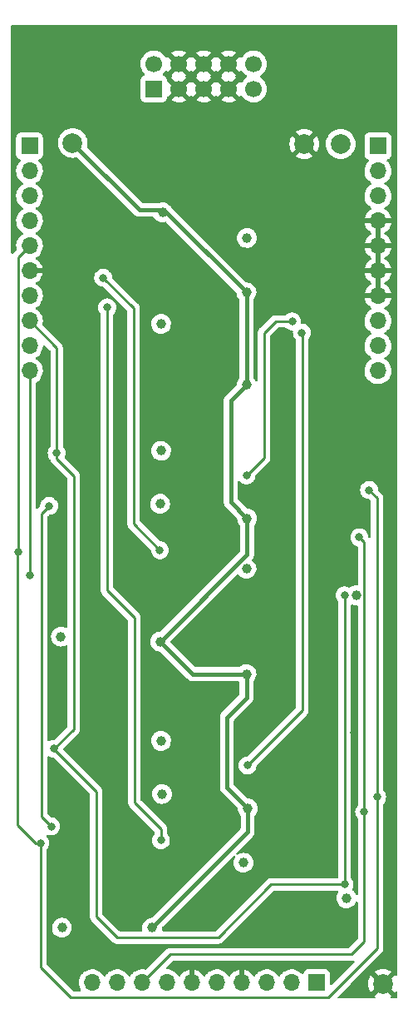
<source format=gbr>
%TF.GenerationSoftware,KiCad,Pcbnew,(6.0.8)*%
%TF.CreationDate,2023-03-03T18:33:54+00:00*%
%TF.ProjectId,Quilter_Components,5175696c-7465-4725-9f43-6f6d706f6e65,rev?*%
%TF.SameCoordinates,Original*%
%TF.FileFunction,Copper,L4,Bot*%
%TF.FilePolarity,Positive*%
%FSLAX46Y46*%
G04 Gerber Fmt 4.6, Leading zero omitted, Abs format (unit mm)*
G04 Created by KiCad (PCBNEW (6.0.8)) date 2023-03-03 18:33:54*
%MOMM*%
%LPD*%
G01*
G04 APERTURE LIST*
%TA.AperFunction,ComponentPad*%
%ADD10R,1.700000X1.700000*%
%TD*%
%TA.AperFunction,ComponentPad*%
%ADD11C,1.700000*%
%TD*%
%TA.AperFunction,ComponentPad*%
%ADD12C,2.000000*%
%TD*%
%TA.AperFunction,ComponentPad*%
%ADD13O,1.700000X1.700000*%
%TD*%
%TA.AperFunction,ViaPad*%
%ADD14C,1.000000*%
%TD*%
%TA.AperFunction,ViaPad*%
%ADD15C,0.800000*%
%TD*%
%TA.AperFunction,Conductor*%
%ADD16C,0.250000*%
%TD*%
%TA.AperFunction,Conductor*%
%ADD17C,0.400000*%
%TD*%
G04 APERTURE END LIST*
D10*
%TO.P,J4,1,Pin_1*%
%TO.N,/-12V_IN*%
X65060000Y-57000000D03*
D11*
%TO.P,J4,2,Pin_2*%
X65060000Y-54460000D03*
%TO.P,J4,3,Pin_3*%
%TO.N,GND*%
X67600000Y-57000000D03*
%TO.P,J4,4,Pin_4*%
X67600000Y-54460000D03*
%TO.P,J4,5,Pin_5*%
X70140000Y-57000000D03*
%TO.P,J4,6,Pin_6*%
X70140000Y-54460000D03*
%TO.P,J4,7,Pin_7*%
X72680000Y-57000000D03*
%TO.P,J4,8,Pin_8*%
X72680000Y-54460000D03*
%TO.P,J4,9,Pin_9*%
%TO.N,/+12V_IN*%
X75220000Y-57000000D03*
%TO.P,J4,10,Pin_10*%
X75220000Y-54460000D03*
%TD*%
D12*
%TO.P,TP2,1,1*%
%TO.N,-12V*%
X56800000Y-62500000D03*
%TD*%
%TO.P,TP4,1,1*%
%TO.N,GND*%
X80400000Y-62600000D03*
%TD*%
%TO.P,TP1,1,1*%
%TO.N,+12V*%
X84100000Y-62600000D03*
%TD*%
%TO.P,TP3,1,1*%
%TO.N,GND*%
X88400000Y-148000000D03*
%TD*%
D10*
%TO.P,J3,1,Pin_1*%
%TO.N,/AUDIO_IN3*%
X81650000Y-147900000D03*
D13*
%TO.P,J3,2,Pin_2*%
%TO.N,/FREQ_V_OCT4*%
X79110000Y-147900000D03*
%TO.P,J3,3,Pin_3*%
%TO.N,/FREQ_CV_DAMP4*%
X76570000Y-147900000D03*
%TO.P,J3,4,Pin_4*%
%TO.N,GND*%
X74030000Y-147900000D03*
%TO.P,J3,5,Pin_5*%
%TO.N,/AUDIO_IN4*%
X71490000Y-147900000D03*
%TO.P,J3,6,Pin_6*%
%TO.N,GND*%
X68950000Y-147900000D03*
%TO.P,J3,7,Pin_7*%
%TO.N,/FREQ_CV_DAMP1*%
X66410000Y-147900000D03*
%TO.P,J3,8,Pin_8*%
%TO.N,/FREQ_JACK*%
X63870000Y-147900000D03*
%TO.P,J3,9,Pin_9*%
%TO.N,/FREQ_CV_DAMP3*%
X61330000Y-147900000D03*
%TO.P,J3,10,Pin_10*%
%TO.N,/FREQ_V_OCT3*%
X58790000Y-147900000D03*
%TD*%
D10*
%TO.P,J1,1,Pin_1*%
%TO.N,-12V*%
X52400000Y-62800000D03*
D13*
%TO.P,J1,2,Pin_2*%
%TO.N,/AUDIO_BUFF2*%
X52400000Y-65340000D03*
%TO.P,J1,3,Pin_3*%
%TO.N,/AUDIO_BUFF4*%
X52400000Y-67880000D03*
%TO.P,J1,4,Pin_4*%
%TO.N,/FREQ_POT_5V*%
X52400000Y-70420000D03*
%TO.P,J1,5,Pin_5*%
%TO.N,/FREQ_POT*%
X52400000Y-72960000D03*
%TO.P,J1,6,Pin_6*%
%TO.N,GND*%
X52400000Y-75500000D03*
%TO.P,J1,7,Pin_7*%
%TO.N,/FREQ_V_OCT1*%
X52400000Y-78040000D03*
%TO.P,J1,8,Pin_8*%
%TO.N,/Q_POT*%
X52400000Y-80580000D03*
%TO.P,J1,9,Pin_9*%
%TO.N,/AUDIO_MIX*%
X52400000Y-83120000D03*
%TO.P,J1,10,Pin_10*%
%TO.N,/AUDIO_IN2*%
X52400000Y-85660000D03*
%TD*%
D10*
%TO.P,J2,1,Pin_1*%
%TO.N,+12V*%
X87900000Y-62800000D03*
D13*
%TO.P,J2,2,Pin_2*%
%TO.N,/AUDIO_BUFF1*%
X87900000Y-65340000D03*
%TO.P,J2,3,Pin_3*%
%TO.N,/AUDIO_BUFF3*%
X87900000Y-67880000D03*
%TO.P,J2,4,Pin_4*%
%TO.N,GND*%
X87900000Y-70420000D03*
%TO.P,J2,5,Pin_5*%
X87900000Y-72960000D03*
%TO.P,J2,6,Pin_6*%
X87900000Y-75500000D03*
%TO.P,J2,7,Pin_7*%
X87900000Y-78040000D03*
%TO.P,J2,8,Pin_8*%
%TO.N,/AUDIO_IN1*%
X87900000Y-80580000D03*
%TO.P,J2,9,Pin_9*%
%TO.N,/FREQ_CV_DAMP2*%
X87900000Y-83120000D03*
%TO.P,J2,10,Pin_10*%
%TO.N,/FREQ_V_OCT2*%
X87900000Y-85660000D03*
%TD*%
D14*
%TO.N,+12V*%
X74200000Y-135700000D03*
X65800000Y-123300000D03*
X65700000Y-99200000D03*
X74500000Y-105800000D03*
X65800000Y-80900000D03*
X65800000Y-93800000D03*
X74550000Y-72150000D03*
X65900000Y-128700000D03*
D15*
%TO.N,GND*%
X85500000Y-122500000D03*
X69200000Y-128300000D03*
X61500000Y-135800000D03*
X71300000Y-70000000D03*
X77800000Y-87300000D03*
X61500000Y-106300000D03*
X78900000Y-125100000D03*
X61500000Y-70200000D03*
X78900000Y-130400000D03*
X61600000Y-123300000D03*
X71700000Y-141400000D03*
X67600000Y-87600000D03*
X69100000Y-69900000D03*
X66300000Y-72500000D03*
X61500000Y-111700000D03*
X79000000Y-78700000D03*
X85600000Y-93000000D03*
X54800000Y-135300000D03*
X78900000Y-135800000D03*
X69200000Y-101400000D03*
X71200000Y-98800000D03*
X61500000Y-99200000D03*
X61600000Y-81000000D03*
X61500000Y-128700000D03*
X78800000Y-100900000D03*
X71200000Y-130900000D03*
X61500000Y-93800000D03*
X54700000Y-125700000D03*
X72800000Y-112700000D03*
X71400000Y-80000000D03*
X78900000Y-72800000D03*
X81600000Y-105800000D03*
X54800000Y-105800000D03*
X78800000Y-95600000D03*
X71200000Y-128300000D03*
X69200000Y-98800000D03*
X78800000Y-106300000D03*
X81600000Y-135300000D03*
X57200000Y-73200000D03*
X54700000Y-122500000D03*
X69200000Y-130900000D03*
X66100000Y-78700000D03*
X61600000Y-141200000D03*
X54800000Y-96200000D03*
X71200000Y-101400000D03*
X78900000Y-117900000D03*
X71300000Y-72400000D03*
D14*
%TO.N,-12V*%
X64900000Y-142300000D03*
X74500000Y-77700000D03*
X74570000Y-100670000D03*
X74500000Y-87100000D03*
X84700000Y-139300000D03*
X55600000Y-112700000D03*
X74630000Y-130170000D03*
X55700000Y-142300000D03*
X65950000Y-69550000D03*
X85675500Y-108500000D03*
X65700000Y-113200000D03*
X74500000Y-116500000D03*
D15*
%TO.N,/Audio_Out1*%
X79160000Y-80640000D03*
X74510000Y-96290000D03*
%TO.N,/Audio_Out2*%
X65690000Y-103910000D03*
X59900000Y-76200000D03*
%TO.N,/Audio_Out3*%
X74610000Y-125790000D03*
X80150000Y-81800000D03*
%TO.N,/Audio_Out4*%
X60312500Y-79212500D03*
X65790000Y-133410000D03*
%TO.N,/AUDIO_IN2*%
X52399999Y-106499999D03*
%TO.N,/FREQ_POT*%
X51225000Y-104100000D03*
X87000000Y-97800000D03*
X87821710Y-129002889D03*
X53500000Y-133700000D03*
%TO.N,/Q_POT*%
X55162299Y-94037701D03*
X84500000Y-137900000D03*
X84500000Y-108500000D03*
X54900000Y-124100000D03*
%TO.N,/FREQ_JACK*%
X54400000Y-99400000D03*
X86000000Y-102600000D03*
X86500000Y-130500000D03*
X54600000Y-132000000D03*
%TD*%
D16*
%TO.N,/Q_POT*%
X55162299Y-94626609D02*
X55162299Y-94037701D01*
X56900000Y-96364310D02*
X55162299Y-94626609D01*
X56900000Y-122100000D02*
X56900000Y-96364310D01*
X54900000Y-124100000D02*
X56900000Y-122100000D01*
X61300000Y-143300000D02*
X71630000Y-143300000D01*
X71630000Y-143300000D02*
X77030000Y-137900000D01*
X77030000Y-137900000D02*
X84500000Y-137900000D01*
X59200000Y-128475500D02*
X59200000Y-141200000D01*
X54900000Y-124175500D02*
X59200000Y-128475500D01*
X54900000Y-124100000D02*
X54900000Y-124175500D01*
X59200000Y-141200000D02*
X61300000Y-143300000D01*
%TO.N,/Audio_Out2*%
X63000000Y-79300000D02*
X59900000Y-76200000D01*
X63000000Y-101220000D02*
X63000000Y-79300000D01*
X65690000Y-103910000D02*
X63000000Y-101220000D01*
%TO.N,/Audio_Out1*%
X77460000Y-80640000D02*
X79160000Y-80640000D01*
X76300000Y-94500000D02*
X76300000Y-81800000D01*
X74510000Y-96290000D02*
X76300000Y-94500000D01*
X76300000Y-81800000D02*
X77460000Y-80640000D01*
D17*
%TO.N,-12V*%
X64900000Y-142245000D02*
X64900000Y-142300000D01*
X74630000Y-130170000D02*
X74630000Y-132515000D01*
X74630000Y-132515000D02*
X64900000Y-142245000D01*
D16*
%TO.N,/FREQ_POT*%
X53000000Y-133700000D02*
X53500000Y-133700000D01*
X51200000Y-104125000D02*
X51200000Y-131900000D01*
X51200000Y-131900000D02*
X53000000Y-133700000D01*
X51225000Y-104100000D02*
X51200000Y-104125000D01*
X51225000Y-74135000D02*
X52400000Y-72960000D01*
X51225000Y-104100000D02*
X51225000Y-74135000D01*
D17*
%TO.N,-12V*%
X74570000Y-100670000D02*
X74570000Y-104330000D01*
X72900000Y-99000000D02*
X72900000Y-88700000D01*
X56800000Y-62500000D02*
X63600000Y-69300000D01*
X72900000Y-88700000D02*
X74500000Y-87100000D01*
X74570000Y-100670000D02*
X72900000Y-99000000D01*
X74630000Y-130170000D02*
X72500000Y-128040000D01*
X74500000Y-77700000D02*
X66350000Y-69550000D01*
X72500000Y-120900000D02*
X74500000Y-118900000D01*
X66350000Y-69550000D02*
X65950000Y-69550000D01*
X74500000Y-77700000D02*
X74500000Y-87100000D01*
X72500000Y-128040000D02*
X72500000Y-120900000D01*
X65700000Y-69300000D02*
X65950000Y-69550000D01*
X74570000Y-104330000D02*
X65700000Y-113200000D01*
X63600000Y-69300000D02*
X65700000Y-69300000D01*
X69000000Y-116500000D02*
X74500000Y-116500000D01*
X74500000Y-118900000D02*
X74500000Y-116500000D01*
X65700000Y-113200000D02*
X69000000Y-116500000D01*
D16*
%TO.N,/Audio_Out3*%
X80150000Y-81800000D02*
X80200000Y-81850000D01*
X80200000Y-81850000D02*
X80200000Y-120200000D01*
X80200000Y-120200000D02*
X74610000Y-125790000D01*
%TO.N,/Audio_Out4*%
X60300000Y-108000000D02*
X60300000Y-79225000D01*
X65790000Y-133410000D02*
X65790000Y-132290000D01*
X63100000Y-110800000D02*
X60300000Y-108000000D01*
X63100000Y-129600000D02*
X63100000Y-110800000D01*
X60300000Y-79225000D02*
X60312500Y-79212500D01*
X65790000Y-132290000D02*
X63100000Y-129600000D01*
%TO.N,/AUDIO_IN2*%
X52400000Y-85660000D02*
X52399999Y-106499999D01*
%TO.N,/FREQ_POT*%
X87000000Y-97800000D02*
X87800000Y-98600000D01*
X87821710Y-144378290D02*
X82800000Y-149400000D01*
X53500000Y-146300000D02*
X53500000Y-133700000D01*
X82800000Y-149400000D02*
X56600000Y-149400000D01*
X87800000Y-98600000D02*
X87800000Y-128981179D01*
X87821710Y-129002889D02*
X87821710Y-144378290D01*
X56600000Y-149400000D02*
X53500000Y-146300000D01*
X87800000Y-128981179D02*
X87821710Y-129002889D01*
%TO.N,/Q_POT*%
X55162299Y-83342299D02*
X55162299Y-94037701D01*
X84500000Y-108500000D02*
X84500000Y-137900000D01*
X52400000Y-80580000D02*
X55162299Y-83342299D01*
%TO.N,/FREQ_JACK*%
X86500000Y-143700000D02*
X86500000Y-130500000D01*
X53600000Y-100200000D02*
X54400000Y-99400000D01*
X86000000Y-102600000D02*
X86500000Y-103100000D01*
X54600000Y-132000000D02*
X53600000Y-131000000D01*
X86500000Y-103100000D02*
X86500000Y-130500000D01*
X66770000Y-145000000D02*
X85200000Y-145000000D01*
X63870000Y-147900000D02*
X66770000Y-145000000D01*
X53600000Y-131000000D02*
X53600000Y-100200000D01*
X85200000Y-145000000D02*
X86500000Y-143700000D01*
%TD*%
%TA.AperFunction,Conductor*%
%TO.N,GND*%
G36*
X89833621Y-50528502D02*
G01*
X89880114Y-50582158D01*
X89891500Y-50634500D01*
X89891500Y-147101013D01*
X89871498Y-147169134D01*
X89817842Y-147215627D01*
X89747568Y-147225731D01*
X89682988Y-147196237D01*
X89658068Y-147166849D01*
X89642567Y-147141554D01*
X89632110Y-147132093D01*
X89623334Y-147135876D01*
X88772022Y-147987188D01*
X88764408Y-148001132D01*
X88764539Y-148002965D01*
X88768790Y-148009580D01*
X89620290Y-148861080D01*
X89632670Y-148867840D01*
X89640319Y-148862114D01*
X89658068Y-148833151D01*
X89710716Y-148785520D01*
X89780757Y-148773914D01*
X89845955Y-148802018D01*
X89885608Y-148860909D01*
X89891500Y-148898987D01*
X89891500Y-149365500D01*
X89871498Y-149433621D01*
X89817842Y-149480114D01*
X89765500Y-149491500D01*
X89298987Y-149491500D01*
X89230866Y-149471498D01*
X89184373Y-149417842D01*
X89174269Y-149347568D01*
X89203763Y-149282988D01*
X89233151Y-149258068D01*
X89258446Y-149242567D01*
X89267907Y-149232110D01*
X89264124Y-149223334D01*
X88412812Y-148372022D01*
X88398868Y-148364408D01*
X88397035Y-148364539D01*
X88390420Y-148368790D01*
X87538920Y-149220290D01*
X87532160Y-149232670D01*
X87537886Y-149240319D01*
X87566849Y-149258068D01*
X87614480Y-149310716D01*
X87626086Y-149380757D01*
X87597982Y-149445955D01*
X87539091Y-149485608D01*
X87501013Y-149491500D01*
X83908594Y-149491500D01*
X83840473Y-149471498D01*
X83793980Y-149417842D01*
X83783876Y-149347568D01*
X83813370Y-149282988D01*
X83819499Y-149276405D01*
X85090974Y-148004930D01*
X86887725Y-148004930D01*
X86905572Y-148231699D01*
X86907115Y-148241446D01*
X86960217Y-148462627D01*
X86963266Y-148472012D01*
X87050313Y-148682163D01*
X87054795Y-148690958D01*
X87157432Y-148858445D01*
X87167890Y-148867907D01*
X87176666Y-148864124D01*
X88027978Y-148012812D01*
X88035592Y-147998868D01*
X88035461Y-147997035D01*
X88031210Y-147990420D01*
X87179710Y-147138920D01*
X87167330Y-147132160D01*
X87159680Y-147137887D01*
X87054795Y-147309042D01*
X87050313Y-147317837D01*
X86963266Y-147527988D01*
X86960217Y-147537373D01*
X86907115Y-147758554D01*
X86905572Y-147768301D01*
X86887725Y-147995070D01*
X86887725Y-148004930D01*
X85090974Y-148004930D01*
X86328014Y-146767890D01*
X87532093Y-146767890D01*
X87535876Y-146776666D01*
X88387188Y-147627978D01*
X88401132Y-147635592D01*
X88402965Y-147635461D01*
X88409580Y-147631210D01*
X89261080Y-146779710D01*
X89267840Y-146767330D01*
X89262113Y-146759680D01*
X89090958Y-146654795D01*
X89082163Y-146650313D01*
X88872012Y-146563266D01*
X88862627Y-146560217D01*
X88641446Y-146507115D01*
X88631699Y-146505572D01*
X88404930Y-146487725D01*
X88395070Y-146487725D01*
X88168301Y-146505572D01*
X88158554Y-146507115D01*
X87937373Y-146560217D01*
X87927988Y-146563266D01*
X87717837Y-146650313D01*
X87709042Y-146654795D01*
X87541555Y-146757432D01*
X87532093Y-146767890D01*
X86328014Y-146767890D01*
X88213957Y-144881947D01*
X88222247Y-144874403D01*
X88228728Y-144870290D01*
X88275369Y-144820622D01*
X88278123Y-144817781D01*
X88297844Y-144798060D01*
X88300322Y-144794865D01*
X88308028Y-144785843D01*
X88332868Y-144759391D01*
X88338296Y-144753611D01*
X88348056Y-144735858D01*
X88358909Y-144719335D01*
X88366463Y-144709596D01*
X88371323Y-144703331D01*
X88388886Y-144662747D01*
X88394093Y-144652117D01*
X88415405Y-144613350D01*
X88417376Y-144605673D01*
X88417378Y-144605668D01*
X88420442Y-144593732D01*
X88426848Y-144575020D01*
X88429630Y-144568593D01*
X88434891Y-144556435D01*
X88441170Y-144516796D01*
X88441807Y-144512771D01*
X88444214Y-144501150D01*
X88453238Y-144466001D01*
X88453238Y-144466000D01*
X88455210Y-144458320D01*
X88455210Y-144438059D01*
X88456761Y-144418348D01*
X88458689Y-144406175D01*
X88459929Y-144398347D01*
X88455769Y-144354336D01*
X88455210Y-144342479D01*
X88455210Y-129705413D01*
X88475212Y-129637292D01*
X88487568Y-129621110D01*
X88560750Y-129539833D01*
X88656237Y-129374445D01*
X88715252Y-129192817D01*
X88716690Y-129179140D01*
X88734524Y-129009454D01*
X88735214Y-129002889D01*
X88727592Y-128930365D01*
X88715942Y-128819524D01*
X88715942Y-128819522D01*
X88715252Y-128812961D01*
X88656237Y-128631333D01*
X88560750Y-128465945D01*
X88465864Y-128360563D01*
X88435146Y-128296556D01*
X88433500Y-128276253D01*
X88433500Y-98678767D01*
X88434027Y-98667584D01*
X88435702Y-98660091D01*
X88434896Y-98634428D01*
X88433562Y-98592001D01*
X88433500Y-98588043D01*
X88433500Y-98560144D01*
X88432996Y-98556153D01*
X88432063Y-98544311D01*
X88430923Y-98508036D01*
X88430674Y-98500111D01*
X88428462Y-98492497D01*
X88428461Y-98492492D01*
X88425023Y-98480659D01*
X88421012Y-98461295D01*
X88419467Y-98449064D01*
X88418474Y-98441203D01*
X88415557Y-98433836D01*
X88415556Y-98433831D01*
X88402198Y-98400092D01*
X88398354Y-98388865D01*
X88391071Y-98363799D01*
X88386018Y-98346407D01*
X88381697Y-98339100D01*
X88375707Y-98328972D01*
X88367012Y-98311224D01*
X88359552Y-98292383D01*
X88333564Y-98256613D01*
X88327048Y-98246693D01*
X88308580Y-98215465D01*
X88308578Y-98215462D01*
X88304542Y-98208638D01*
X88290221Y-98194317D01*
X88277380Y-98179283D01*
X88270131Y-98169306D01*
X88265472Y-98162893D01*
X88259367Y-98157842D01*
X88259362Y-98157837D01*
X88231402Y-98134706D01*
X88222624Y-98126719D01*
X88085833Y-97989928D01*
X87947122Y-97851218D01*
X87913097Y-97788905D01*
X87910907Y-97775292D01*
X87894232Y-97616635D01*
X87894232Y-97616633D01*
X87893542Y-97610072D01*
X87834527Y-97428444D01*
X87739040Y-97263056D01*
X87611253Y-97121134D01*
X87456752Y-97008882D01*
X87450724Y-97006198D01*
X87450722Y-97006197D01*
X87288319Y-96933891D01*
X87288318Y-96933891D01*
X87282288Y-96931206D01*
X87166682Y-96906633D01*
X87101944Y-96892872D01*
X87101939Y-96892872D01*
X87095487Y-96891500D01*
X86904513Y-96891500D01*
X86898061Y-96892872D01*
X86898056Y-96892872D01*
X86833318Y-96906633D01*
X86717712Y-96931206D01*
X86711682Y-96933891D01*
X86711681Y-96933891D01*
X86549278Y-97006197D01*
X86549276Y-97006198D01*
X86543248Y-97008882D01*
X86388747Y-97121134D01*
X86260960Y-97263056D01*
X86165473Y-97428444D01*
X86106458Y-97610072D01*
X86086496Y-97800000D01*
X86106458Y-97989928D01*
X86165473Y-98171556D01*
X86168776Y-98177278D01*
X86168777Y-98177279D01*
X86178614Y-98194317D01*
X86260960Y-98336944D01*
X86265378Y-98341851D01*
X86265379Y-98341852D01*
X86348197Y-98433831D01*
X86388747Y-98478866D01*
X86543248Y-98591118D01*
X86549276Y-98593802D01*
X86549278Y-98593803D01*
X86711681Y-98666109D01*
X86717712Y-98668794D01*
X86811112Y-98688647D01*
X86898056Y-98707128D01*
X86898061Y-98707128D01*
X86904513Y-98708500D01*
X86960405Y-98708500D01*
X87028526Y-98728502D01*
X87049500Y-98745405D01*
X87129595Y-98825500D01*
X87163621Y-98887812D01*
X87166500Y-98914595D01*
X87166500Y-102561434D01*
X87146498Y-102629555D01*
X87092842Y-102676048D01*
X87022568Y-102686152D01*
X86960186Y-102658520D01*
X86955416Y-102654574D01*
X86915677Y-102595740D01*
X86910420Y-102570658D01*
X86894232Y-102416635D01*
X86894232Y-102416633D01*
X86893542Y-102410072D01*
X86834527Y-102228444D01*
X86739040Y-102063056D01*
X86611253Y-101921134D01*
X86456752Y-101808882D01*
X86450724Y-101806198D01*
X86450722Y-101806197D01*
X86288319Y-101733891D01*
X86288318Y-101733891D01*
X86282288Y-101731206D01*
X86188887Y-101711353D01*
X86101944Y-101692872D01*
X86101939Y-101692872D01*
X86095487Y-101691500D01*
X85904513Y-101691500D01*
X85898061Y-101692872D01*
X85898056Y-101692872D01*
X85811113Y-101711353D01*
X85717712Y-101731206D01*
X85711682Y-101733891D01*
X85711681Y-101733891D01*
X85549278Y-101806197D01*
X85549276Y-101806198D01*
X85543248Y-101808882D01*
X85388747Y-101921134D01*
X85260960Y-102063056D01*
X85165473Y-102228444D01*
X85106458Y-102410072D01*
X85086496Y-102600000D01*
X85106458Y-102789928D01*
X85165473Y-102971556D01*
X85260960Y-103136944D01*
X85265378Y-103141851D01*
X85265379Y-103141852D01*
X85290672Y-103169943D01*
X85388747Y-103278866D01*
X85543248Y-103391118D01*
X85549276Y-103393802D01*
X85549278Y-103393803D01*
X85711681Y-103466109D01*
X85717712Y-103468794D01*
X85766697Y-103479206D01*
X85829170Y-103512934D01*
X85863492Y-103575084D01*
X85866500Y-103602453D01*
X85866500Y-107366039D01*
X85846498Y-107434160D01*
X85792842Y-107480653D01*
X85727330Y-107491349D01*
X85682575Y-107486645D01*
X85600076Y-107494153D01*
X85491751Y-107504011D01*
X85491748Y-107504012D01*
X85485612Y-107504570D01*
X85479706Y-107506308D01*
X85479702Y-107506309D01*
X85374576Y-107537249D01*
X85295881Y-107560410D01*
X85290423Y-107563263D01*
X85290419Y-107563265D01*
X85233787Y-107592872D01*
X85120610Y-107652040D01*
X85115811Y-107655898D01*
X85115804Y-107655903D01*
X85076650Y-107687384D01*
X85011028Y-107714481D01*
X84946449Y-107704295D01*
X84904022Y-107685405D01*
X84829082Y-107652040D01*
X84788319Y-107633891D01*
X84788318Y-107633891D01*
X84782288Y-107631206D01*
X84688887Y-107611353D01*
X84601944Y-107592872D01*
X84601939Y-107592872D01*
X84595487Y-107591500D01*
X84404513Y-107591500D01*
X84398061Y-107592872D01*
X84398056Y-107592872D01*
X84311113Y-107611353D01*
X84217712Y-107631206D01*
X84211682Y-107633891D01*
X84211681Y-107633891D01*
X84049278Y-107706197D01*
X84049276Y-107706198D01*
X84043248Y-107708882D01*
X84037907Y-107712762D01*
X84037906Y-107712763D01*
X84003728Y-107737595D01*
X83888747Y-107821134D01*
X83884326Y-107826044D01*
X83884325Y-107826045D01*
X83781802Y-107939909D01*
X83760960Y-107963056D01*
X83665473Y-108128444D01*
X83606458Y-108310072D01*
X83605768Y-108316633D01*
X83605768Y-108316635D01*
X83587186Y-108493435D01*
X83586496Y-108500000D01*
X83606458Y-108689928D01*
X83665473Y-108871556D01*
X83760960Y-109036944D01*
X83834137Y-109118215D01*
X83864853Y-109182221D01*
X83866500Y-109202524D01*
X83866500Y-137140500D01*
X83846498Y-137208621D01*
X83792842Y-137255114D01*
X83740500Y-137266500D01*
X77108767Y-137266500D01*
X77097584Y-137265973D01*
X77090091Y-137264298D01*
X77082165Y-137264547D01*
X77082164Y-137264547D01*
X77022014Y-137266438D01*
X77018055Y-137266500D01*
X76990144Y-137266500D01*
X76986210Y-137266997D01*
X76986209Y-137266997D01*
X76986144Y-137267005D01*
X76974307Y-137267938D01*
X76942490Y-137268938D01*
X76938029Y-137269078D01*
X76930110Y-137269327D01*
X76912454Y-137274456D01*
X76910658Y-137274978D01*
X76891306Y-137278986D01*
X76884235Y-137279880D01*
X76871203Y-137281526D01*
X76863834Y-137284443D01*
X76863832Y-137284444D01*
X76830097Y-137297800D01*
X76818869Y-137301645D01*
X76776407Y-137313982D01*
X76769585Y-137318016D01*
X76769579Y-137318019D01*
X76758968Y-137324294D01*
X76741218Y-137332990D01*
X76729756Y-137337528D01*
X76729751Y-137337531D01*
X76722383Y-137340448D01*
X76715968Y-137345109D01*
X76686625Y-137366427D01*
X76676707Y-137372943D01*
X76658019Y-137383995D01*
X76638637Y-137395458D01*
X76624313Y-137409782D01*
X76609281Y-137422621D01*
X76592893Y-137434528D01*
X76564712Y-137468593D01*
X76556722Y-137477373D01*
X71404500Y-142629595D01*
X71342188Y-142663621D01*
X71315405Y-142666500D01*
X66013159Y-142666500D01*
X65945038Y-142646498D01*
X65898545Y-142592842D01*
X65888730Y-142524580D01*
X65888197Y-142524513D01*
X65888442Y-142522574D01*
X65912985Y-142328295D01*
X65913380Y-142300000D01*
X65913038Y-142296511D01*
X65912890Y-142292981D01*
X65914373Y-142292919D01*
X65926533Y-142229024D01*
X65949566Y-142197404D01*
X73158285Y-134988685D01*
X73220597Y-134954659D01*
X73291412Y-134959724D01*
X73348248Y-135002271D01*
X73373059Y-135068791D01*
X73357795Y-135138481D01*
X73268567Y-135300787D01*
X73266706Y-135306654D01*
X73266705Y-135306656D01*
X73210627Y-135483436D01*
X73208765Y-135489306D01*
X73186719Y-135685851D01*
X73203268Y-135882934D01*
X73257783Y-136073050D01*
X73348187Y-136248956D01*
X73471035Y-136403953D01*
X73621650Y-136532136D01*
X73794294Y-136628624D01*
X73982392Y-136689740D01*
X74178777Y-136713158D01*
X74184912Y-136712686D01*
X74184914Y-136712686D01*
X74369830Y-136698457D01*
X74369834Y-136698456D01*
X74375972Y-136697984D01*
X74566463Y-136644798D01*
X74571967Y-136642018D01*
X74571969Y-136642017D01*
X74737495Y-136558404D01*
X74737497Y-136558403D01*
X74742996Y-136555625D01*
X74898847Y-136433861D01*
X75028078Y-136284145D01*
X75125769Y-136112179D01*
X75188197Y-135924513D01*
X75212985Y-135728295D01*
X75213380Y-135700000D01*
X75194080Y-135503167D01*
X75136916Y-135313831D01*
X75044066Y-135139204D01*
X74932386Y-135002271D01*
X74922960Y-134990713D01*
X74922957Y-134990710D01*
X74919065Y-134985938D01*
X74914316Y-134982009D01*
X74771425Y-134863799D01*
X74771421Y-134863797D01*
X74766675Y-134859870D01*
X74592701Y-134765802D01*
X74403768Y-134707318D01*
X74397643Y-134706674D01*
X74397642Y-134706674D01*
X74213204Y-134687289D01*
X74213202Y-134687289D01*
X74207075Y-134686645D01*
X74124576Y-134694153D01*
X74016251Y-134704011D01*
X74016248Y-134704012D01*
X74010112Y-134704570D01*
X74004206Y-134706308D01*
X74004202Y-134706309D01*
X73933292Y-134727179D01*
X73820381Y-134760410D01*
X73814923Y-134763263D01*
X73814919Y-134763265D01*
X73749689Y-134797367D01*
X73645110Y-134852040D01*
X73644645Y-134851150D01*
X73582131Y-134870071D01*
X73513846Y-134850635D01*
X73466910Y-134797367D01*
X73456223Y-134727179D01*
X73485179Y-134662356D01*
X73491990Y-134654980D01*
X75110520Y-133036450D01*
X75116785Y-133030596D01*
X75127631Y-133021134D01*
X75160385Y-132992561D01*
X75197129Y-132940280D01*
X75201061Y-132934986D01*
X75235791Y-132890693D01*
X75240476Y-132884718D01*
X75243599Y-132877802D01*
X75244983Y-132875516D01*
X75253357Y-132860835D01*
X75254622Y-132858475D01*
X75258990Y-132852261D01*
X75282203Y-132792723D01*
X75284759Y-132786642D01*
X75289747Y-132775597D01*
X75311045Y-132728427D01*
X75312429Y-132720960D01*
X75313230Y-132718405D01*
X75317859Y-132702152D01*
X75318522Y-132699572D01*
X75321282Y-132692491D01*
X75329622Y-132629139D01*
X75330653Y-132622632D01*
X75340912Y-132567280D01*
X75342296Y-132559814D01*
X75338709Y-132497608D01*
X75338500Y-132490354D01*
X75338500Y-130939538D01*
X75358502Y-130871417D01*
X75369118Y-130857207D01*
X75454054Y-130758807D01*
X75454055Y-130758806D01*
X75458078Y-130754145D01*
X75555769Y-130582179D01*
X75618197Y-130394513D01*
X75642985Y-130198295D01*
X75643380Y-130170000D01*
X75624080Y-129973167D01*
X75621028Y-129963056D01*
X75585638Y-129845842D01*
X75566916Y-129783831D01*
X75474066Y-129609204D01*
X75402318Y-129521233D01*
X75352960Y-129460713D01*
X75352957Y-129460710D01*
X75349065Y-129455938D01*
X75326965Y-129437655D01*
X75201425Y-129333799D01*
X75201421Y-129333797D01*
X75196675Y-129329870D01*
X75022701Y-129235802D01*
X74833768Y-129177318D01*
X74827643Y-129176674D01*
X74827642Y-129176674D01*
X74764084Y-129169994D01*
X74660820Y-129159141D01*
X74595164Y-129132128D01*
X74584896Y-129122926D01*
X73245405Y-127783435D01*
X73211379Y-127721123D01*
X73208500Y-127694340D01*
X73208500Y-121245660D01*
X73228502Y-121177539D01*
X73245405Y-121156565D01*
X74980528Y-119421443D01*
X74986793Y-119415589D01*
X75024664Y-119382552D01*
X75024665Y-119382551D01*
X75030385Y-119377561D01*
X75067136Y-119325271D01*
X75071028Y-119320029D01*
X75110476Y-119269718D01*
X75113600Y-119262799D01*
X75114988Y-119260507D01*
X75123357Y-119245835D01*
X75124622Y-119243475D01*
X75128990Y-119237261D01*
X75152203Y-119177723D01*
X75154759Y-119171642D01*
X75177918Y-119120352D01*
X75181045Y-119113427D01*
X75182430Y-119105954D01*
X75183234Y-119103388D01*
X75187855Y-119087165D01*
X75188520Y-119084573D01*
X75191282Y-119077491D01*
X75199622Y-119014139D01*
X75200654Y-119007623D01*
X75210911Y-118952281D01*
X75212295Y-118944814D01*
X75208709Y-118882620D01*
X75208500Y-118875367D01*
X75208500Y-117269538D01*
X75228502Y-117201417D01*
X75239118Y-117187207D01*
X75324054Y-117088807D01*
X75324055Y-117088806D01*
X75328078Y-117084145D01*
X75335520Y-117071046D01*
X75364315Y-117020357D01*
X75425769Y-116912179D01*
X75488197Y-116724513D01*
X75512985Y-116528295D01*
X75513380Y-116500000D01*
X75494080Y-116303167D01*
X75436916Y-116113831D01*
X75344066Y-115939204D01*
X75273709Y-115852938D01*
X75222960Y-115790713D01*
X75222957Y-115790710D01*
X75219065Y-115785938D01*
X75214316Y-115782009D01*
X75071425Y-115663799D01*
X75071421Y-115663797D01*
X75066675Y-115659870D01*
X74892701Y-115565802D01*
X74703768Y-115507318D01*
X74697643Y-115506674D01*
X74697642Y-115506674D01*
X74513204Y-115487289D01*
X74513202Y-115487289D01*
X74507075Y-115486645D01*
X74424576Y-115494153D01*
X74316251Y-115504011D01*
X74316248Y-115504012D01*
X74310112Y-115504570D01*
X74304206Y-115506308D01*
X74304202Y-115506309D01*
X74199076Y-115537249D01*
X74120381Y-115560410D01*
X74114923Y-115563263D01*
X74114919Y-115563265D01*
X74024147Y-115610720D01*
X73945110Y-115652040D01*
X73806236Y-115763698D01*
X73740616Y-115790793D01*
X73727286Y-115791500D01*
X69345660Y-115791500D01*
X69277539Y-115771498D01*
X69256565Y-115754595D01*
X66791065Y-113289095D01*
X66757039Y-113226783D01*
X66762104Y-113155968D01*
X66791065Y-113110905D01*
X73506108Y-106395863D01*
X73568420Y-106361837D01*
X73639235Y-106366902D01*
X73693949Y-106406694D01*
X73767206Y-106499123D01*
X73767211Y-106499128D01*
X73771035Y-106503953D01*
X73921650Y-106632136D01*
X74094294Y-106728624D01*
X74282392Y-106789740D01*
X74478777Y-106813158D01*
X74484912Y-106812686D01*
X74484914Y-106812686D01*
X74669830Y-106798457D01*
X74669834Y-106798456D01*
X74675972Y-106797984D01*
X74866463Y-106744798D01*
X74871967Y-106742018D01*
X74871969Y-106742017D01*
X75037495Y-106658404D01*
X75037497Y-106658403D01*
X75042996Y-106655625D01*
X75198847Y-106533861D01*
X75308614Y-106406694D01*
X75324049Y-106388813D01*
X75324050Y-106388811D01*
X75328078Y-106384145D01*
X75425769Y-106212179D01*
X75488197Y-106024513D01*
X75512985Y-105828295D01*
X75513380Y-105800000D01*
X75494080Y-105603167D01*
X75436916Y-105413831D01*
X75344066Y-105239204D01*
X75273709Y-105152938D01*
X75222960Y-105090713D01*
X75222957Y-105090710D01*
X75219065Y-105085938D01*
X75107933Y-104994002D01*
X75068196Y-104935169D01*
X75066574Y-104864191D01*
X75094610Y-104812611D01*
X75094661Y-104812555D01*
X75100385Y-104807561D01*
X75137136Y-104755271D01*
X75141028Y-104750029D01*
X75180476Y-104699718D01*
X75183600Y-104692799D01*
X75184988Y-104690507D01*
X75193357Y-104675835D01*
X75194622Y-104673475D01*
X75198990Y-104667261D01*
X75222203Y-104607723D01*
X75224759Y-104601642D01*
X75228775Y-104592749D01*
X75251045Y-104543427D01*
X75252430Y-104535954D01*
X75253234Y-104533388D01*
X75257855Y-104517165D01*
X75258520Y-104514573D01*
X75261282Y-104507491D01*
X75269622Y-104444139D01*
X75270654Y-104437623D01*
X75280911Y-104382281D01*
X75282295Y-104374814D01*
X75278709Y-104312620D01*
X75278500Y-104305367D01*
X75278500Y-101439538D01*
X75298502Y-101371417D01*
X75309118Y-101357207D01*
X75394054Y-101258807D01*
X75394055Y-101258806D01*
X75398078Y-101254145D01*
X75410690Y-101231945D01*
X75492722Y-101087542D01*
X75495769Y-101082179D01*
X75558197Y-100894513D01*
X75582985Y-100698295D01*
X75583380Y-100670000D01*
X75564080Y-100473167D01*
X75560831Y-100462404D01*
X75508697Y-100289731D01*
X75506916Y-100283831D01*
X75414066Y-100109204D01*
X75343709Y-100022938D01*
X75292960Y-99960713D01*
X75292957Y-99960710D01*
X75289065Y-99955938D01*
X75266965Y-99937655D01*
X75141425Y-99833799D01*
X75141421Y-99833797D01*
X75136675Y-99829870D01*
X74962701Y-99735802D01*
X74773768Y-99677318D01*
X74767643Y-99676674D01*
X74767642Y-99676674D01*
X74704084Y-99669994D01*
X74600820Y-99659141D01*
X74535164Y-99632128D01*
X74524896Y-99622926D01*
X73645405Y-98743435D01*
X73611379Y-98681123D01*
X73608500Y-98654340D01*
X73608500Y-96974754D01*
X73628502Y-96906633D01*
X73682158Y-96860140D01*
X73752432Y-96850036D01*
X73817012Y-96879530D01*
X73828125Y-96890432D01*
X73898747Y-96968866D01*
X74053248Y-97081118D01*
X74059276Y-97083802D01*
X74059278Y-97083803D01*
X74154156Y-97126045D01*
X74227712Y-97158794D01*
X74321113Y-97178647D01*
X74408056Y-97197128D01*
X74408061Y-97197128D01*
X74414513Y-97198500D01*
X74605487Y-97198500D01*
X74611939Y-97197128D01*
X74611944Y-97197128D01*
X74698887Y-97178647D01*
X74792288Y-97158794D01*
X74865844Y-97126045D01*
X74960722Y-97083803D01*
X74960724Y-97083802D01*
X74966752Y-97081118D01*
X75121253Y-96968866D01*
X75190914Y-96891500D01*
X75244621Y-96831852D01*
X75244622Y-96831851D01*
X75249040Y-96826944D01*
X75344527Y-96661556D01*
X75403542Y-96479928D01*
X75420907Y-96314706D01*
X75447920Y-96249050D01*
X75457122Y-96238782D01*
X76692247Y-95003657D01*
X76700537Y-94996113D01*
X76707018Y-94992000D01*
X76753659Y-94942332D01*
X76756413Y-94939491D01*
X76776134Y-94919770D01*
X76778612Y-94916575D01*
X76786318Y-94907553D01*
X76811158Y-94881101D01*
X76816586Y-94875321D01*
X76826346Y-94857568D01*
X76837199Y-94841045D01*
X76844753Y-94831306D01*
X76849613Y-94825041D01*
X76867176Y-94784457D01*
X76872383Y-94773827D01*
X76893695Y-94735060D01*
X76895666Y-94727383D01*
X76895668Y-94727378D01*
X76898732Y-94715442D01*
X76905138Y-94696730D01*
X76906381Y-94693859D01*
X76913181Y-94678145D01*
X76914421Y-94670317D01*
X76914423Y-94670310D01*
X76920099Y-94634476D01*
X76922505Y-94622856D01*
X76931528Y-94587711D01*
X76931528Y-94587710D01*
X76933500Y-94580030D01*
X76933500Y-94559776D01*
X76935051Y-94540065D01*
X76936980Y-94527886D01*
X76938220Y-94520057D01*
X76934059Y-94476038D01*
X76933500Y-94464181D01*
X76933500Y-82114595D01*
X76953502Y-82046474D01*
X76970405Y-82025499D01*
X77685501Y-81310404D01*
X77747813Y-81276379D01*
X77774596Y-81273500D01*
X78451800Y-81273500D01*
X78519921Y-81293502D01*
X78539147Y-81309843D01*
X78539420Y-81309540D01*
X78544332Y-81313963D01*
X78548747Y-81318866D01*
X78554086Y-81322745D01*
X78694386Y-81424679D01*
X78703248Y-81431118D01*
X78709276Y-81433802D01*
X78709278Y-81433803D01*
X78871681Y-81506109D01*
X78877712Y-81508794D01*
X78959591Y-81526198D01*
X79058056Y-81547128D01*
X79058061Y-81547128D01*
X79064513Y-81548500D01*
X79122992Y-81548500D01*
X79191113Y-81568502D01*
X79237606Y-81622158D01*
X79248302Y-81687670D01*
X79247360Y-81696632D01*
X79236496Y-81800000D01*
X79237186Y-81806565D01*
X79255636Y-81982104D01*
X79256458Y-81989928D01*
X79315473Y-82171556D01*
X79410960Y-82336944D01*
X79415378Y-82341851D01*
X79415379Y-82341852D01*
X79534136Y-82473745D01*
X79564854Y-82537752D01*
X79566500Y-82558055D01*
X79566500Y-119885406D01*
X79546498Y-119953527D01*
X79529595Y-119974501D01*
X74659500Y-124844595D01*
X74597188Y-124878621D01*
X74570405Y-124881500D01*
X74514513Y-124881500D01*
X74508061Y-124882872D01*
X74508056Y-124882872D01*
X74421113Y-124901353D01*
X74327712Y-124921206D01*
X74321682Y-124923891D01*
X74321681Y-124923891D01*
X74159278Y-124996197D01*
X74159276Y-124996198D01*
X74153248Y-124998882D01*
X73998747Y-125111134D01*
X73870960Y-125253056D01*
X73775473Y-125418444D01*
X73716458Y-125600072D01*
X73696496Y-125790000D01*
X73716458Y-125979928D01*
X73775473Y-126161556D01*
X73870960Y-126326944D01*
X73998747Y-126468866D01*
X74153248Y-126581118D01*
X74159276Y-126583802D01*
X74159278Y-126583803D01*
X74321681Y-126656109D01*
X74327712Y-126658794D01*
X74421112Y-126678647D01*
X74508056Y-126697128D01*
X74508061Y-126697128D01*
X74514513Y-126698500D01*
X74705487Y-126698500D01*
X74711939Y-126697128D01*
X74711944Y-126697128D01*
X74798888Y-126678647D01*
X74892288Y-126658794D01*
X74898319Y-126656109D01*
X75060722Y-126583803D01*
X75060724Y-126583802D01*
X75066752Y-126581118D01*
X75221253Y-126468866D01*
X75349040Y-126326944D01*
X75444527Y-126161556D01*
X75503542Y-125979928D01*
X75520907Y-125814706D01*
X75547920Y-125749050D01*
X75557122Y-125738782D01*
X78062014Y-123233891D01*
X80592253Y-120703652D01*
X80600539Y-120696112D01*
X80607018Y-120692000D01*
X80653644Y-120642348D01*
X80656398Y-120639507D01*
X80676135Y-120619770D01*
X80678615Y-120616573D01*
X80686320Y-120607551D01*
X80711159Y-120581100D01*
X80716586Y-120575321D01*
X80720405Y-120568375D01*
X80720407Y-120568372D01*
X80726348Y-120557566D01*
X80737199Y-120541047D01*
X80744758Y-120531301D01*
X80749614Y-120525041D01*
X80752759Y-120517772D01*
X80752762Y-120517768D01*
X80767174Y-120484463D01*
X80772391Y-120473813D01*
X80793695Y-120435060D01*
X80798733Y-120415437D01*
X80805137Y-120396734D01*
X80810033Y-120385420D01*
X80810033Y-120385419D01*
X80813181Y-120378145D01*
X80814420Y-120370322D01*
X80814423Y-120370312D01*
X80820099Y-120334476D01*
X80822505Y-120322856D01*
X80831528Y-120287711D01*
X80831528Y-120287710D01*
X80833500Y-120280030D01*
X80833500Y-120259776D01*
X80835051Y-120240065D01*
X80836980Y-120227886D01*
X80838220Y-120220057D01*
X80834059Y-120176038D01*
X80833500Y-120164181D01*
X80833500Y-85626695D01*
X86537251Y-85626695D01*
X86537548Y-85631848D01*
X86537548Y-85631851D01*
X86543011Y-85726590D01*
X86550110Y-85849715D01*
X86551247Y-85854761D01*
X86551248Y-85854767D01*
X86571119Y-85942939D01*
X86599222Y-86067639D01*
X86683266Y-86274616D01*
X86724756Y-86342321D01*
X86766520Y-86410474D01*
X86799987Y-86465088D01*
X86946250Y-86633938D01*
X87118126Y-86776632D01*
X87311000Y-86889338D01*
X87519692Y-86969030D01*
X87524760Y-86970061D01*
X87524763Y-86970062D01*
X87632017Y-86991883D01*
X87738597Y-87013567D01*
X87743772Y-87013757D01*
X87743774Y-87013757D01*
X87956673Y-87021564D01*
X87956677Y-87021564D01*
X87961837Y-87021753D01*
X87966957Y-87021097D01*
X87966959Y-87021097D01*
X88178288Y-86994025D01*
X88178289Y-86994025D01*
X88183416Y-86993368D01*
X88188366Y-86991883D01*
X88392429Y-86930661D01*
X88392434Y-86930659D01*
X88397384Y-86929174D01*
X88597994Y-86830896D01*
X88779860Y-86701173D01*
X88938096Y-86543489D01*
X88945722Y-86532877D01*
X89065435Y-86366277D01*
X89068453Y-86362077D01*
X89167430Y-86161811D01*
X89232370Y-85948069D01*
X89261529Y-85726590D01*
X89263156Y-85660000D01*
X89244852Y-85437361D01*
X89190431Y-85220702D01*
X89101354Y-85015840D01*
X88980014Y-84828277D01*
X88829670Y-84663051D01*
X88825619Y-84659852D01*
X88825615Y-84659848D01*
X88658414Y-84527800D01*
X88658410Y-84527798D01*
X88654359Y-84524598D01*
X88613053Y-84501796D01*
X88563084Y-84451364D01*
X88548312Y-84381921D01*
X88573428Y-84315516D01*
X88600780Y-84288909D01*
X88644603Y-84257650D01*
X88779860Y-84161173D01*
X88938096Y-84003489D01*
X88997594Y-83920689D01*
X89065435Y-83826277D01*
X89068453Y-83822077D01*
X89163329Y-83630110D01*
X89165136Y-83626453D01*
X89165137Y-83626451D01*
X89167430Y-83621811D01*
X89232370Y-83408069D01*
X89261529Y-83186590D01*
X89263156Y-83120000D01*
X89244852Y-82897361D01*
X89190431Y-82680702D01*
X89101354Y-82475840D01*
X89038623Y-82378873D01*
X88982822Y-82292617D01*
X88982820Y-82292614D01*
X88980014Y-82288277D01*
X88829670Y-82123051D01*
X88825619Y-82119852D01*
X88825615Y-82119848D01*
X88658414Y-81987800D01*
X88658410Y-81987798D01*
X88654359Y-81984598D01*
X88613053Y-81961796D01*
X88563084Y-81911364D01*
X88548312Y-81841921D01*
X88573428Y-81775516D01*
X88600780Y-81748909D01*
X88652119Y-81712289D01*
X88779860Y-81621173D01*
X88793132Y-81607948D01*
X88934435Y-81467137D01*
X88938096Y-81463489D01*
X88941356Y-81458953D01*
X89065435Y-81286277D01*
X89068453Y-81282077D01*
X89072915Y-81273050D01*
X89165136Y-81086453D01*
X89165137Y-81086451D01*
X89167430Y-81081811D01*
X89213007Y-80931799D01*
X89230865Y-80873023D01*
X89230865Y-80873021D01*
X89232370Y-80868069D01*
X89261529Y-80646590D01*
X89261690Y-80640000D01*
X89263074Y-80583365D01*
X89263074Y-80583361D01*
X89263156Y-80580000D01*
X89244852Y-80357361D01*
X89190431Y-80140702D01*
X89101354Y-79935840D01*
X89052799Y-79860786D01*
X88982822Y-79752617D01*
X88982820Y-79752614D01*
X88980014Y-79748277D01*
X88829670Y-79583051D01*
X88825619Y-79579852D01*
X88825615Y-79579848D01*
X88658414Y-79447800D01*
X88658410Y-79447798D01*
X88654359Y-79444598D01*
X88612569Y-79421529D01*
X88562598Y-79371097D01*
X88547826Y-79301654D01*
X88572942Y-79235248D01*
X88600294Y-79208641D01*
X88775328Y-79083792D01*
X88783200Y-79077139D01*
X88934052Y-78926812D01*
X88940730Y-78918965D01*
X89065003Y-78746020D01*
X89070313Y-78737183D01*
X89164670Y-78546267D01*
X89168469Y-78536672D01*
X89230377Y-78332910D01*
X89232555Y-78322837D01*
X89233986Y-78311962D01*
X89231775Y-78297778D01*
X89218617Y-78294000D01*
X86583225Y-78294000D01*
X86569694Y-78297973D01*
X86568257Y-78307966D01*
X86598565Y-78442446D01*
X86601645Y-78452275D01*
X86681770Y-78649603D01*
X86686413Y-78658794D01*
X86797694Y-78840388D01*
X86803777Y-78848699D01*
X86943213Y-79009667D01*
X86950580Y-79016883D01*
X87114434Y-79152916D01*
X87122881Y-79158831D01*
X87191969Y-79199203D01*
X87240693Y-79250842D01*
X87253764Y-79320625D01*
X87227033Y-79386396D01*
X87186584Y-79419752D01*
X87173607Y-79426507D01*
X87169474Y-79429610D01*
X87169471Y-79429612D01*
X87145247Y-79447800D01*
X86994965Y-79560635D01*
X86840629Y-79722138D01*
X86837715Y-79726410D01*
X86837714Y-79726411D01*
X86776033Y-79816832D01*
X86714743Y-79906680D01*
X86670473Y-80002051D01*
X86623589Y-80103056D01*
X86620688Y-80109305D01*
X86560989Y-80324570D01*
X86537251Y-80546695D01*
X86537548Y-80551848D01*
X86537548Y-80551851D01*
X86546273Y-80703167D01*
X86550110Y-80769715D01*
X86551247Y-80774761D01*
X86551248Y-80774767D01*
X86560956Y-80817842D01*
X86599222Y-80987639D01*
X86683266Y-81194616D01*
X86685965Y-81199020D01*
X86795292Y-81377426D01*
X86799987Y-81385088D01*
X86946250Y-81553938D01*
X87118126Y-81696632D01*
X87171633Y-81727899D01*
X87191445Y-81739476D01*
X87240169Y-81791114D01*
X87253240Y-81860897D01*
X87226509Y-81926669D01*
X87186055Y-81960027D01*
X87173607Y-81966507D01*
X87169474Y-81969610D01*
X87169471Y-81969612D01*
X86999100Y-82097530D01*
X86994965Y-82100635D01*
X86840629Y-82262138D01*
X86714743Y-82446680D01*
X86620688Y-82649305D01*
X86560989Y-82864570D01*
X86537251Y-83086695D01*
X86537548Y-83091848D01*
X86537548Y-83091851D01*
X86545108Y-83222958D01*
X86550110Y-83309715D01*
X86551247Y-83314761D01*
X86551248Y-83314767D01*
X86569209Y-83394464D01*
X86599222Y-83527639D01*
X86683266Y-83734616D01*
X86799987Y-83925088D01*
X86946250Y-84093938D01*
X87118126Y-84236632D01*
X87188595Y-84277811D01*
X87191445Y-84279476D01*
X87240169Y-84331114D01*
X87253240Y-84400897D01*
X87226509Y-84466669D01*
X87186055Y-84500027D01*
X87173607Y-84506507D01*
X87169474Y-84509610D01*
X87169471Y-84509612D01*
X87145247Y-84527800D01*
X86994965Y-84640635D01*
X86840629Y-84802138D01*
X86714743Y-84986680D01*
X86620688Y-85189305D01*
X86560989Y-85404570D01*
X86537251Y-85626695D01*
X80833500Y-85626695D01*
X80833500Y-82446994D01*
X80853502Y-82378873D01*
X80865865Y-82362683D01*
X80884617Y-82341857D01*
X80884621Y-82341852D01*
X80889040Y-82336944D01*
X80984527Y-82171556D01*
X81043542Y-81989928D01*
X81044365Y-81982104D01*
X81062814Y-81806565D01*
X81063504Y-81800000D01*
X81051698Y-81687670D01*
X81044232Y-81616635D01*
X81044232Y-81616633D01*
X81043542Y-81610072D01*
X80984527Y-81428444D01*
X80889040Y-81263056D01*
X80827417Y-81194616D01*
X80765675Y-81126045D01*
X80765674Y-81126044D01*
X80761253Y-81121134D01*
X80606752Y-81008882D01*
X80600724Y-81006198D01*
X80600722Y-81006197D01*
X80438319Y-80933891D01*
X80438318Y-80933891D01*
X80432288Y-80931206D01*
X80330589Y-80909589D01*
X80251944Y-80892872D01*
X80251939Y-80892872D01*
X80245487Y-80891500D01*
X80187008Y-80891500D01*
X80118887Y-80871498D01*
X80072394Y-80817842D01*
X80061698Y-80752330D01*
X80072814Y-80646565D01*
X80073504Y-80640000D01*
X80072814Y-80633435D01*
X80054232Y-80456635D01*
X80054232Y-80456633D01*
X80053542Y-80450072D01*
X79994527Y-80268444D01*
X79899040Y-80103056D01*
X79882882Y-80085110D01*
X79775675Y-79966045D01*
X79775674Y-79966044D01*
X79771253Y-79961134D01*
X79672157Y-79889136D01*
X79622094Y-79852763D01*
X79622093Y-79852762D01*
X79616752Y-79848882D01*
X79610724Y-79846198D01*
X79610722Y-79846197D01*
X79448319Y-79773891D01*
X79448318Y-79773891D01*
X79442288Y-79771206D01*
X79348887Y-79751353D01*
X79261944Y-79732872D01*
X79261939Y-79732872D01*
X79255487Y-79731500D01*
X79064513Y-79731500D01*
X79058061Y-79732872D01*
X79058056Y-79732872D01*
X78971113Y-79751353D01*
X78877712Y-79771206D01*
X78871682Y-79773891D01*
X78871681Y-79773891D01*
X78709278Y-79846197D01*
X78709276Y-79846198D01*
X78703248Y-79848882D01*
X78697907Y-79852762D01*
X78697906Y-79852763D01*
X78629586Y-79902401D01*
X78548747Y-79961134D01*
X78544332Y-79966037D01*
X78539420Y-79970460D01*
X78538295Y-79969211D01*
X78484986Y-80002051D01*
X78451800Y-80006500D01*
X77538768Y-80006500D01*
X77527585Y-80005973D01*
X77520092Y-80004298D01*
X77512166Y-80004547D01*
X77512165Y-80004547D01*
X77452002Y-80006438D01*
X77448044Y-80006500D01*
X77420144Y-80006500D01*
X77416154Y-80007004D01*
X77404320Y-80007936D01*
X77360111Y-80009326D01*
X77352497Y-80011538D01*
X77352492Y-80011539D01*
X77340659Y-80014977D01*
X77321296Y-80018988D01*
X77301203Y-80021526D01*
X77293836Y-80024443D01*
X77293831Y-80024444D01*
X77260092Y-80037802D01*
X77248865Y-80041646D01*
X77206407Y-80053982D01*
X77199581Y-80058019D01*
X77188972Y-80064293D01*
X77171224Y-80072988D01*
X77152383Y-80080448D01*
X77145967Y-80085110D01*
X77145966Y-80085110D01*
X77116613Y-80106436D01*
X77106693Y-80112952D01*
X77075465Y-80131420D01*
X77075462Y-80131422D01*
X77068638Y-80135458D01*
X77054317Y-80149779D01*
X77039284Y-80162619D01*
X77022893Y-80174528D01*
X77017842Y-80180634D01*
X76994702Y-80208605D01*
X76986712Y-80217384D01*
X75907747Y-81296348D01*
X75899461Y-81303888D01*
X75892982Y-81308000D01*
X75887557Y-81313777D01*
X75846357Y-81357651D01*
X75843602Y-81360493D01*
X75823865Y-81380230D01*
X75821385Y-81383427D01*
X75813682Y-81392447D01*
X75783414Y-81424679D01*
X75779595Y-81431625D01*
X75779593Y-81431628D01*
X75773652Y-81442434D01*
X75762801Y-81458953D01*
X75750386Y-81474959D01*
X75747241Y-81482228D01*
X75747238Y-81482232D01*
X75732826Y-81515537D01*
X75727609Y-81526187D01*
X75706305Y-81564940D01*
X75704334Y-81572615D01*
X75704334Y-81572616D01*
X75701267Y-81584562D01*
X75694863Y-81603266D01*
X75686819Y-81621855D01*
X75685580Y-81629678D01*
X75685577Y-81629688D01*
X75679901Y-81665524D01*
X75677495Y-81677144D01*
X75666500Y-81719970D01*
X75666500Y-81740224D01*
X75664949Y-81759934D01*
X75661780Y-81779943D01*
X75662526Y-81787835D01*
X75665941Y-81823961D01*
X75666500Y-81835819D01*
X75666500Y-86640256D01*
X75646498Y-86708377D01*
X75592842Y-86754870D01*
X75522568Y-86764974D01*
X75457988Y-86735480D01*
X75429248Y-86699409D01*
X75396192Y-86637240D01*
X75344066Y-86539204D01*
X75236857Y-86407753D01*
X75209303Y-86342321D01*
X75208500Y-86328117D01*
X75208500Y-78469538D01*
X75228502Y-78401417D01*
X75239118Y-78387207D01*
X75324054Y-78288807D01*
X75324055Y-78288806D01*
X75328078Y-78284145D01*
X75425769Y-78112179D01*
X75488197Y-77924513D01*
X75507188Y-77774183D01*
X86564389Y-77774183D01*
X86565912Y-77782607D01*
X86578292Y-77786000D01*
X87627885Y-77786000D01*
X87643124Y-77781525D01*
X87644329Y-77780135D01*
X87646000Y-77772452D01*
X87646000Y-77767885D01*
X88154000Y-77767885D01*
X88158475Y-77783124D01*
X88159865Y-77784329D01*
X88167548Y-77786000D01*
X89218344Y-77786000D01*
X89231875Y-77782027D01*
X89233180Y-77772947D01*
X89191214Y-77605875D01*
X89187894Y-77596124D01*
X89102972Y-77400814D01*
X89098105Y-77391739D01*
X88982426Y-77212926D01*
X88976136Y-77204757D01*
X88832806Y-77047240D01*
X88825273Y-77040215D01*
X88658139Y-76908222D01*
X88649552Y-76902517D01*
X88612116Y-76881851D01*
X88562146Y-76831419D01*
X88547374Y-76761976D01*
X88572490Y-76695571D01*
X88599842Y-76668964D01*
X88775327Y-76543792D01*
X88783200Y-76537139D01*
X88934052Y-76386812D01*
X88940730Y-76378965D01*
X89065003Y-76206020D01*
X89070313Y-76197183D01*
X89164670Y-76006267D01*
X89168469Y-75996672D01*
X89230377Y-75792910D01*
X89232555Y-75782837D01*
X89233986Y-75771962D01*
X89231775Y-75757778D01*
X89218617Y-75754000D01*
X88172115Y-75754000D01*
X88156876Y-75758475D01*
X88155671Y-75759865D01*
X88154000Y-75767548D01*
X88154000Y-77767885D01*
X87646000Y-77767885D01*
X87646000Y-75772115D01*
X87641525Y-75756876D01*
X87640135Y-75755671D01*
X87632452Y-75754000D01*
X86583225Y-75754000D01*
X86569694Y-75757973D01*
X86568257Y-75767966D01*
X86598565Y-75902446D01*
X86601645Y-75912275D01*
X86681770Y-76109603D01*
X86686413Y-76118794D01*
X86797694Y-76300388D01*
X86803777Y-76308699D01*
X86943213Y-76469667D01*
X86950580Y-76476883D01*
X87114434Y-76612916D01*
X87122881Y-76618831D01*
X87192479Y-76659501D01*
X87241203Y-76711140D01*
X87254274Y-76780923D01*
X87227543Y-76846694D01*
X87187087Y-76880053D01*
X87178462Y-76884542D01*
X87169738Y-76890036D01*
X86999433Y-77017905D01*
X86991726Y-77024748D01*
X86844590Y-77178717D01*
X86838104Y-77186727D01*
X86718098Y-77362649D01*
X86713000Y-77371623D01*
X86623338Y-77564783D01*
X86619775Y-77574470D01*
X86564389Y-77774183D01*
X75507188Y-77774183D01*
X75512985Y-77728295D01*
X75513380Y-77700000D01*
X75494080Y-77503167D01*
X75436916Y-77313831D01*
X75344066Y-77139204D01*
X75223290Y-76991118D01*
X75222960Y-76990713D01*
X75222957Y-76990710D01*
X75219065Y-76985938D01*
X75125123Y-76908222D01*
X75071425Y-76863799D01*
X75071421Y-76863797D01*
X75066675Y-76859870D01*
X74892701Y-76765802D01*
X74703768Y-76707318D01*
X74697643Y-76706674D01*
X74697642Y-76706674D01*
X74588928Y-76695248D01*
X74530822Y-76689141D01*
X74465165Y-76662128D01*
X74454897Y-76652926D01*
X73036154Y-75234183D01*
X86564389Y-75234183D01*
X86565912Y-75242607D01*
X86578292Y-75246000D01*
X87627885Y-75246000D01*
X87643124Y-75241525D01*
X87644329Y-75240135D01*
X87646000Y-75232452D01*
X87646000Y-75227885D01*
X88154000Y-75227885D01*
X88158475Y-75243124D01*
X88159865Y-75244329D01*
X88167548Y-75246000D01*
X89218344Y-75246000D01*
X89231875Y-75242027D01*
X89233180Y-75232947D01*
X89191214Y-75065875D01*
X89187894Y-75056124D01*
X89102972Y-74860814D01*
X89098105Y-74851739D01*
X88982426Y-74672926D01*
X88976136Y-74664757D01*
X88832806Y-74507240D01*
X88825273Y-74500215D01*
X88658139Y-74368222D01*
X88649552Y-74362517D01*
X88612116Y-74341851D01*
X88562146Y-74291419D01*
X88547374Y-74221976D01*
X88572490Y-74155571D01*
X88599842Y-74128964D01*
X88775327Y-74003792D01*
X88783200Y-73997139D01*
X88934052Y-73846812D01*
X88940730Y-73838965D01*
X89065003Y-73666020D01*
X89070313Y-73657183D01*
X89164670Y-73466267D01*
X89168469Y-73456672D01*
X89230377Y-73252910D01*
X89232555Y-73242837D01*
X89233986Y-73231962D01*
X89231775Y-73217778D01*
X89218617Y-73214000D01*
X88172115Y-73214000D01*
X88156876Y-73218475D01*
X88155671Y-73219865D01*
X88154000Y-73227548D01*
X88154000Y-75227885D01*
X87646000Y-75227885D01*
X87646000Y-73232115D01*
X87641525Y-73216876D01*
X87640135Y-73215671D01*
X87632452Y-73214000D01*
X86583225Y-73214000D01*
X86569694Y-73217973D01*
X86568257Y-73227966D01*
X86598565Y-73362446D01*
X86601645Y-73372275D01*
X86681770Y-73569603D01*
X86686413Y-73578794D01*
X86797694Y-73760388D01*
X86803777Y-73768699D01*
X86943213Y-73929667D01*
X86950580Y-73936883D01*
X87114434Y-74072916D01*
X87122881Y-74078831D01*
X87192479Y-74119501D01*
X87241203Y-74171140D01*
X87254274Y-74240923D01*
X87227543Y-74306694D01*
X87187087Y-74340053D01*
X87178462Y-74344542D01*
X87169738Y-74350036D01*
X86999433Y-74477905D01*
X86991726Y-74484748D01*
X86844590Y-74638717D01*
X86838104Y-74646727D01*
X86718098Y-74822649D01*
X86713000Y-74831623D01*
X86623338Y-75024783D01*
X86619775Y-75034470D01*
X86564389Y-75234183D01*
X73036154Y-75234183D01*
X69937821Y-72135851D01*
X73536719Y-72135851D01*
X73537235Y-72141995D01*
X73551833Y-72315840D01*
X73553268Y-72332934D01*
X73554967Y-72338858D01*
X73599588Y-72494470D01*
X73607783Y-72523050D01*
X73698187Y-72698956D01*
X73821035Y-72853953D01*
X73825728Y-72857947D01*
X73825729Y-72857948D01*
X73900476Y-72921562D01*
X73971650Y-72982136D01*
X74144294Y-73078624D01*
X74332392Y-73139740D01*
X74528777Y-73163158D01*
X74534912Y-73162686D01*
X74534914Y-73162686D01*
X74719830Y-73148457D01*
X74719834Y-73148456D01*
X74725972Y-73147984D01*
X74916463Y-73094798D01*
X74921967Y-73092018D01*
X74921969Y-73092017D01*
X75087495Y-73008404D01*
X75087497Y-73008403D01*
X75092996Y-73005625D01*
X75248847Y-72883861D01*
X75378078Y-72734145D01*
X75400780Y-72694183D01*
X86564389Y-72694183D01*
X86565912Y-72702607D01*
X86578292Y-72706000D01*
X87627885Y-72706000D01*
X87643124Y-72701525D01*
X87644329Y-72700135D01*
X87646000Y-72692452D01*
X87646000Y-72687885D01*
X88154000Y-72687885D01*
X88158475Y-72703124D01*
X88159865Y-72704329D01*
X88167548Y-72706000D01*
X89218344Y-72706000D01*
X89231875Y-72702027D01*
X89233180Y-72692947D01*
X89191214Y-72525875D01*
X89187894Y-72516124D01*
X89102972Y-72320814D01*
X89098105Y-72311739D01*
X88982426Y-72132926D01*
X88976136Y-72124757D01*
X88832806Y-71967240D01*
X88825273Y-71960215D01*
X88658139Y-71828222D01*
X88649552Y-71822517D01*
X88612116Y-71801851D01*
X88562146Y-71751419D01*
X88547374Y-71681976D01*
X88572490Y-71615571D01*
X88599842Y-71588964D01*
X88775327Y-71463792D01*
X88783200Y-71457139D01*
X88934052Y-71306812D01*
X88940730Y-71298965D01*
X89065003Y-71126020D01*
X89070313Y-71117183D01*
X89164670Y-70926267D01*
X89168469Y-70916672D01*
X89230377Y-70712910D01*
X89232555Y-70702837D01*
X89233986Y-70691962D01*
X89231775Y-70677778D01*
X89218617Y-70674000D01*
X88172115Y-70674000D01*
X88156876Y-70678475D01*
X88155671Y-70679865D01*
X88154000Y-70687548D01*
X88154000Y-72687885D01*
X87646000Y-72687885D01*
X87646000Y-70692115D01*
X87641525Y-70676876D01*
X87640135Y-70675671D01*
X87632452Y-70674000D01*
X86583225Y-70674000D01*
X86569694Y-70677973D01*
X86568257Y-70687966D01*
X86598565Y-70822446D01*
X86601645Y-70832275D01*
X86681770Y-71029603D01*
X86686413Y-71038794D01*
X86797694Y-71220388D01*
X86803777Y-71228699D01*
X86943213Y-71389667D01*
X86950580Y-71396883D01*
X87114434Y-71532916D01*
X87122881Y-71538831D01*
X87192479Y-71579501D01*
X87241203Y-71631140D01*
X87254274Y-71700923D01*
X87227543Y-71766694D01*
X87187087Y-71800053D01*
X87178462Y-71804542D01*
X87169738Y-71810036D01*
X86999433Y-71937905D01*
X86991726Y-71944748D01*
X86844590Y-72098717D01*
X86838104Y-72106727D01*
X86718098Y-72282649D01*
X86713000Y-72291623D01*
X86623338Y-72484783D01*
X86619775Y-72494470D01*
X86564389Y-72694183D01*
X75400780Y-72694183D01*
X75475769Y-72562179D01*
X75538197Y-72374513D01*
X75562985Y-72178295D01*
X75563380Y-72150000D01*
X75544080Y-71953167D01*
X75540297Y-71940635D01*
X75500738Y-71809612D01*
X75486916Y-71763831D01*
X75394066Y-71589204D01*
X75323709Y-71502938D01*
X75272960Y-71440713D01*
X75272957Y-71440710D01*
X75269065Y-71435938D01*
X75262724Y-71430692D01*
X75121425Y-71313799D01*
X75121421Y-71313797D01*
X75116675Y-71309870D01*
X74942701Y-71215802D01*
X74753768Y-71157318D01*
X74747643Y-71156674D01*
X74747642Y-71156674D01*
X74563204Y-71137289D01*
X74563202Y-71137289D01*
X74557075Y-71136645D01*
X74474576Y-71144153D01*
X74366251Y-71154011D01*
X74366248Y-71154012D01*
X74360112Y-71154570D01*
X74354206Y-71156308D01*
X74354202Y-71156309D01*
X74249076Y-71187249D01*
X74170381Y-71210410D01*
X74164923Y-71213263D01*
X74164919Y-71213265D01*
X74074147Y-71260720D01*
X73995110Y-71302040D01*
X73840975Y-71425968D01*
X73713846Y-71577474D01*
X73710879Y-71582872D01*
X73710875Y-71582877D01*
X73656426Y-71681921D01*
X73618567Y-71750787D01*
X73616706Y-71756654D01*
X73616705Y-71756656D01*
X73594137Y-71827800D01*
X73558765Y-71939306D01*
X73536719Y-72135851D01*
X69937821Y-72135851D01*
X66871450Y-69069480D01*
X66865596Y-69063215D01*
X66844887Y-69039476D01*
X66827561Y-69019615D01*
X66820660Y-69014765D01*
X66819583Y-69013660D01*
X66815702Y-69010165D01*
X66815931Y-69009911D01*
X66795010Y-68988434D01*
X66794066Y-68989204D01*
X66672960Y-68840713D01*
X66672957Y-68840710D01*
X66669065Y-68835938D01*
X66585899Y-68767137D01*
X66521425Y-68713799D01*
X66521421Y-68713797D01*
X66516675Y-68709870D01*
X66342701Y-68615802D01*
X66153768Y-68557318D01*
X66147643Y-68556674D01*
X66147642Y-68556674D01*
X65963204Y-68537289D01*
X65963202Y-68537289D01*
X65957075Y-68536645D01*
X65874576Y-68544153D01*
X65766251Y-68554011D01*
X65766248Y-68554012D01*
X65760112Y-68554570D01*
X65754206Y-68556308D01*
X65754202Y-68556309D01*
X65682412Y-68577438D01*
X65652380Y-68586277D01*
X65652050Y-68586374D01*
X65616475Y-68591500D01*
X63945660Y-68591500D01*
X63877539Y-68571498D01*
X63856565Y-68554595D01*
X63148665Y-67846695D01*
X86537251Y-67846695D01*
X86537548Y-67851848D01*
X86537548Y-67851851D01*
X86543011Y-67946590D01*
X86550110Y-68069715D01*
X86551247Y-68074761D01*
X86551248Y-68074767D01*
X86571119Y-68162939D01*
X86599222Y-68287639D01*
X86683266Y-68494616D01*
X86799987Y-68685088D01*
X86946250Y-68853938D01*
X87118126Y-68996632D01*
X87141285Y-69010165D01*
X87191955Y-69039774D01*
X87240679Y-69091412D01*
X87253750Y-69161195D01*
X87227019Y-69226967D01*
X87186562Y-69260327D01*
X87178457Y-69264546D01*
X87169738Y-69270036D01*
X86999433Y-69397905D01*
X86991726Y-69404748D01*
X86844590Y-69558717D01*
X86838104Y-69566727D01*
X86718098Y-69742649D01*
X86713000Y-69751623D01*
X86623338Y-69944783D01*
X86619775Y-69954470D01*
X86564389Y-70154183D01*
X86565912Y-70162607D01*
X86578292Y-70166000D01*
X89218344Y-70166000D01*
X89231875Y-70162027D01*
X89233180Y-70152947D01*
X89191214Y-69985875D01*
X89187894Y-69976124D01*
X89102972Y-69780814D01*
X89098105Y-69771739D01*
X88982426Y-69592926D01*
X88976136Y-69584757D01*
X88832806Y-69427240D01*
X88825273Y-69420215D01*
X88658139Y-69288222D01*
X88649556Y-69282520D01*
X88612602Y-69262120D01*
X88562631Y-69211687D01*
X88547859Y-69142245D01*
X88572975Y-69075839D01*
X88600327Y-69049232D01*
X88633825Y-69025338D01*
X88779860Y-68921173D01*
X88938096Y-68763489D01*
X88997594Y-68680689D01*
X89065435Y-68586277D01*
X89068453Y-68582077D01*
X89073682Y-68571498D01*
X89165136Y-68386453D01*
X89165137Y-68386451D01*
X89167430Y-68381811D01*
X89232370Y-68168069D01*
X89261529Y-67946590D01*
X89263156Y-67880000D01*
X89244852Y-67657361D01*
X89190431Y-67440702D01*
X89101354Y-67235840D01*
X88980014Y-67048277D01*
X88829670Y-66883051D01*
X88825619Y-66879852D01*
X88825615Y-66879848D01*
X88658414Y-66747800D01*
X88658410Y-66747798D01*
X88654359Y-66744598D01*
X88613053Y-66721796D01*
X88563084Y-66671364D01*
X88548312Y-66601921D01*
X88573428Y-66535516D01*
X88600780Y-66508909D01*
X88644603Y-66477650D01*
X88779860Y-66381173D01*
X88938096Y-66223489D01*
X88997594Y-66140689D01*
X89065435Y-66046277D01*
X89068453Y-66042077D01*
X89167430Y-65841811D01*
X89232370Y-65628069D01*
X89261529Y-65406590D01*
X89263156Y-65340000D01*
X89244852Y-65117361D01*
X89190431Y-64900702D01*
X89101354Y-64695840D01*
X88980014Y-64508277D01*
X88976532Y-64504450D01*
X88832798Y-64346488D01*
X88801746Y-64282642D01*
X88810141Y-64212143D01*
X88855317Y-64157375D01*
X88881761Y-64143706D01*
X88988297Y-64103767D01*
X88996705Y-64100615D01*
X89113261Y-64013261D01*
X89200615Y-63896705D01*
X89251745Y-63760316D01*
X89258500Y-63698134D01*
X89258500Y-61901866D01*
X89251745Y-61839684D01*
X89200615Y-61703295D01*
X89113261Y-61586739D01*
X88996705Y-61499385D01*
X88860316Y-61448255D01*
X88798134Y-61441500D01*
X87001866Y-61441500D01*
X86939684Y-61448255D01*
X86803295Y-61499385D01*
X86686739Y-61586739D01*
X86599385Y-61703295D01*
X86548255Y-61839684D01*
X86541500Y-61901866D01*
X86541500Y-63698134D01*
X86548255Y-63760316D01*
X86599385Y-63896705D01*
X86686739Y-64013261D01*
X86803295Y-64100615D01*
X86811704Y-64103767D01*
X86811705Y-64103768D01*
X86920451Y-64144535D01*
X86977216Y-64187176D01*
X87001916Y-64253738D01*
X86986709Y-64323087D01*
X86967316Y-64349568D01*
X86840629Y-64482138D01*
X86714743Y-64666680D01*
X86620688Y-64869305D01*
X86560989Y-65084570D01*
X86537251Y-65306695D01*
X86537548Y-65311848D01*
X86537548Y-65311851D01*
X86543011Y-65406590D01*
X86550110Y-65529715D01*
X86551247Y-65534761D01*
X86551248Y-65534767D01*
X86571119Y-65622939D01*
X86599222Y-65747639D01*
X86683266Y-65954616D01*
X86799987Y-66145088D01*
X86946250Y-66313938D01*
X87118126Y-66456632D01*
X87188595Y-66497811D01*
X87191445Y-66499476D01*
X87240169Y-66551114D01*
X87253240Y-66620897D01*
X87226509Y-66686669D01*
X87186055Y-66720027D01*
X87173607Y-66726507D01*
X87169474Y-66729610D01*
X87169471Y-66729612D01*
X87145247Y-66747800D01*
X86994965Y-66860635D01*
X86840629Y-67022138D01*
X86714743Y-67206680D01*
X86620688Y-67409305D01*
X86560989Y-67624570D01*
X86537251Y-67846695D01*
X63148665Y-67846695D01*
X59134640Y-63832670D01*
X79532160Y-63832670D01*
X79537887Y-63840320D01*
X79709042Y-63945205D01*
X79717837Y-63949687D01*
X79927988Y-64036734D01*
X79937373Y-64039783D01*
X80158554Y-64092885D01*
X80168301Y-64094428D01*
X80395070Y-64112275D01*
X80404930Y-64112275D01*
X80631699Y-64094428D01*
X80641446Y-64092885D01*
X80862627Y-64039783D01*
X80872012Y-64036734D01*
X81082163Y-63949687D01*
X81090958Y-63945205D01*
X81258445Y-63842568D01*
X81267907Y-63832110D01*
X81264124Y-63823334D01*
X80412812Y-62972022D01*
X80398868Y-62964408D01*
X80397035Y-62964539D01*
X80390420Y-62968790D01*
X79538920Y-63820290D01*
X79532160Y-63832670D01*
X59134640Y-63832670D01*
X58294898Y-62992928D01*
X58260872Y-62930616D01*
X58261474Y-62874419D01*
X58271731Y-62831699D01*
X58294535Y-62736711D01*
X58304907Y-62604930D01*
X78887725Y-62604930D01*
X78905572Y-62831699D01*
X78907115Y-62841446D01*
X78960217Y-63062627D01*
X78963266Y-63072012D01*
X79050313Y-63282163D01*
X79054795Y-63290958D01*
X79157432Y-63458445D01*
X79167890Y-63467907D01*
X79176666Y-63464124D01*
X80027978Y-62612812D01*
X80034356Y-62601132D01*
X80764408Y-62601132D01*
X80764539Y-62602965D01*
X80768790Y-62609580D01*
X81620290Y-63461080D01*
X81632670Y-63467840D01*
X81640320Y-63462113D01*
X81745205Y-63290958D01*
X81749687Y-63282163D01*
X81836734Y-63072012D01*
X81839783Y-63062627D01*
X81892885Y-62841446D01*
X81894428Y-62831699D01*
X81912275Y-62604930D01*
X81912275Y-62600000D01*
X82586835Y-62600000D01*
X82605465Y-62836711D01*
X82606619Y-62841518D01*
X82606620Y-62841524D01*
X82630990Y-62943032D01*
X82660895Y-63067594D01*
X82662788Y-63072165D01*
X82662789Y-63072167D01*
X82749772Y-63282163D01*
X82751760Y-63286963D01*
X82754346Y-63291183D01*
X82873241Y-63485202D01*
X82873245Y-63485208D01*
X82875824Y-63489416D01*
X83030031Y-63669969D01*
X83210584Y-63824176D01*
X83214792Y-63826755D01*
X83214798Y-63826759D01*
X83340666Y-63903891D01*
X83413037Y-63948240D01*
X83417607Y-63950133D01*
X83417611Y-63950135D01*
X83627833Y-64037211D01*
X83632406Y-64039105D01*
X83712609Y-64058360D01*
X83858476Y-64093380D01*
X83858482Y-64093381D01*
X83863289Y-64094535D01*
X84100000Y-64113165D01*
X84336711Y-64094535D01*
X84341518Y-64093381D01*
X84341524Y-64093380D01*
X84487391Y-64058360D01*
X84567594Y-64039105D01*
X84572167Y-64037211D01*
X84782389Y-63950135D01*
X84782393Y-63950133D01*
X84786963Y-63948240D01*
X84859334Y-63903891D01*
X84985202Y-63826759D01*
X84985208Y-63826755D01*
X84989416Y-63824176D01*
X85169969Y-63669969D01*
X85324176Y-63489416D01*
X85326755Y-63485208D01*
X85326759Y-63485202D01*
X85445654Y-63291183D01*
X85448240Y-63286963D01*
X85450229Y-63282163D01*
X85537211Y-63072167D01*
X85537212Y-63072165D01*
X85539105Y-63067594D01*
X85569010Y-62943032D01*
X85593380Y-62841524D01*
X85593381Y-62841518D01*
X85594535Y-62836711D01*
X85613165Y-62600000D01*
X85594535Y-62363289D01*
X85539105Y-62132406D01*
X85495790Y-62027833D01*
X85450135Y-61917611D01*
X85450133Y-61917607D01*
X85448240Y-61913037D01*
X85384374Y-61808817D01*
X85326759Y-61714798D01*
X85326755Y-61714792D01*
X85324176Y-61710584D01*
X85169969Y-61530031D01*
X84989416Y-61375824D01*
X84985208Y-61373245D01*
X84985202Y-61373241D01*
X84791183Y-61254346D01*
X84786963Y-61251760D01*
X84782393Y-61249867D01*
X84782389Y-61249865D01*
X84572167Y-61162789D01*
X84572165Y-61162788D01*
X84567594Y-61160895D01*
X84487391Y-61141640D01*
X84341524Y-61106620D01*
X84341518Y-61106619D01*
X84336711Y-61105465D01*
X84100000Y-61086835D01*
X83863289Y-61105465D01*
X83858482Y-61106619D01*
X83858476Y-61106620D01*
X83712609Y-61141640D01*
X83632406Y-61160895D01*
X83627835Y-61162788D01*
X83627833Y-61162789D01*
X83417611Y-61249865D01*
X83417607Y-61249867D01*
X83413037Y-61251760D01*
X83408817Y-61254346D01*
X83214798Y-61373241D01*
X83214792Y-61373245D01*
X83210584Y-61375824D01*
X83030031Y-61530031D01*
X82875824Y-61710584D01*
X82873245Y-61714792D01*
X82873241Y-61714798D01*
X82815626Y-61808817D01*
X82751760Y-61913037D01*
X82749867Y-61917607D01*
X82749865Y-61917611D01*
X82704210Y-62027833D01*
X82660895Y-62132406D01*
X82605465Y-62363289D01*
X82586835Y-62600000D01*
X81912275Y-62600000D01*
X81912275Y-62595070D01*
X81894428Y-62368301D01*
X81892885Y-62358554D01*
X81839783Y-62137373D01*
X81836734Y-62127988D01*
X81749687Y-61917837D01*
X81745205Y-61909042D01*
X81642568Y-61741555D01*
X81632110Y-61732093D01*
X81623334Y-61735876D01*
X80772022Y-62587188D01*
X80764408Y-62601132D01*
X80034356Y-62601132D01*
X80035592Y-62598868D01*
X80035461Y-62597035D01*
X80031210Y-62590420D01*
X79179710Y-61738920D01*
X79167330Y-61732160D01*
X79159680Y-61737887D01*
X79054795Y-61909042D01*
X79050313Y-61917837D01*
X78963266Y-62127988D01*
X78960217Y-62137373D01*
X78907115Y-62358554D01*
X78905572Y-62368301D01*
X78887725Y-62595070D01*
X78887725Y-62604930D01*
X58304907Y-62604930D01*
X58313165Y-62500000D01*
X58294535Y-62263289D01*
X58287855Y-62235461D01*
X58240260Y-62037218D01*
X58239105Y-62032406D01*
X58237211Y-62027833D01*
X58150135Y-61817611D01*
X58150133Y-61817607D01*
X58148240Y-61813037D01*
X58102188Y-61737887D01*
X58026759Y-61614798D01*
X58026755Y-61614792D01*
X58024176Y-61610584D01*
X57880080Y-61441869D01*
X57873177Y-61433787D01*
X57869969Y-61430031D01*
X57797211Y-61367890D01*
X79532093Y-61367890D01*
X79535876Y-61376666D01*
X80387188Y-62227978D01*
X80401132Y-62235592D01*
X80402965Y-62235461D01*
X80409580Y-62231210D01*
X81261080Y-61379710D01*
X81267840Y-61367330D01*
X81262113Y-61359680D01*
X81090958Y-61254795D01*
X81082163Y-61250313D01*
X80872012Y-61163266D01*
X80862627Y-61160217D01*
X80641446Y-61107115D01*
X80631699Y-61105572D01*
X80404930Y-61087725D01*
X80395070Y-61087725D01*
X80168301Y-61105572D01*
X80158554Y-61107115D01*
X79937373Y-61160217D01*
X79927988Y-61163266D01*
X79717837Y-61250313D01*
X79709042Y-61254795D01*
X79541555Y-61357432D01*
X79532093Y-61367890D01*
X57797211Y-61367890D01*
X57689416Y-61275824D01*
X57685208Y-61273245D01*
X57685202Y-61273241D01*
X57491183Y-61154346D01*
X57486963Y-61151760D01*
X57482393Y-61149867D01*
X57482389Y-61149865D01*
X57272167Y-61062789D01*
X57272165Y-61062788D01*
X57267594Y-61060895D01*
X57187391Y-61041640D01*
X57041524Y-61006620D01*
X57041518Y-61006619D01*
X57036711Y-61005465D01*
X56800000Y-60986835D01*
X56563289Y-61005465D01*
X56558482Y-61006619D01*
X56558476Y-61006620D01*
X56412609Y-61041640D01*
X56332406Y-61060895D01*
X56327835Y-61062788D01*
X56327833Y-61062789D01*
X56117611Y-61149865D01*
X56117607Y-61149867D01*
X56113037Y-61151760D01*
X56108817Y-61154346D01*
X55914798Y-61273241D01*
X55914792Y-61273245D01*
X55910584Y-61275824D01*
X55730031Y-61430031D01*
X55726823Y-61433787D01*
X55719920Y-61441869D01*
X55575824Y-61610584D01*
X55573245Y-61614792D01*
X55573241Y-61614798D01*
X55497812Y-61737887D01*
X55451760Y-61813037D01*
X55449867Y-61817607D01*
X55449865Y-61817611D01*
X55362789Y-62027833D01*
X55360895Y-62032406D01*
X55359740Y-62037218D01*
X55312146Y-62235461D01*
X55305465Y-62263289D01*
X55286835Y-62500000D01*
X55305465Y-62736711D01*
X55306619Y-62741518D01*
X55306620Y-62741524D01*
X55330628Y-62841524D01*
X55360895Y-62967594D01*
X55362788Y-62972165D01*
X55362789Y-62972167D01*
X55400259Y-63062627D01*
X55451760Y-63186963D01*
X55454346Y-63191183D01*
X55573241Y-63385202D01*
X55573245Y-63385208D01*
X55575824Y-63389416D01*
X55730031Y-63569969D01*
X55910584Y-63724176D01*
X55914792Y-63726755D01*
X55914798Y-63726759D01*
X56067427Y-63820290D01*
X56113037Y-63848240D01*
X56117607Y-63850133D01*
X56117611Y-63850135D01*
X56247391Y-63903891D01*
X56332406Y-63939105D01*
X56412609Y-63958360D01*
X56558476Y-63993380D01*
X56558482Y-63993381D01*
X56563289Y-63994535D01*
X56800000Y-64013165D01*
X57036711Y-63994535D01*
X57041518Y-63993381D01*
X57041524Y-63993380D01*
X57112648Y-63976304D01*
X57174420Y-63961474D01*
X57245327Y-63965021D01*
X57292928Y-63994898D01*
X60316430Y-67018401D01*
X63078557Y-69780528D01*
X63084411Y-69786793D01*
X63122439Y-69830385D01*
X63174729Y-69867136D01*
X63179971Y-69871028D01*
X63230282Y-69910476D01*
X63237201Y-69913600D01*
X63239493Y-69914988D01*
X63254165Y-69923357D01*
X63256525Y-69924622D01*
X63262739Y-69928990D01*
X63269818Y-69931750D01*
X63269820Y-69931751D01*
X63322275Y-69952202D01*
X63328344Y-69954753D01*
X63386573Y-69981045D01*
X63394046Y-69982430D01*
X63396612Y-69983234D01*
X63412835Y-69987855D01*
X63415427Y-69988520D01*
X63422509Y-69991282D01*
X63430044Y-69992274D01*
X63485861Y-69999622D01*
X63492377Y-70000654D01*
X63530770Y-70007770D01*
X63555186Y-70012295D01*
X63562766Y-70011858D01*
X63562767Y-70011858D01*
X63617380Y-70008709D01*
X63624633Y-70008500D01*
X64974789Y-70008500D01*
X65042910Y-70028502D01*
X65086853Y-70076903D01*
X65098187Y-70098956D01*
X65221035Y-70253953D01*
X65371650Y-70382136D01*
X65544294Y-70478624D01*
X65732392Y-70539740D01*
X65928777Y-70563158D01*
X65934912Y-70562686D01*
X65934914Y-70562686D01*
X66119831Y-70548457D01*
X66119836Y-70548456D01*
X66125972Y-70547984D01*
X66131907Y-70546327D01*
X66227073Y-70519757D01*
X66298063Y-70520704D01*
X66350051Y-70552021D01*
X73454374Y-77656344D01*
X73488400Y-77718656D01*
X73490837Y-77734896D01*
X73494844Y-77782607D01*
X73503268Y-77882934D01*
X73557783Y-78073050D01*
X73648187Y-78248956D01*
X73757763Y-78387207D01*
X73764246Y-78395387D01*
X73790883Y-78461197D01*
X73791500Y-78473651D01*
X73791500Y-86329483D01*
X73771498Y-86397604D01*
X73762021Y-86410473D01*
X73663846Y-86527474D01*
X73660879Y-86532872D01*
X73660875Y-86532877D01*
X73653036Y-86547137D01*
X73568567Y-86700787D01*
X73566706Y-86706654D01*
X73566705Y-86706656D01*
X73517271Y-86862491D01*
X73508765Y-86889306D01*
X73493930Y-87021564D01*
X73488421Y-87070679D01*
X73460950Y-87136146D01*
X73452301Y-87145729D01*
X72419480Y-88178550D01*
X72413215Y-88184404D01*
X72369615Y-88222439D01*
X72365248Y-88228653D01*
X72332872Y-88274719D01*
X72328939Y-88280014D01*
X72289524Y-88330282D01*
X72286401Y-88337198D01*
X72285017Y-88339484D01*
X72276643Y-88354165D01*
X72275378Y-88356525D01*
X72271010Y-88362739D01*
X72268250Y-88369818D01*
X72268249Y-88369820D01*
X72247798Y-88422275D01*
X72245247Y-88428344D01*
X72218955Y-88486573D01*
X72217571Y-88494040D01*
X72216770Y-88496595D01*
X72212141Y-88512848D01*
X72211478Y-88515428D01*
X72208718Y-88522509D01*
X72207727Y-88530040D01*
X72207726Y-88530042D01*
X72200379Y-88585852D01*
X72199348Y-88592359D01*
X72187704Y-88655186D01*
X72188141Y-88662766D01*
X72188141Y-88662767D01*
X72191291Y-88717392D01*
X72191500Y-88724646D01*
X72191500Y-98971088D01*
X72191208Y-98979658D01*
X72187275Y-99037352D01*
X72188580Y-99044829D01*
X72188580Y-99044830D01*
X72198261Y-99100299D01*
X72199223Y-99106821D01*
X72206898Y-99170242D01*
X72209581Y-99177343D01*
X72210222Y-99179952D01*
X72214685Y-99196262D01*
X72215450Y-99198798D01*
X72216757Y-99206284D01*
X72227958Y-99231799D01*
X72242442Y-99264795D01*
X72244933Y-99270899D01*
X72267513Y-99330656D01*
X72271817Y-99336919D01*
X72273054Y-99339285D01*
X72281299Y-99354097D01*
X72282632Y-99356351D01*
X72285685Y-99363305D01*
X72318881Y-99406565D01*
X72324579Y-99413991D01*
X72328459Y-99419332D01*
X72360339Y-99465720D01*
X72360344Y-99465725D01*
X72364643Y-99471981D01*
X72370313Y-99477032D01*
X72370314Y-99477034D01*
X72411170Y-99513435D01*
X72416446Y-99518416D01*
X73524374Y-100626344D01*
X73558400Y-100688656D01*
X73560837Y-100704896D01*
X73573268Y-100852934D01*
X73627783Y-101043050D01*
X73630602Y-101048535D01*
X73678243Y-101141233D01*
X73718187Y-101218956D01*
X73827763Y-101357207D01*
X73834246Y-101365387D01*
X73860883Y-101431197D01*
X73861500Y-101443651D01*
X73861500Y-103984340D01*
X73841498Y-104052461D01*
X73824595Y-104073435D01*
X65744069Y-112153961D01*
X65681757Y-112187987D01*
X65666394Y-112190347D01*
X65516251Y-112204011D01*
X65516248Y-112204012D01*
X65510112Y-112204570D01*
X65504206Y-112206308D01*
X65504202Y-112206309D01*
X65399076Y-112237249D01*
X65320381Y-112260410D01*
X65314923Y-112263263D01*
X65314919Y-112263265D01*
X65253467Y-112295392D01*
X65145110Y-112352040D01*
X64990975Y-112475968D01*
X64863846Y-112627474D01*
X64860879Y-112632872D01*
X64860875Y-112632877D01*
X64782095Y-112776180D01*
X64768567Y-112800787D01*
X64708765Y-112989306D01*
X64686719Y-113185851D01*
X64703268Y-113382934D01*
X64704967Y-113388858D01*
X64746913Y-113535141D01*
X64757783Y-113573050D01*
X64760602Y-113578535D01*
X64829415Y-113712429D01*
X64848187Y-113748956D01*
X64971035Y-113903953D01*
X65121650Y-114032136D01*
X65294294Y-114128624D01*
X65482392Y-114189740D01*
X65659355Y-114210842D01*
X65672253Y-114212380D01*
X65737526Y-114240308D01*
X65746429Y-114248399D01*
X68478550Y-116980520D01*
X68484404Y-116986785D01*
X68522439Y-117030385D01*
X68528657Y-117034755D01*
X68574697Y-117067112D01*
X68579993Y-117071045D01*
X68630282Y-117110477D01*
X68637204Y-117113602D01*
X68639452Y-117114964D01*
X68654185Y-117123368D01*
X68656524Y-117124622D01*
X68662739Y-117128990D01*
X68669815Y-117131749D01*
X68669819Y-117131751D01*
X68722269Y-117152200D01*
X68728334Y-117154749D01*
X68786573Y-117181045D01*
X68794038Y-117182429D01*
X68796582Y-117183226D01*
X68812848Y-117187859D01*
X68815428Y-117188521D01*
X68822509Y-117191282D01*
X68830042Y-117192274D01*
X68830043Y-117192274D01*
X68862699Y-117196573D01*
X68885857Y-117199622D01*
X68892355Y-117200650D01*
X68955187Y-117212296D01*
X68962767Y-117211859D01*
X68962768Y-117211859D01*
X69017393Y-117208709D01*
X69024647Y-117208500D01*
X73665500Y-117208500D01*
X73733621Y-117228502D01*
X73780114Y-117282158D01*
X73791500Y-117334500D01*
X73791500Y-118554340D01*
X73771498Y-118622461D01*
X73754595Y-118643435D01*
X72019480Y-120378550D01*
X72013215Y-120384404D01*
X71969615Y-120422439D01*
X71965248Y-120428653D01*
X71932872Y-120474719D01*
X71928939Y-120480014D01*
X71889524Y-120530282D01*
X71886401Y-120537198D01*
X71885017Y-120539484D01*
X71876643Y-120554165D01*
X71875378Y-120556525D01*
X71871010Y-120562739D01*
X71868250Y-120569818D01*
X71868249Y-120569820D01*
X71847798Y-120622275D01*
X71845247Y-120628344D01*
X71818955Y-120686573D01*
X71817571Y-120694040D01*
X71816770Y-120696595D01*
X71812141Y-120712848D01*
X71811478Y-120715428D01*
X71808718Y-120722509D01*
X71807727Y-120730040D01*
X71807726Y-120730042D01*
X71800379Y-120785852D01*
X71799348Y-120792359D01*
X71787704Y-120855186D01*
X71788141Y-120862766D01*
X71788141Y-120862767D01*
X71791291Y-120917392D01*
X71791500Y-120924646D01*
X71791500Y-128011088D01*
X71791208Y-128019658D01*
X71787275Y-128077352D01*
X71788580Y-128084829D01*
X71788580Y-128084830D01*
X71798261Y-128140299D01*
X71799223Y-128146821D01*
X71806898Y-128210242D01*
X71809581Y-128217343D01*
X71810222Y-128219952D01*
X71814685Y-128236262D01*
X71815450Y-128238798D01*
X71816757Y-128246284D01*
X71840683Y-128300787D01*
X71842442Y-128304795D01*
X71844933Y-128310899D01*
X71867513Y-128370656D01*
X71871817Y-128376919D01*
X71873054Y-128379285D01*
X71881299Y-128394097D01*
X71882632Y-128396351D01*
X71885685Y-128403305D01*
X71907429Y-128431641D01*
X71924579Y-128453991D01*
X71928459Y-128459332D01*
X71960339Y-128505720D01*
X71960344Y-128505725D01*
X71964643Y-128511981D01*
X71970313Y-128517032D01*
X71970314Y-128517034D01*
X72011170Y-128553435D01*
X72016446Y-128558416D01*
X73584374Y-130126344D01*
X73618400Y-130188656D01*
X73620837Y-130204896D01*
X73629142Y-130303794D01*
X73633268Y-130352934D01*
X73634967Y-130358858D01*
X73675439Y-130500000D01*
X73687783Y-130543050D01*
X73690602Y-130548535D01*
X73763269Y-130689928D01*
X73778187Y-130718956D01*
X73887763Y-130857207D01*
X73894246Y-130865387D01*
X73920883Y-130931197D01*
X73921500Y-130943651D01*
X73921500Y-132169340D01*
X73901498Y-132237461D01*
X73884595Y-132258435D01*
X64883562Y-141259468D01*
X64821250Y-141293494D01*
X64805888Y-141295854D01*
X64777620Y-141298426D01*
X64716252Y-141304011D01*
X64716250Y-141304011D01*
X64710112Y-141304570D01*
X64704206Y-141306308D01*
X64704202Y-141306309D01*
X64659930Y-141319339D01*
X64520381Y-141360410D01*
X64514923Y-141363263D01*
X64514919Y-141363265D01*
X64444821Y-141399912D01*
X64345110Y-141452040D01*
X64190975Y-141575968D01*
X64063846Y-141727474D01*
X64060879Y-141732872D01*
X64060875Y-141732877D01*
X64057397Y-141739204D01*
X63968567Y-141900787D01*
X63966706Y-141906654D01*
X63966705Y-141906656D01*
X63910627Y-142083436D01*
X63908765Y-142089306D01*
X63886719Y-142285851D01*
X63903268Y-142482934D01*
X63904967Y-142488858D01*
X63909816Y-142505770D01*
X63909365Y-142576765D01*
X63870603Y-142636247D01*
X63805836Y-142665329D01*
X63788697Y-142666500D01*
X61614595Y-142666500D01*
X61546474Y-142646498D01*
X61525500Y-142629595D01*
X59870405Y-140974500D01*
X59836379Y-140912188D01*
X59833500Y-140885405D01*
X59833500Y-128554263D01*
X59834027Y-128543079D01*
X59835701Y-128535591D01*
X59833562Y-128467532D01*
X59833500Y-128463575D01*
X59833500Y-128435644D01*
X59832994Y-128431638D01*
X59832061Y-128419792D01*
X59831738Y-128409493D01*
X59830673Y-128375610D01*
X59825022Y-128356158D01*
X59821014Y-128336806D01*
X59819467Y-128324563D01*
X59818474Y-128316703D01*
X59815556Y-128309332D01*
X59802200Y-128275597D01*
X59798355Y-128264370D01*
X59797721Y-128262187D01*
X59786018Y-128221907D01*
X59781984Y-128215085D01*
X59781981Y-128215079D01*
X59775706Y-128204468D01*
X59767010Y-128186718D01*
X59762472Y-128175256D01*
X59762469Y-128175251D01*
X59759552Y-128167883D01*
X59733573Y-128132125D01*
X59727057Y-128122207D01*
X59708575Y-128090957D01*
X59704542Y-128084137D01*
X59690218Y-128069813D01*
X59677376Y-128054778D01*
X59665472Y-128038393D01*
X59631406Y-128010211D01*
X59622627Y-128002222D01*
X55847250Y-124226845D01*
X55813224Y-124164533D01*
X55818289Y-124093718D01*
X55847250Y-124048655D01*
X57292253Y-122603652D01*
X57300539Y-122596112D01*
X57307018Y-122592000D01*
X57353644Y-122542348D01*
X57356398Y-122539507D01*
X57376135Y-122519770D01*
X57378615Y-122516573D01*
X57386320Y-122507551D01*
X57411159Y-122481100D01*
X57416586Y-122475321D01*
X57420405Y-122468375D01*
X57420407Y-122468372D01*
X57426348Y-122457566D01*
X57437199Y-122441047D01*
X57444758Y-122431301D01*
X57449614Y-122425041D01*
X57452759Y-122417772D01*
X57452762Y-122417768D01*
X57467174Y-122384463D01*
X57472391Y-122373813D01*
X57493695Y-122335060D01*
X57498733Y-122315437D01*
X57505137Y-122296734D01*
X57510033Y-122285420D01*
X57510033Y-122285419D01*
X57513181Y-122278145D01*
X57514420Y-122270322D01*
X57514423Y-122270312D01*
X57520099Y-122234476D01*
X57522505Y-122222856D01*
X57531528Y-122187711D01*
X57531528Y-122187710D01*
X57533500Y-122180030D01*
X57533500Y-122159776D01*
X57535051Y-122140065D01*
X57536980Y-122127886D01*
X57538220Y-122120057D01*
X57534059Y-122076038D01*
X57533500Y-122064181D01*
X57533500Y-96443073D01*
X57534027Y-96431889D01*
X57535701Y-96424401D01*
X57533562Y-96356342D01*
X57533500Y-96352385D01*
X57533500Y-96324454D01*
X57532994Y-96320448D01*
X57532061Y-96308602D01*
X57530922Y-96272347D01*
X57530673Y-96264420D01*
X57525022Y-96244968D01*
X57521014Y-96225616D01*
X57519467Y-96213373D01*
X57518474Y-96205513D01*
X57515556Y-96198142D01*
X57502200Y-96164407D01*
X57498355Y-96153180D01*
X57497721Y-96150997D01*
X57486018Y-96110717D01*
X57481984Y-96103895D01*
X57481981Y-96103889D01*
X57475706Y-96093278D01*
X57467010Y-96075528D01*
X57462472Y-96064066D01*
X57462469Y-96064061D01*
X57459552Y-96056693D01*
X57433573Y-96020935D01*
X57427057Y-96011017D01*
X57408575Y-95979767D01*
X57404542Y-95972947D01*
X57390218Y-95958623D01*
X57377376Y-95943588D01*
X57365472Y-95927203D01*
X57331406Y-95899021D01*
X57322627Y-95891032D01*
X56008101Y-94576506D01*
X55974075Y-94514194D01*
X55979140Y-94443379D01*
X55988078Y-94424409D01*
X55993526Y-94414973D01*
X55993527Y-94414972D01*
X55996826Y-94409257D01*
X56055841Y-94227629D01*
X56061578Y-94173050D01*
X56075113Y-94044266D01*
X56075803Y-94037701D01*
X56073774Y-94018393D01*
X56056531Y-93854336D01*
X56056531Y-93854334D01*
X56055841Y-93847773D01*
X55996826Y-93666145D01*
X55901339Y-93500757D01*
X55828162Y-93419486D01*
X55797446Y-93355480D01*
X55795799Y-93335177D01*
X55795799Y-83421067D01*
X55796326Y-83409884D01*
X55798001Y-83402391D01*
X55795861Y-83334300D01*
X55795799Y-83330343D01*
X55795799Y-83302443D01*
X55795295Y-83298452D01*
X55794362Y-83286610D01*
X55793222Y-83250335D01*
X55792973Y-83242410D01*
X55790761Y-83234796D01*
X55790760Y-83234791D01*
X55787322Y-83222958D01*
X55783311Y-83203594D01*
X55781766Y-83191363D01*
X55780773Y-83183502D01*
X55777856Y-83176135D01*
X55777855Y-83176130D01*
X55764497Y-83142391D01*
X55760653Y-83131164D01*
X55750529Y-83096321D01*
X55748317Y-83088706D01*
X55738006Y-83071271D01*
X55729311Y-83053523D01*
X55721851Y-83034682D01*
X55695863Y-82998912D01*
X55689347Y-82988992D01*
X55670879Y-82957764D01*
X55670877Y-82957761D01*
X55666841Y-82950937D01*
X55652520Y-82936616D01*
X55639679Y-82921582D01*
X55632430Y-82911605D01*
X55627771Y-82905192D01*
X55593694Y-82877001D01*
X55584915Y-82869011D01*
X53751218Y-81035313D01*
X53717192Y-80973001D01*
X53719755Y-80909589D01*
X53722669Y-80900000D01*
X53732370Y-80868069D01*
X53761529Y-80646590D01*
X53761690Y-80640000D01*
X53763074Y-80583365D01*
X53763074Y-80583361D01*
X53763156Y-80580000D01*
X53744852Y-80357361D01*
X53690431Y-80140702D01*
X53601354Y-79935840D01*
X53552799Y-79860786D01*
X53482822Y-79752617D01*
X53482820Y-79752614D01*
X53480014Y-79748277D01*
X53329670Y-79583051D01*
X53325619Y-79579852D01*
X53325615Y-79579848D01*
X53158414Y-79447800D01*
X53158410Y-79447798D01*
X53154359Y-79444598D01*
X53113053Y-79421796D01*
X53063084Y-79371364D01*
X53048312Y-79301921D01*
X53073428Y-79235516D01*
X53097088Y-79212500D01*
X59398996Y-79212500D01*
X59399686Y-79219065D01*
X59415544Y-79369942D01*
X59418958Y-79402428D01*
X59477973Y-79584056D01*
X59573460Y-79749444D01*
X59634138Y-79816834D01*
X59664854Y-79880840D01*
X59666500Y-79901142D01*
X59666500Y-107921233D01*
X59665973Y-107932416D01*
X59664298Y-107939909D01*
X59664547Y-107947835D01*
X59664547Y-107947836D01*
X59666438Y-108007986D01*
X59666500Y-108011945D01*
X59666500Y-108039856D01*
X59666997Y-108043790D01*
X59666997Y-108043791D01*
X59667005Y-108043856D01*
X59667938Y-108055693D01*
X59669327Y-108099889D01*
X59674978Y-108119339D01*
X59678987Y-108138700D01*
X59681526Y-108158797D01*
X59684445Y-108166168D01*
X59684445Y-108166170D01*
X59697804Y-108199912D01*
X59701649Y-108211142D01*
X59713982Y-108253593D01*
X59718015Y-108260412D01*
X59718017Y-108260417D01*
X59724293Y-108271028D01*
X59732988Y-108288776D01*
X59740448Y-108307617D01*
X59745110Y-108314033D01*
X59745110Y-108314034D01*
X59766436Y-108343387D01*
X59772952Y-108353307D01*
X59795458Y-108391362D01*
X59809779Y-108405683D01*
X59822619Y-108420716D01*
X59834528Y-108437107D01*
X59840634Y-108442158D01*
X59868605Y-108465298D01*
X59877384Y-108473288D01*
X62429595Y-111025500D01*
X62463621Y-111087812D01*
X62466500Y-111114595D01*
X62466500Y-129521233D01*
X62465973Y-129532416D01*
X62464298Y-129539909D01*
X62464547Y-129547835D01*
X62464547Y-129547836D01*
X62466438Y-129607986D01*
X62466500Y-129611945D01*
X62466500Y-129639856D01*
X62466997Y-129643790D01*
X62466997Y-129643791D01*
X62467005Y-129643856D01*
X62467938Y-129655693D01*
X62469327Y-129699889D01*
X62473045Y-129712686D01*
X62474978Y-129719339D01*
X62478987Y-129738700D01*
X62481526Y-129758797D01*
X62484445Y-129766168D01*
X62484445Y-129766170D01*
X62497804Y-129799912D01*
X62501649Y-129811142D01*
X62513982Y-129853593D01*
X62518015Y-129860412D01*
X62518017Y-129860417D01*
X62524293Y-129871028D01*
X62532988Y-129888776D01*
X62540448Y-129907617D01*
X62545110Y-129914033D01*
X62545110Y-129914034D01*
X62566436Y-129943387D01*
X62572952Y-129953307D01*
X62578718Y-129963056D01*
X62595458Y-129991362D01*
X62609779Y-130005683D01*
X62622619Y-130020716D01*
X62634528Y-130037107D01*
X62640634Y-130042158D01*
X62668605Y-130065298D01*
X62677384Y-130073288D01*
X65119595Y-132515499D01*
X65153621Y-132577811D01*
X65156500Y-132604594D01*
X65156500Y-132707476D01*
X65136498Y-132775597D01*
X65124142Y-132791779D01*
X65050960Y-132873056D01*
X64955473Y-133038444D01*
X64896458Y-133220072D01*
X64876496Y-133410000D01*
X64896458Y-133599928D01*
X64955473Y-133781556D01*
X65050960Y-133946944D01*
X65178747Y-134088866D01*
X65195484Y-134101026D01*
X65312878Y-134186318D01*
X65333248Y-134201118D01*
X65339276Y-134203802D01*
X65339278Y-134203803D01*
X65493328Y-134272390D01*
X65507712Y-134278794D01*
X65600821Y-134298585D01*
X65688056Y-134317128D01*
X65688061Y-134317128D01*
X65694513Y-134318500D01*
X65885487Y-134318500D01*
X65891939Y-134317128D01*
X65891944Y-134317128D01*
X65979179Y-134298585D01*
X66072288Y-134278794D01*
X66086672Y-134272390D01*
X66240722Y-134203803D01*
X66240724Y-134203802D01*
X66246752Y-134201118D01*
X66267123Y-134186318D01*
X66384516Y-134101026D01*
X66401253Y-134088866D01*
X66529040Y-133946944D01*
X66624527Y-133781556D01*
X66683542Y-133599928D01*
X66703504Y-133410000D01*
X66683542Y-133220072D01*
X66624527Y-133038444D01*
X66529040Y-132873056D01*
X66455863Y-132791785D01*
X66425147Y-132727779D01*
X66423500Y-132707476D01*
X66423500Y-132368763D01*
X66424027Y-132357579D01*
X66425701Y-132350091D01*
X66423562Y-132282032D01*
X66423500Y-132278075D01*
X66423500Y-132250144D01*
X66422994Y-132246138D01*
X66422061Y-132234292D01*
X66420922Y-132198037D01*
X66420673Y-132190110D01*
X66415022Y-132170658D01*
X66411014Y-132151306D01*
X66409468Y-132139068D01*
X66409467Y-132139066D01*
X66408474Y-132131203D01*
X66392194Y-132090086D01*
X66388359Y-132078885D01*
X66376018Y-132036406D01*
X66371985Y-132029587D01*
X66371983Y-132029582D01*
X66365707Y-132018971D01*
X66357010Y-132001221D01*
X66349552Y-131982383D01*
X66323571Y-131946623D01*
X66317053Y-131936701D01*
X66298578Y-131905460D01*
X66298574Y-131905455D01*
X66294542Y-131898637D01*
X66280218Y-131884313D01*
X66267376Y-131869278D01*
X66255472Y-131852893D01*
X66221406Y-131824711D01*
X66212627Y-131816722D01*
X63770405Y-129374500D01*
X63736379Y-129312188D01*
X63733500Y-129285405D01*
X63733500Y-128685851D01*
X64886719Y-128685851D01*
X64903268Y-128882934D01*
X64904967Y-128888858D01*
X64937665Y-129002889D01*
X64957783Y-129073050D01*
X64960602Y-129078535D01*
X65042933Y-129238732D01*
X65048187Y-129248956D01*
X65171035Y-129403953D01*
X65321650Y-129532136D01*
X65494294Y-129628624D01*
X65682392Y-129689740D01*
X65878777Y-129713158D01*
X65884912Y-129712686D01*
X65884914Y-129712686D01*
X66069830Y-129698457D01*
X66069834Y-129698456D01*
X66075972Y-129697984D01*
X66266463Y-129644798D01*
X66271967Y-129642018D01*
X66271969Y-129642017D01*
X66437495Y-129558404D01*
X66437497Y-129558403D01*
X66442996Y-129555625D01*
X66598847Y-129433861D01*
X66728078Y-129284145D01*
X66825769Y-129112179D01*
X66888197Y-128924513D01*
X66912985Y-128728295D01*
X66913380Y-128700000D01*
X66894080Y-128503167D01*
X66884569Y-128471663D01*
X66858742Y-128386121D01*
X66836916Y-128313831D01*
X66744066Y-128139204D01*
X66657725Y-128033340D01*
X66622960Y-127990713D01*
X66622957Y-127990710D01*
X66619065Y-127985938D01*
X66612724Y-127980692D01*
X66471425Y-127863799D01*
X66471421Y-127863797D01*
X66466675Y-127859870D01*
X66292701Y-127765802D01*
X66103768Y-127707318D01*
X66097643Y-127706674D01*
X66097642Y-127706674D01*
X65913204Y-127687289D01*
X65913202Y-127687289D01*
X65907075Y-127686645D01*
X65824576Y-127694153D01*
X65716251Y-127704011D01*
X65716248Y-127704012D01*
X65710112Y-127704570D01*
X65704206Y-127706308D01*
X65704202Y-127706309D01*
X65599076Y-127737249D01*
X65520381Y-127760410D01*
X65514923Y-127763263D01*
X65514919Y-127763265D01*
X65476338Y-127783435D01*
X65345110Y-127852040D01*
X65190975Y-127975968D01*
X65063846Y-128127474D01*
X65060879Y-128132872D01*
X65060875Y-128132877D01*
X64998530Y-128246284D01*
X64968567Y-128300787D01*
X64966706Y-128306654D01*
X64966705Y-128306656D01*
X64915672Y-128467533D01*
X64908765Y-128489306D01*
X64886719Y-128685851D01*
X63733500Y-128685851D01*
X63733500Y-123285851D01*
X64786719Y-123285851D01*
X64788653Y-123308882D01*
X64798079Y-123421134D01*
X64803268Y-123482934D01*
X64857783Y-123673050D01*
X64948187Y-123848956D01*
X65071035Y-124003953D01*
X65221650Y-124132136D01*
X65394294Y-124228624D01*
X65582392Y-124289740D01*
X65778777Y-124313158D01*
X65784912Y-124312686D01*
X65784914Y-124312686D01*
X65969830Y-124298457D01*
X65969834Y-124298456D01*
X65975972Y-124297984D01*
X66166463Y-124244798D01*
X66171967Y-124242018D01*
X66171969Y-124242017D01*
X66337495Y-124158404D01*
X66337497Y-124158403D01*
X66342996Y-124155625D01*
X66498847Y-124033861D01*
X66628078Y-123884145D01*
X66725769Y-123712179D01*
X66788197Y-123524513D01*
X66812985Y-123328295D01*
X66813256Y-123308882D01*
X66813331Y-123303523D01*
X66813331Y-123303520D01*
X66813380Y-123300000D01*
X66794080Y-123103167D01*
X66736916Y-122913831D01*
X66644066Y-122739204D01*
X66573709Y-122652938D01*
X66522960Y-122590713D01*
X66522957Y-122590710D01*
X66519065Y-122585938D01*
X66512724Y-122580692D01*
X66371425Y-122463799D01*
X66371421Y-122463797D01*
X66366675Y-122459870D01*
X66192701Y-122365802D01*
X66003768Y-122307318D01*
X65997643Y-122306674D01*
X65997642Y-122306674D01*
X65813204Y-122287289D01*
X65813202Y-122287289D01*
X65807075Y-122286645D01*
X65724576Y-122294153D01*
X65616251Y-122304011D01*
X65616248Y-122304012D01*
X65610112Y-122304570D01*
X65604206Y-122306308D01*
X65604202Y-122306309D01*
X65532595Y-122327384D01*
X65420381Y-122360410D01*
X65414923Y-122363263D01*
X65414919Y-122363265D01*
X65374372Y-122384463D01*
X65245110Y-122452040D01*
X65090975Y-122575968D01*
X65087011Y-122580692D01*
X65074449Y-122595663D01*
X64963846Y-122727474D01*
X64960879Y-122732872D01*
X64960875Y-122732877D01*
X64957397Y-122739204D01*
X64868567Y-122900787D01*
X64866706Y-122906654D01*
X64866705Y-122906656D01*
X64810627Y-123083436D01*
X64808765Y-123089306D01*
X64786719Y-123285851D01*
X63733500Y-123285851D01*
X63733500Y-110878767D01*
X63734027Y-110867584D01*
X63735702Y-110860091D01*
X63733562Y-110792000D01*
X63733500Y-110788043D01*
X63733500Y-110760144D01*
X63732996Y-110756153D01*
X63732063Y-110744311D01*
X63730923Y-110708036D01*
X63730674Y-110700111D01*
X63728462Y-110692497D01*
X63728461Y-110692492D01*
X63725023Y-110680659D01*
X63721012Y-110661295D01*
X63719467Y-110649064D01*
X63718474Y-110641203D01*
X63715557Y-110633836D01*
X63715556Y-110633831D01*
X63702198Y-110600092D01*
X63698354Y-110588865D01*
X63688230Y-110554022D01*
X63686018Y-110546407D01*
X63675707Y-110528972D01*
X63667012Y-110511224D01*
X63659552Y-110492383D01*
X63633564Y-110456613D01*
X63627048Y-110446693D01*
X63608580Y-110415465D01*
X63608578Y-110415462D01*
X63604542Y-110408638D01*
X63590221Y-110394317D01*
X63577380Y-110379283D01*
X63570131Y-110369306D01*
X63565472Y-110362893D01*
X63531395Y-110334702D01*
X63522616Y-110326712D01*
X60970405Y-107774500D01*
X60936379Y-107712188D01*
X60933500Y-107685405D01*
X60933500Y-79928907D01*
X60953502Y-79860786D01*
X60965864Y-79844597D01*
X61047121Y-79754352D01*
X61047122Y-79754351D01*
X61051540Y-79749444D01*
X61147027Y-79584056D01*
X61206042Y-79402428D01*
X61209457Y-79369942D01*
X61225314Y-79219065D01*
X61226004Y-79212500D01*
X61219337Y-79149070D01*
X61206732Y-79029135D01*
X61206732Y-79029133D01*
X61206042Y-79022572D01*
X61147027Y-78840944D01*
X61141242Y-78830923D01*
X61054841Y-78681274D01*
X61051540Y-78675556D01*
X61036448Y-78658794D01*
X60928175Y-78538545D01*
X60928174Y-78538544D01*
X60923753Y-78533634D01*
X60769252Y-78421382D01*
X60763224Y-78418698D01*
X60763222Y-78418697D01*
X60600819Y-78346391D01*
X60600818Y-78346391D01*
X60594788Y-78343706D01*
X60501387Y-78323853D01*
X60414444Y-78305372D01*
X60414439Y-78305372D01*
X60407987Y-78304000D01*
X60217013Y-78304000D01*
X60210561Y-78305372D01*
X60210556Y-78305372D01*
X60123613Y-78323853D01*
X60030212Y-78343706D01*
X60024182Y-78346391D01*
X60024181Y-78346391D01*
X59861778Y-78418697D01*
X59861776Y-78418698D01*
X59855748Y-78421382D01*
X59701247Y-78533634D01*
X59696826Y-78538544D01*
X59696825Y-78538545D01*
X59588553Y-78658794D01*
X59573460Y-78675556D01*
X59570159Y-78681274D01*
X59483759Y-78830923D01*
X59477973Y-78840944D01*
X59418958Y-79022572D01*
X59418268Y-79029133D01*
X59418268Y-79029135D01*
X59405663Y-79149070D01*
X59398996Y-79212500D01*
X53097088Y-79212500D01*
X53100780Y-79208909D01*
X53184671Y-79149070D01*
X53279860Y-79081173D01*
X53438096Y-78923489D01*
X53448768Y-78908638D01*
X53565435Y-78746277D01*
X53568453Y-78742077D01*
X53667430Y-78541811D01*
X53702840Y-78425263D01*
X53730865Y-78333023D01*
X53730865Y-78333021D01*
X53732370Y-78328069D01*
X53761529Y-78106590D01*
X53761611Y-78103240D01*
X53763074Y-78043365D01*
X53763074Y-78043361D01*
X53763156Y-78040000D01*
X53744852Y-77817361D01*
X53690431Y-77600702D01*
X53601354Y-77395840D01*
X53480014Y-77208277D01*
X53329670Y-77043051D01*
X53325619Y-77039852D01*
X53325615Y-77039848D01*
X53158414Y-76907800D01*
X53158410Y-76907798D01*
X53154359Y-76904598D01*
X53112569Y-76881529D01*
X53062598Y-76831097D01*
X53047826Y-76761654D01*
X53072942Y-76695248D01*
X53100294Y-76668641D01*
X53275328Y-76543792D01*
X53283200Y-76537139D01*
X53434052Y-76386812D01*
X53440730Y-76378965D01*
X53565003Y-76206020D01*
X53568620Y-76200000D01*
X58986496Y-76200000D01*
X58987186Y-76206565D01*
X58997921Y-76308699D01*
X59006458Y-76389928D01*
X59065473Y-76571556D01*
X59160960Y-76736944D01*
X59165378Y-76741851D01*
X59165379Y-76741852D01*
X59259779Y-76846694D01*
X59288747Y-76878866D01*
X59320727Y-76902101D01*
X59430711Y-76982009D01*
X59443248Y-76991118D01*
X59449276Y-76993802D01*
X59449278Y-76993803D01*
X59611681Y-77066109D01*
X59617712Y-77068794D01*
X59711113Y-77088647D01*
X59798056Y-77107128D01*
X59798061Y-77107128D01*
X59804513Y-77108500D01*
X59860406Y-77108500D01*
X59928527Y-77128502D01*
X59949501Y-77145405D01*
X62329595Y-79525500D01*
X62363621Y-79587812D01*
X62366500Y-79614595D01*
X62366500Y-101141233D01*
X62365973Y-101152416D01*
X62364298Y-101159909D01*
X62364547Y-101167835D01*
X62364547Y-101167836D01*
X62366438Y-101227986D01*
X62366500Y-101231945D01*
X62366500Y-101259856D01*
X62366997Y-101263790D01*
X62366997Y-101263791D01*
X62367005Y-101263856D01*
X62367938Y-101275693D01*
X62369327Y-101319889D01*
X62374978Y-101339339D01*
X62378987Y-101358700D01*
X62381526Y-101378797D01*
X62384445Y-101386168D01*
X62384445Y-101386170D01*
X62397804Y-101419912D01*
X62401649Y-101431142D01*
X62413982Y-101473593D01*
X62418015Y-101480412D01*
X62418017Y-101480417D01*
X62424293Y-101491028D01*
X62432988Y-101508776D01*
X62440448Y-101527617D01*
X62445110Y-101534033D01*
X62445110Y-101534034D01*
X62466436Y-101563387D01*
X62472952Y-101573307D01*
X62495458Y-101611362D01*
X62509779Y-101625683D01*
X62522619Y-101640716D01*
X62534528Y-101657107D01*
X62540634Y-101662158D01*
X62568605Y-101685298D01*
X62577384Y-101693288D01*
X64742878Y-103858782D01*
X64776904Y-103921094D01*
X64779093Y-103934707D01*
X64793674Y-104073435D01*
X64796458Y-104099928D01*
X64855473Y-104281556D01*
X64950960Y-104446944D01*
X64955378Y-104451851D01*
X64955379Y-104451852D01*
X65044069Y-104550352D01*
X65078747Y-104588866D01*
X65096332Y-104601642D01*
X65207784Y-104682617D01*
X65233248Y-104701118D01*
X65239276Y-104703802D01*
X65239278Y-104703803D01*
X65354943Y-104755300D01*
X65407712Y-104778794D01*
X65501113Y-104798647D01*
X65588056Y-104817128D01*
X65588061Y-104817128D01*
X65594513Y-104818500D01*
X65785487Y-104818500D01*
X65791939Y-104817128D01*
X65791944Y-104817128D01*
X65878887Y-104798647D01*
X65972288Y-104778794D01*
X66025057Y-104755300D01*
X66140722Y-104703803D01*
X66140724Y-104703802D01*
X66146752Y-104701118D01*
X66172217Y-104682617D01*
X66283668Y-104601642D01*
X66301253Y-104588866D01*
X66335931Y-104550352D01*
X66424621Y-104451852D01*
X66424622Y-104451851D01*
X66429040Y-104446944D01*
X66524527Y-104281556D01*
X66583542Y-104099928D01*
X66586327Y-104073435D01*
X66602814Y-103916565D01*
X66603504Y-103910000D01*
X66583542Y-103720072D01*
X66524527Y-103538444D01*
X66429040Y-103373056D01*
X66301253Y-103231134D01*
X66146752Y-103118882D01*
X66140724Y-103116198D01*
X66140722Y-103116197D01*
X65978319Y-103043891D01*
X65978318Y-103043891D01*
X65972288Y-103041206D01*
X65878888Y-103021353D01*
X65791944Y-103002872D01*
X65791939Y-103002872D01*
X65785487Y-103001500D01*
X65729595Y-103001500D01*
X65661474Y-102981498D01*
X65640500Y-102964595D01*
X63670405Y-100994500D01*
X63636379Y-100932188D01*
X63633500Y-100905405D01*
X63633500Y-99185851D01*
X64686719Y-99185851D01*
X64687235Y-99191995D01*
X64702126Y-99369328D01*
X64703268Y-99382934D01*
X64712925Y-99416611D01*
X64755878Y-99566405D01*
X64757783Y-99573050D01*
X64760602Y-99578535D01*
X64842933Y-99738732D01*
X64848187Y-99748956D01*
X64971035Y-99903953D01*
X65121650Y-100032136D01*
X65294294Y-100128624D01*
X65482392Y-100189740D01*
X65678777Y-100213158D01*
X65684912Y-100212686D01*
X65684914Y-100212686D01*
X65869830Y-100198457D01*
X65869834Y-100198456D01*
X65875972Y-100197984D01*
X66066463Y-100144798D01*
X66071967Y-100142018D01*
X66071969Y-100142017D01*
X66237495Y-100058404D01*
X66237497Y-100058403D01*
X66242996Y-100055625D01*
X66398847Y-99933861D01*
X66528078Y-99784145D01*
X66625769Y-99612179D01*
X66688197Y-99424513D01*
X66712985Y-99228295D01*
X66713380Y-99200000D01*
X66694080Y-99003167D01*
X66636916Y-98813831D01*
X66544066Y-98639204D01*
X66437088Y-98508036D01*
X66422960Y-98490713D01*
X66422957Y-98490710D01*
X66419065Y-98485938D01*
X66412684Y-98480659D01*
X66271425Y-98363799D01*
X66271421Y-98363797D01*
X66266675Y-98359870D01*
X66092701Y-98265802D01*
X65903768Y-98207318D01*
X65897643Y-98206674D01*
X65897642Y-98206674D01*
X65713204Y-98187289D01*
X65713202Y-98187289D01*
X65707075Y-98186645D01*
X65624576Y-98194153D01*
X65516251Y-98204011D01*
X65516248Y-98204012D01*
X65510112Y-98204570D01*
X65504206Y-98206308D01*
X65504202Y-98206309D01*
X65399076Y-98237249D01*
X65320381Y-98260410D01*
X65314923Y-98263263D01*
X65314919Y-98263265D01*
X65245123Y-98299754D01*
X65145110Y-98352040D01*
X64990975Y-98475968D01*
X64863846Y-98627474D01*
X64860879Y-98632872D01*
X64860875Y-98632877D01*
X64834352Y-98681123D01*
X64768567Y-98800787D01*
X64766706Y-98806654D01*
X64766705Y-98806656D01*
X64710627Y-98983436D01*
X64708765Y-98989306D01*
X64686719Y-99185851D01*
X63633500Y-99185851D01*
X63633500Y-93785851D01*
X64786719Y-93785851D01*
X64803268Y-93982934D01*
X64857783Y-94173050D01*
X64948187Y-94348956D01*
X65071035Y-94503953D01*
X65075728Y-94507947D01*
X65075729Y-94507948D01*
X65169451Y-94587711D01*
X65221650Y-94632136D01*
X65394294Y-94728624D01*
X65582392Y-94789740D01*
X65778777Y-94813158D01*
X65784912Y-94812686D01*
X65784914Y-94812686D01*
X65969830Y-94798457D01*
X65969834Y-94798456D01*
X65975972Y-94797984D01*
X66166463Y-94744798D01*
X66171967Y-94742018D01*
X66171969Y-94742017D01*
X66337495Y-94658404D01*
X66337497Y-94658403D01*
X66342996Y-94655625D01*
X66498847Y-94533861D01*
X66628078Y-94384145D01*
X66725769Y-94212179D01*
X66788197Y-94024513D01*
X66812985Y-93828295D01*
X66813380Y-93800000D01*
X66794080Y-93603167D01*
X66736916Y-93413831D01*
X66644066Y-93239204D01*
X66573709Y-93152938D01*
X66522960Y-93090713D01*
X66522957Y-93090710D01*
X66519065Y-93085938D01*
X66512724Y-93080692D01*
X66371425Y-92963799D01*
X66371421Y-92963797D01*
X66366675Y-92959870D01*
X66192701Y-92865802D01*
X66003768Y-92807318D01*
X65997643Y-92806674D01*
X65997642Y-92806674D01*
X65813204Y-92787289D01*
X65813202Y-92787289D01*
X65807075Y-92786645D01*
X65724576Y-92794153D01*
X65616251Y-92804011D01*
X65616248Y-92804012D01*
X65610112Y-92804570D01*
X65604206Y-92806308D01*
X65604202Y-92806309D01*
X65499076Y-92837249D01*
X65420381Y-92860410D01*
X65414923Y-92863263D01*
X65414919Y-92863265D01*
X65324147Y-92910720D01*
X65245110Y-92952040D01*
X65090975Y-93075968D01*
X64963846Y-93227474D01*
X64960879Y-93232872D01*
X64960875Y-93232877D01*
X64882095Y-93376180D01*
X64868567Y-93400787D01*
X64866706Y-93406654D01*
X64866705Y-93406656D01*
X64835041Y-93506475D01*
X64808765Y-93589306D01*
X64786719Y-93785851D01*
X63633500Y-93785851D01*
X63633500Y-80885851D01*
X64786719Y-80885851D01*
X64803268Y-81082934D01*
X64804967Y-81088858D01*
X64853510Y-81258148D01*
X64857783Y-81273050D01*
X64877893Y-81312179D01*
X64939282Y-81431628D01*
X64948187Y-81448956D01*
X65071035Y-81603953D01*
X65075728Y-81607947D01*
X65075729Y-81607948D01*
X65216672Y-81727899D01*
X65221650Y-81732136D01*
X65394294Y-81828624D01*
X65582392Y-81889740D01*
X65778777Y-81913158D01*
X65784912Y-81912686D01*
X65784914Y-81912686D01*
X65969830Y-81898457D01*
X65969834Y-81898456D01*
X65975972Y-81897984D01*
X66166463Y-81844798D01*
X66171967Y-81842018D01*
X66171969Y-81842017D01*
X66337495Y-81758404D01*
X66337497Y-81758403D01*
X66342996Y-81755625D01*
X66498847Y-81633861D01*
X66628078Y-81484145D01*
X66725769Y-81312179D01*
X66788197Y-81124513D01*
X66812985Y-80928295D01*
X66813380Y-80900000D01*
X66794080Y-80703167D01*
X66736916Y-80513831D01*
X66644066Y-80339204D01*
X66544712Y-80217384D01*
X66522960Y-80190713D01*
X66522957Y-80190710D01*
X66519065Y-80185938D01*
X66512654Y-80180634D01*
X66371425Y-80063799D01*
X66371421Y-80063797D01*
X66366675Y-80059870D01*
X66192701Y-79965802D01*
X66003768Y-79907318D01*
X65997643Y-79906674D01*
X65997642Y-79906674D01*
X65813204Y-79887289D01*
X65813202Y-79887289D01*
X65807075Y-79886645D01*
X65724576Y-79894153D01*
X65616251Y-79904011D01*
X65616248Y-79904012D01*
X65610112Y-79904570D01*
X65604206Y-79906308D01*
X65604202Y-79906309D01*
X65518637Y-79931492D01*
X65420381Y-79960410D01*
X65414923Y-79963263D01*
X65414919Y-79963265D01*
X65336431Y-80004298D01*
X65245110Y-80052040D01*
X65090975Y-80175968D01*
X64963846Y-80327474D01*
X64960879Y-80332872D01*
X64960875Y-80332877D01*
X64892840Y-80456635D01*
X64868567Y-80500787D01*
X64866706Y-80506654D01*
X64866705Y-80506656D01*
X64826488Y-80633435D01*
X64808765Y-80689306D01*
X64786719Y-80885851D01*
X63633500Y-80885851D01*
X63633500Y-79378767D01*
X63634027Y-79367584D01*
X63635702Y-79360091D01*
X63634101Y-79309144D01*
X63633562Y-79292014D01*
X63633500Y-79288055D01*
X63633500Y-79260144D01*
X63632995Y-79256144D01*
X63632062Y-79244301D01*
X63631778Y-79235248D01*
X63630673Y-79200111D01*
X63625021Y-79180657D01*
X63621013Y-79161300D01*
X63619468Y-79149070D01*
X63619468Y-79149069D01*
X63618474Y-79141203D01*
X63615555Y-79133830D01*
X63602196Y-79100088D01*
X63598351Y-79088858D01*
X63588229Y-79054017D01*
X63588229Y-79054016D01*
X63586018Y-79046407D01*
X63581985Y-79039588D01*
X63581983Y-79039583D01*
X63575707Y-79028972D01*
X63567012Y-79011224D01*
X63559552Y-78992383D01*
X63533564Y-78956613D01*
X63527048Y-78946693D01*
X63508580Y-78915465D01*
X63508578Y-78915462D01*
X63504542Y-78908638D01*
X63490221Y-78894317D01*
X63477380Y-78879283D01*
X63470131Y-78869306D01*
X63465472Y-78862893D01*
X63431395Y-78834702D01*
X63422616Y-78826712D01*
X60847122Y-76251217D01*
X60813096Y-76188905D01*
X60810907Y-76175292D01*
X60794232Y-76016635D01*
X60794232Y-76016633D01*
X60793542Y-76010072D01*
X60734527Y-75828444D01*
X60639040Y-75663056D01*
X60607476Y-75628000D01*
X60515675Y-75526045D01*
X60515674Y-75526044D01*
X60511253Y-75521134D01*
X60356752Y-75408882D01*
X60350724Y-75406198D01*
X60350722Y-75406197D01*
X60188319Y-75333891D01*
X60188318Y-75333891D01*
X60182288Y-75331206D01*
X60088887Y-75311353D01*
X60001944Y-75292872D01*
X60001939Y-75292872D01*
X59995487Y-75291500D01*
X59804513Y-75291500D01*
X59798061Y-75292872D01*
X59798056Y-75292872D01*
X59711113Y-75311353D01*
X59617712Y-75331206D01*
X59611682Y-75333891D01*
X59611681Y-75333891D01*
X59449278Y-75406197D01*
X59449276Y-75406198D01*
X59443248Y-75408882D01*
X59288747Y-75521134D01*
X59284326Y-75526044D01*
X59284325Y-75526045D01*
X59192525Y-75628000D01*
X59160960Y-75663056D01*
X59065473Y-75828444D01*
X59006458Y-76010072D01*
X58986496Y-76200000D01*
X53568620Y-76200000D01*
X53570313Y-76197183D01*
X53664670Y-76006267D01*
X53668469Y-75996672D01*
X53730377Y-75792910D01*
X53732555Y-75782837D01*
X53733986Y-75771962D01*
X53731775Y-75757778D01*
X53718617Y-75754000D01*
X52272000Y-75754000D01*
X52203879Y-75733998D01*
X52157386Y-75680342D01*
X52146000Y-75628000D01*
X52146000Y-75372000D01*
X52166002Y-75303879D01*
X52219658Y-75257386D01*
X52272000Y-75246000D01*
X53718344Y-75246000D01*
X53731875Y-75242027D01*
X53733180Y-75232947D01*
X53691214Y-75065875D01*
X53687894Y-75056124D01*
X53602972Y-74860814D01*
X53598105Y-74851739D01*
X53482426Y-74672926D01*
X53476136Y-74664757D01*
X53332806Y-74507240D01*
X53325273Y-74500215D01*
X53158139Y-74368222D01*
X53149556Y-74362520D01*
X53112602Y-74342120D01*
X53062631Y-74291687D01*
X53047859Y-74222245D01*
X53072975Y-74155839D01*
X53100327Y-74129232D01*
X53179279Y-74072916D01*
X53279860Y-74001173D01*
X53438096Y-73843489D01*
X53568453Y-73662077D01*
X53575027Y-73648777D01*
X53665136Y-73466453D01*
X53665137Y-73466451D01*
X53667430Y-73461811D01*
X53732370Y-73248069D01*
X53761529Y-73026590D01*
X53761611Y-73023240D01*
X53763074Y-72963365D01*
X53763074Y-72963361D01*
X53763156Y-72960000D01*
X53744852Y-72737361D01*
X53690431Y-72520702D01*
X53601354Y-72315840D01*
X53512372Y-72178295D01*
X53482822Y-72132617D01*
X53482820Y-72132614D01*
X53480014Y-72128277D01*
X53329670Y-71963051D01*
X53325619Y-71959852D01*
X53325615Y-71959848D01*
X53158414Y-71827800D01*
X53158410Y-71827798D01*
X53154359Y-71824598D01*
X53113053Y-71801796D01*
X53063084Y-71751364D01*
X53048312Y-71681921D01*
X53073428Y-71615516D01*
X53100780Y-71588909D01*
X53144603Y-71557650D01*
X53279860Y-71461173D01*
X53305184Y-71435938D01*
X53427750Y-71313799D01*
X53438096Y-71303489D01*
X53497594Y-71220689D01*
X53565435Y-71126277D01*
X53568453Y-71122077D01*
X53667430Y-70921811D01*
X53732370Y-70708069D01*
X53761529Y-70486590D01*
X53763156Y-70420000D01*
X53744852Y-70197361D01*
X53690431Y-69980702D01*
X53601354Y-69775840D01*
X53480014Y-69588277D01*
X53329670Y-69423051D01*
X53325619Y-69419852D01*
X53325615Y-69419848D01*
X53158414Y-69287800D01*
X53158410Y-69287798D01*
X53154359Y-69284598D01*
X53113053Y-69261796D01*
X53063084Y-69211364D01*
X53048312Y-69141921D01*
X53073428Y-69075516D01*
X53100780Y-69048909D01*
X53169105Y-69000173D01*
X53279860Y-68921173D01*
X53438096Y-68763489D01*
X53497594Y-68680689D01*
X53565435Y-68586277D01*
X53568453Y-68582077D01*
X53573682Y-68571498D01*
X53665136Y-68386453D01*
X53665137Y-68386451D01*
X53667430Y-68381811D01*
X53732370Y-68168069D01*
X53761529Y-67946590D01*
X53763156Y-67880000D01*
X53744852Y-67657361D01*
X53690431Y-67440702D01*
X53601354Y-67235840D01*
X53480014Y-67048277D01*
X53329670Y-66883051D01*
X53325619Y-66879852D01*
X53325615Y-66879848D01*
X53158414Y-66747800D01*
X53158410Y-66747798D01*
X53154359Y-66744598D01*
X53113053Y-66721796D01*
X53063084Y-66671364D01*
X53048312Y-66601921D01*
X53073428Y-66535516D01*
X53100780Y-66508909D01*
X53144603Y-66477650D01*
X53279860Y-66381173D01*
X53438096Y-66223489D01*
X53497594Y-66140689D01*
X53565435Y-66046277D01*
X53568453Y-66042077D01*
X53667430Y-65841811D01*
X53732370Y-65628069D01*
X53761529Y-65406590D01*
X53763156Y-65340000D01*
X53744852Y-65117361D01*
X53690431Y-64900702D01*
X53601354Y-64695840D01*
X53480014Y-64508277D01*
X53476532Y-64504450D01*
X53332798Y-64346488D01*
X53301746Y-64282642D01*
X53310141Y-64212143D01*
X53355317Y-64157375D01*
X53381761Y-64143706D01*
X53488297Y-64103767D01*
X53496705Y-64100615D01*
X53613261Y-64013261D01*
X53700615Y-63896705D01*
X53751745Y-63760316D01*
X53758500Y-63698134D01*
X53758500Y-61901866D01*
X53751745Y-61839684D01*
X53700615Y-61703295D01*
X53613261Y-61586739D01*
X53496705Y-61499385D01*
X53360316Y-61448255D01*
X53298134Y-61441500D01*
X51501866Y-61441500D01*
X51439684Y-61448255D01*
X51303295Y-61499385D01*
X51186739Y-61586739D01*
X51099385Y-61703295D01*
X51048255Y-61839684D01*
X51041500Y-61901866D01*
X51041500Y-63698134D01*
X51048255Y-63760316D01*
X51099385Y-63896705D01*
X51186739Y-64013261D01*
X51303295Y-64100615D01*
X51311704Y-64103767D01*
X51311705Y-64103768D01*
X51420451Y-64144535D01*
X51477216Y-64187176D01*
X51501916Y-64253738D01*
X51486709Y-64323087D01*
X51467316Y-64349568D01*
X51340629Y-64482138D01*
X51214743Y-64666680D01*
X51120688Y-64869305D01*
X51060989Y-65084570D01*
X51037251Y-65306695D01*
X51037548Y-65311848D01*
X51037548Y-65311851D01*
X51043011Y-65406590D01*
X51050110Y-65529715D01*
X51051247Y-65534761D01*
X51051248Y-65534767D01*
X51071119Y-65622939D01*
X51099222Y-65747639D01*
X51183266Y-65954616D01*
X51299987Y-66145088D01*
X51446250Y-66313938D01*
X51618126Y-66456632D01*
X51688595Y-66497811D01*
X51691445Y-66499476D01*
X51740169Y-66551114D01*
X51753240Y-66620897D01*
X51726509Y-66686669D01*
X51686055Y-66720027D01*
X51673607Y-66726507D01*
X51669474Y-66729610D01*
X51669471Y-66729612D01*
X51645247Y-66747800D01*
X51494965Y-66860635D01*
X51340629Y-67022138D01*
X51214743Y-67206680D01*
X51120688Y-67409305D01*
X51060989Y-67624570D01*
X51037251Y-67846695D01*
X51037548Y-67851848D01*
X51037548Y-67851851D01*
X51043011Y-67946590D01*
X51050110Y-68069715D01*
X51051247Y-68074761D01*
X51051248Y-68074767D01*
X51071119Y-68162939D01*
X51099222Y-68287639D01*
X51183266Y-68494616D01*
X51299987Y-68685088D01*
X51446250Y-68853938D01*
X51618126Y-68996632D01*
X51641285Y-69010165D01*
X51691445Y-69039476D01*
X51740169Y-69091114D01*
X51753240Y-69160897D01*
X51726509Y-69226669D01*
X51686055Y-69260027D01*
X51673607Y-69266507D01*
X51669474Y-69269610D01*
X51669471Y-69269612D01*
X51645247Y-69287800D01*
X51494965Y-69400635D01*
X51340629Y-69562138D01*
X51337715Y-69566410D01*
X51337714Y-69566411D01*
X51325404Y-69584457D01*
X51214743Y-69746680D01*
X51199003Y-69780590D01*
X51132733Y-69923357D01*
X51120688Y-69949305D01*
X51060989Y-70164570D01*
X51037251Y-70386695D01*
X51037548Y-70391848D01*
X51037548Y-70391851D01*
X51047398Y-70562686D01*
X51050110Y-70609715D01*
X51051247Y-70614761D01*
X51051248Y-70614767D01*
X51065449Y-70677778D01*
X51099222Y-70827639D01*
X51183266Y-71034616D01*
X51185965Y-71039020D01*
X51294297Y-71215802D01*
X51299987Y-71225088D01*
X51446250Y-71393938D01*
X51618126Y-71536632D01*
X51679930Y-71572747D01*
X51691445Y-71579476D01*
X51740169Y-71631114D01*
X51753240Y-71700897D01*
X51726509Y-71766669D01*
X51686055Y-71800027D01*
X51673607Y-71806507D01*
X51669474Y-71809610D01*
X51669471Y-71809612D01*
X51645247Y-71827800D01*
X51494965Y-71940635D01*
X51340629Y-72102138D01*
X51337715Y-72106410D01*
X51337714Y-72106411D01*
X51291082Y-72174771D01*
X51214743Y-72286680D01*
X51120688Y-72489305D01*
X51060989Y-72704570D01*
X51037251Y-72926695D01*
X51037548Y-72931848D01*
X51037548Y-72931851D01*
X51047039Y-73096457D01*
X51050110Y-73149715D01*
X51051247Y-73154761D01*
X51051248Y-73154767D01*
X51083453Y-73297668D01*
X51078917Y-73368520D01*
X51049631Y-73414464D01*
X50832747Y-73631348D01*
X50824461Y-73638888D01*
X50817982Y-73643000D01*
X50812557Y-73648777D01*
X50771357Y-73692651D01*
X50768602Y-73695493D01*
X50748865Y-73715230D01*
X50746385Y-73718427D01*
X50738680Y-73727449D01*
X50726350Y-73740579D01*
X50665137Y-73776545D01*
X50594197Y-73773706D01*
X50536053Y-73732966D01*
X50509165Y-73667257D01*
X50508500Y-73654326D01*
X50508500Y-54426695D01*
X63697251Y-54426695D01*
X63697548Y-54431848D01*
X63697548Y-54431851D01*
X63703011Y-54526590D01*
X63710110Y-54649715D01*
X63711247Y-54654761D01*
X63711248Y-54654767D01*
X63731119Y-54742939D01*
X63759222Y-54867639D01*
X63843266Y-55074616D01*
X63880072Y-55134678D01*
X63957288Y-55260683D01*
X63959987Y-55265088D01*
X64106250Y-55433938D01*
X64110230Y-55437242D01*
X64114981Y-55441187D01*
X64154616Y-55500090D01*
X64156113Y-55571071D01*
X64118997Y-55631593D01*
X64078725Y-55656112D01*
X64038641Y-55671139D01*
X63963295Y-55699385D01*
X63846739Y-55786739D01*
X63759385Y-55903295D01*
X63708255Y-56039684D01*
X63701500Y-56101866D01*
X63701500Y-57898134D01*
X63708255Y-57960316D01*
X63759385Y-58096705D01*
X63846739Y-58213261D01*
X63963295Y-58300615D01*
X64099684Y-58351745D01*
X64161866Y-58358500D01*
X65958134Y-58358500D01*
X66020316Y-58351745D01*
X66156705Y-58300615D01*
X66273261Y-58213261D01*
X66339519Y-58124853D01*
X66839977Y-58124853D01*
X66845258Y-58131907D01*
X67006756Y-58226279D01*
X67016042Y-58230729D01*
X67215001Y-58306703D01*
X67224899Y-58309579D01*
X67433595Y-58352038D01*
X67443823Y-58353257D01*
X67656650Y-58361062D01*
X67666936Y-58360595D01*
X67878185Y-58333534D01*
X67888262Y-58331392D01*
X68092255Y-58270191D01*
X68101842Y-58266433D01*
X68293098Y-58172738D01*
X68301944Y-58167465D01*
X68349247Y-58133723D01*
X68356211Y-58124853D01*
X69379977Y-58124853D01*
X69385258Y-58131907D01*
X69546756Y-58226279D01*
X69556042Y-58230729D01*
X69755001Y-58306703D01*
X69764899Y-58309579D01*
X69973595Y-58352038D01*
X69983823Y-58353257D01*
X70196650Y-58361062D01*
X70206936Y-58360595D01*
X70418185Y-58333534D01*
X70428262Y-58331392D01*
X70632255Y-58270191D01*
X70641842Y-58266433D01*
X70833098Y-58172738D01*
X70841944Y-58167465D01*
X70889247Y-58133723D01*
X70896211Y-58124853D01*
X71919977Y-58124853D01*
X71925258Y-58131907D01*
X72086756Y-58226279D01*
X72096042Y-58230729D01*
X72295001Y-58306703D01*
X72304899Y-58309579D01*
X72513595Y-58352038D01*
X72523823Y-58353257D01*
X72736650Y-58361062D01*
X72746936Y-58360595D01*
X72958185Y-58333534D01*
X72968262Y-58331392D01*
X73172255Y-58270191D01*
X73181842Y-58266433D01*
X73373098Y-58172738D01*
X73381944Y-58167465D01*
X73429247Y-58133723D01*
X73437648Y-58123023D01*
X73430660Y-58109870D01*
X72692812Y-57372022D01*
X72678868Y-57364408D01*
X72677035Y-57364539D01*
X72670420Y-57368790D01*
X71926737Y-58112473D01*
X71919977Y-58124853D01*
X70896211Y-58124853D01*
X70897648Y-58123023D01*
X70890660Y-58109870D01*
X70152812Y-57372022D01*
X70138868Y-57364408D01*
X70137035Y-57364539D01*
X70130420Y-57368790D01*
X69386737Y-58112473D01*
X69379977Y-58124853D01*
X68356211Y-58124853D01*
X68357648Y-58123023D01*
X68350660Y-58109870D01*
X67612812Y-57372022D01*
X67598868Y-57364408D01*
X67597035Y-57364539D01*
X67590420Y-57368790D01*
X66846737Y-58112473D01*
X66839977Y-58124853D01*
X66339519Y-58124853D01*
X66360615Y-58096705D01*
X66411745Y-57960316D01*
X66418500Y-57898134D01*
X66418500Y-57866955D01*
X66438502Y-57798834D01*
X66472608Y-57769915D01*
X66471507Y-57768707D01*
X66478005Y-57762785D01*
X67227978Y-57012812D01*
X67234356Y-57001132D01*
X67964408Y-57001132D01*
X67964539Y-57002965D01*
X67968790Y-57009580D01*
X68710474Y-57751264D01*
X68722484Y-57757823D01*
X68734223Y-57748855D01*
X68768022Y-57701819D01*
X68769149Y-57702629D01*
X68816659Y-57658881D01*
X68886596Y-57646661D01*
X68952038Y-57674191D01*
X68979870Y-57706029D01*
X69006459Y-57749419D01*
X69016916Y-57758880D01*
X69025694Y-57755096D01*
X69767978Y-57012812D01*
X69774356Y-57001132D01*
X70504408Y-57001132D01*
X70504539Y-57002965D01*
X70508790Y-57009580D01*
X71250474Y-57751264D01*
X71262484Y-57757823D01*
X71274223Y-57748855D01*
X71308022Y-57701819D01*
X71309149Y-57702629D01*
X71356659Y-57658881D01*
X71426596Y-57646661D01*
X71492038Y-57674191D01*
X71519870Y-57706029D01*
X71546459Y-57749419D01*
X71556916Y-57758880D01*
X71565694Y-57755096D01*
X72307978Y-57012812D01*
X72314356Y-57001132D01*
X73044408Y-57001132D01*
X73044539Y-57002965D01*
X73048790Y-57009580D01*
X73790474Y-57751264D01*
X73802484Y-57757823D01*
X73814223Y-57748855D01*
X73848022Y-57701819D01*
X73849277Y-57702721D01*
X73896391Y-57659355D01*
X73966330Y-57647148D01*
X74031767Y-57674691D01*
X74059580Y-57706513D01*
X74117287Y-57800683D01*
X74117291Y-57800688D01*
X74119987Y-57805088D01*
X74266250Y-57973938D01*
X74438126Y-58116632D01*
X74631000Y-58229338D01*
X74839692Y-58309030D01*
X74844760Y-58310061D01*
X74844763Y-58310062D01*
X74949604Y-58331392D01*
X75058597Y-58353567D01*
X75063772Y-58353757D01*
X75063774Y-58353757D01*
X75276673Y-58361564D01*
X75276677Y-58361564D01*
X75281837Y-58361753D01*
X75286957Y-58361097D01*
X75286959Y-58361097D01*
X75498288Y-58334025D01*
X75498289Y-58334025D01*
X75503416Y-58333368D01*
X75508366Y-58331883D01*
X75712429Y-58270661D01*
X75712434Y-58270659D01*
X75717384Y-58269174D01*
X75917994Y-58170896D01*
X76099860Y-58041173D01*
X76258096Y-57883489D01*
X76318927Y-57798834D01*
X76385435Y-57706277D01*
X76388453Y-57702077D01*
X76409568Y-57659355D01*
X76485136Y-57506453D01*
X76485137Y-57506451D01*
X76487430Y-57501811D01*
X76552370Y-57288069D01*
X76581529Y-57066590D01*
X76583156Y-57000000D01*
X76564852Y-56777361D01*
X76510431Y-56560702D01*
X76421354Y-56355840D01*
X76300014Y-56168277D01*
X76149670Y-56003051D01*
X76145619Y-55999852D01*
X76145615Y-55999848D01*
X75978414Y-55867800D01*
X75978410Y-55867798D01*
X75974359Y-55864598D01*
X75933053Y-55841796D01*
X75883084Y-55791364D01*
X75868312Y-55721921D01*
X75893428Y-55655516D01*
X75920780Y-55628909D01*
X75985110Y-55583023D01*
X76099860Y-55501173D01*
X76258096Y-55343489D01*
X76317594Y-55260689D01*
X76385435Y-55166277D01*
X76388453Y-55162077D01*
X76401995Y-55134678D01*
X76485136Y-54966453D01*
X76485137Y-54966451D01*
X76487430Y-54961811D01*
X76552370Y-54748069D01*
X76581529Y-54526590D01*
X76583156Y-54460000D01*
X76564852Y-54237361D01*
X76510431Y-54020702D01*
X76421354Y-53815840D01*
X76300014Y-53628277D01*
X76149670Y-53463051D01*
X76145619Y-53459852D01*
X76145615Y-53459848D01*
X75978414Y-53327800D01*
X75978410Y-53327798D01*
X75974359Y-53324598D01*
X75778789Y-53216638D01*
X75773920Y-53214914D01*
X75773916Y-53214912D01*
X75573087Y-53143795D01*
X75573083Y-53143794D01*
X75568212Y-53142069D01*
X75563119Y-53141162D01*
X75563116Y-53141161D01*
X75353373Y-53103800D01*
X75353367Y-53103799D01*
X75348284Y-53102894D01*
X75274452Y-53101992D01*
X75130081Y-53100228D01*
X75130079Y-53100228D01*
X75124911Y-53100165D01*
X74904091Y-53133955D01*
X74691756Y-53203357D01*
X74493607Y-53306507D01*
X74489474Y-53309610D01*
X74489471Y-53309612D01*
X74319100Y-53437530D01*
X74314965Y-53440635D01*
X74160629Y-53602138D01*
X74087693Y-53709059D01*
X74052898Y-53760066D01*
X73997987Y-53805069D01*
X73927462Y-53813240D01*
X73863715Y-53781986D01*
X73843017Y-53757501D01*
X73813062Y-53711197D01*
X73802377Y-53701995D01*
X73792812Y-53706398D01*
X73052022Y-54447188D01*
X73044408Y-54461132D01*
X73044539Y-54462965D01*
X73048790Y-54469580D01*
X73790474Y-55211264D01*
X73802484Y-55217823D01*
X73814223Y-55208855D01*
X73848022Y-55161819D01*
X73849277Y-55162721D01*
X73896391Y-55119355D01*
X73966330Y-55107148D01*
X74031767Y-55134691D01*
X74059580Y-55166513D01*
X74117287Y-55260683D01*
X74117291Y-55260688D01*
X74119987Y-55265088D01*
X74266250Y-55433938D01*
X74438126Y-55576632D01*
X74449063Y-55583023D01*
X74511445Y-55619476D01*
X74560169Y-55671114D01*
X74573240Y-55740897D01*
X74546509Y-55806669D01*
X74506055Y-55840027D01*
X74493607Y-55846507D01*
X74489474Y-55849610D01*
X74489471Y-55849612D01*
X74319100Y-55977530D01*
X74314965Y-55980635D01*
X74160629Y-56142138D01*
X74087693Y-56249059D01*
X74052898Y-56300066D01*
X73997987Y-56345069D01*
X73927462Y-56353240D01*
X73863715Y-56321986D01*
X73843017Y-56297501D01*
X73813062Y-56251197D01*
X73802377Y-56241995D01*
X73792812Y-56246398D01*
X73052022Y-56987188D01*
X73044408Y-57001132D01*
X72314356Y-57001132D01*
X72315592Y-56998868D01*
X72315461Y-56997035D01*
X72311210Y-56990420D01*
X71569849Y-56249059D01*
X71558313Y-56242759D01*
X71546028Y-56252384D01*
X71513192Y-56300520D01*
X71458281Y-56345523D01*
X71387756Y-56353694D01*
X71324009Y-56322440D01*
X71303311Y-56297955D01*
X71273062Y-56251197D01*
X71262377Y-56241995D01*
X71252812Y-56246398D01*
X70512022Y-56987188D01*
X70504408Y-57001132D01*
X69774356Y-57001132D01*
X69775592Y-56998868D01*
X69775461Y-56997035D01*
X69771210Y-56990420D01*
X69029849Y-56249059D01*
X69018313Y-56242759D01*
X69006028Y-56252384D01*
X68973192Y-56300520D01*
X68918281Y-56345523D01*
X68847756Y-56353694D01*
X68784009Y-56322440D01*
X68763311Y-56297955D01*
X68733062Y-56251197D01*
X68722377Y-56241995D01*
X68712812Y-56246398D01*
X67972022Y-56987188D01*
X67964408Y-57001132D01*
X67234356Y-57001132D01*
X67235592Y-56998868D01*
X67235461Y-56997035D01*
X67231210Y-56990420D01*
X66489848Y-56249058D01*
X66484114Y-56245927D01*
X66433912Y-56195725D01*
X66418500Y-56135340D01*
X66418500Y-56101866D01*
X66411745Y-56039684D01*
X66360615Y-55903295D01*
X66273261Y-55786739D01*
X66156705Y-55699385D01*
X66129905Y-55689338D01*
X66038203Y-55654960D01*
X65981439Y-55612318D01*
X65971247Y-55584853D01*
X66839977Y-55584853D01*
X66845258Y-55591907D01*
X66892479Y-55619501D01*
X66941203Y-55671139D01*
X66954274Y-55740922D01*
X66927543Y-55806694D01*
X66887087Y-55840053D01*
X66878466Y-55844541D01*
X66869734Y-55850039D01*
X66849677Y-55865099D01*
X66841223Y-55876427D01*
X66847968Y-55888758D01*
X67587188Y-56627978D01*
X67601132Y-56635592D01*
X67602965Y-56635461D01*
X67609580Y-56631210D01*
X68353389Y-55887401D01*
X68360410Y-55874544D01*
X68353611Y-55865213D01*
X68349559Y-55862521D01*
X68312116Y-55841852D01*
X68262145Y-55791420D01*
X68247373Y-55721977D01*
X68272489Y-55655572D01*
X68299840Y-55628965D01*
X68349247Y-55593723D01*
X68356211Y-55584853D01*
X69379977Y-55584853D01*
X69385258Y-55591907D01*
X69432479Y-55619501D01*
X69481203Y-55671139D01*
X69494274Y-55740922D01*
X69467543Y-55806694D01*
X69427087Y-55840053D01*
X69418466Y-55844541D01*
X69409734Y-55850039D01*
X69389677Y-55865099D01*
X69381223Y-55876427D01*
X69387968Y-55888758D01*
X70127188Y-56627978D01*
X70141132Y-56635592D01*
X70142965Y-56635461D01*
X70149580Y-56631210D01*
X70893389Y-55887401D01*
X70900410Y-55874544D01*
X70893611Y-55865213D01*
X70889559Y-55862521D01*
X70852116Y-55841852D01*
X70802145Y-55791420D01*
X70787373Y-55721977D01*
X70812489Y-55655572D01*
X70839840Y-55628965D01*
X70889247Y-55593723D01*
X70896211Y-55584853D01*
X71919977Y-55584853D01*
X71925258Y-55591907D01*
X71972479Y-55619501D01*
X72021203Y-55671139D01*
X72034274Y-55740922D01*
X72007543Y-55806694D01*
X71967087Y-55840053D01*
X71958466Y-55844541D01*
X71949734Y-55850039D01*
X71929677Y-55865099D01*
X71921223Y-55876427D01*
X71927968Y-55888758D01*
X72667188Y-56627978D01*
X72681132Y-56635592D01*
X72682965Y-56635461D01*
X72689580Y-56631210D01*
X73433389Y-55887401D01*
X73440410Y-55874544D01*
X73433611Y-55865213D01*
X73429559Y-55862521D01*
X73392116Y-55841852D01*
X73342145Y-55791420D01*
X73327373Y-55721977D01*
X73352489Y-55655572D01*
X73379840Y-55628965D01*
X73429247Y-55593723D01*
X73437648Y-55583023D01*
X73430660Y-55569870D01*
X72692812Y-54832022D01*
X72678868Y-54824408D01*
X72677035Y-54824539D01*
X72670420Y-54828790D01*
X71926737Y-55572473D01*
X71919977Y-55584853D01*
X70896211Y-55584853D01*
X70897648Y-55583023D01*
X70890660Y-55569870D01*
X70152812Y-54832022D01*
X70138868Y-54824408D01*
X70137035Y-54824539D01*
X70130420Y-54828790D01*
X69386737Y-55572473D01*
X69379977Y-55584853D01*
X68356211Y-55584853D01*
X68357648Y-55583023D01*
X68350660Y-55569870D01*
X67612812Y-54832022D01*
X67598868Y-54824408D01*
X67597035Y-54824539D01*
X67590420Y-54828790D01*
X66846737Y-55572473D01*
X66839977Y-55584853D01*
X65971247Y-55584853D01*
X65956739Y-55545756D01*
X65971947Y-55476408D01*
X65993493Y-55447727D01*
X66094435Y-55347137D01*
X66098096Y-55343489D01*
X66157594Y-55260689D01*
X66228453Y-55162077D01*
X66229640Y-55162930D01*
X66276960Y-55119362D01*
X66346897Y-55107145D01*
X66412338Y-55134678D01*
X66440166Y-55166512D01*
X66466459Y-55209419D01*
X66476916Y-55218880D01*
X66485694Y-55215096D01*
X67227978Y-54472812D01*
X67234356Y-54461132D01*
X67964408Y-54461132D01*
X67964539Y-54462965D01*
X67968790Y-54469580D01*
X68710474Y-55211264D01*
X68722484Y-55217823D01*
X68734223Y-55208855D01*
X68768022Y-55161819D01*
X68769149Y-55162629D01*
X68816659Y-55118881D01*
X68886596Y-55106661D01*
X68952038Y-55134191D01*
X68979870Y-55166029D01*
X69006459Y-55209419D01*
X69016916Y-55218880D01*
X69025694Y-55215096D01*
X69767978Y-54472812D01*
X69774356Y-54461132D01*
X70504408Y-54461132D01*
X70504539Y-54462965D01*
X70508790Y-54469580D01*
X71250474Y-55211264D01*
X71262484Y-55217823D01*
X71274223Y-55208855D01*
X71308022Y-55161819D01*
X71309149Y-55162629D01*
X71356659Y-55118881D01*
X71426596Y-55106661D01*
X71492038Y-55134191D01*
X71519870Y-55166029D01*
X71546459Y-55209419D01*
X71556916Y-55218880D01*
X71565694Y-55215096D01*
X72307978Y-54472812D01*
X72315592Y-54458868D01*
X72315461Y-54457035D01*
X72311210Y-54450420D01*
X71569849Y-53709059D01*
X71558313Y-53702759D01*
X71546028Y-53712384D01*
X71513192Y-53760520D01*
X71458281Y-53805523D01*
X71387756Y-53813694D01*
X71324009Y-53782440D01*
X71303311Y-53757955D01*
X71273062Y-53711197D01*
X71262377Y-53701995D01*
X71252812Y-53706398D01*
X70512022Y-54447188D01*
X70504408Y-54461132D01*
X69774356Y-54461132D01*
X69775592Y-54458868D01*
X69775461Y-54457035D01*
X69771210Y-54450420D01*
X69029849Y-53709059D01*
X69018313Y-53702759D01*
X69006028Y-53712384D01*
X68973192Y-53760520D01*
X68918281Y-53805523D01*
X68847756Y-53813694D01*
X68784009Y-53782440D01*
X68763311Y-53757955D01*
X68733062Y-53711197D01*
X68722377Y-53701995D01*
X68712812Y-53706398D01*
X67972022Y-54447188D01*
X67964408Y-54461132D01*
X67234356Y-54461132D01*
X67235592Y-54458868D01*
X67235461Y-54457035D01*
X67231210Y-54450420D01*
X66489849Y-53709059D01*
X66478313Y-53702759D01*
X66466031Y-53712382D01*
X66433499Y-53760072D01*
X66378587Y-53805075D01*
X66308063Y-53813246D01*
X66244316Y-53781992D01*
X66223618Y-53757508D01*
X66142822Y-53632617D01*
X66142820Y-53632614D01*
X66140014Y-53628277D01*
X65989670Y-53463051D01*
X65985619Y-53459852D01*
X65985615Y-53459848D01*
X65829338Y-53336427D01*
X66841223Y-53336427D01*
X66847968Y-53348758D01*
X67587188Y-54087978D01*
X67601132Y-54095592D01*
X67602965Y-54095461D01*
X67609580Y-54091210D01*
X68353389Y-53347401D01*
X68359382Y-53336427D01*
X69381223Y-53336427D01*
X69387968Y-53348758D01*
X70127188Y-54087978D01*
X70141132Y-54095592D01*
X70142965Y-54095461D01*
X70149580Y-54091210D01*
X70893389Y-53347401D01*
X70899382Y-53336427D01*
X71921223Y-53336427D01*
X71927968Y-53348758D01*
X72667188Y-54087978D01*
X72681132Y-54095592D01*
X72682965Y-54095461D01*
X72689580Y-54091210D01*
X73433389Y-53347401D01*
X73440410Y-53334544D01*
X73433611Y-53325213D01*
X73429554Y-53322518D01*
X73243117Y-53219599D01*
X73233705Y-53215369D01*
X73032959Y-53144280D01*
X73022989Y-53141646D01*
X72813327Y-53104301D01*
X72803073Y-53103331D01*
X72590116Y-53100728D01*
X72579832Y-53101448D01*
X72369321Y-53133661D01*
X72359293Y-53136050D01*
X72156868Y-53202212D01*
X72147359Y-53206209D01*
X71958466Y-53304540D01*
X71949734Y-53310039D01*
X71929677Y-53325099D01*
X71921223Y-53336427D01*
X70899382Y-53336427D01*
X70900410Y-53334544D01*
X70893611Y-53325213D01*
X70889554Y-53322518D01*
X70703117Y-53219599D01*
X70693705Y-53215369D01*
X70492959Y-53144280D01*
X70482989Y-53141646D01*
X70273327Y-53104301D01*
X70263073Y-53103331D01*
X70050116Y-53100728D01*
X70039832Y-53101448D01*
X69829321Y-53133661D01*
X69819293Y-53136050D01*
X69616868Y-53202212D01*
X69607359Y-53206209D01*
X69418466Y-53304540D01*
X69409734Y-53310039D01*
X69389677Y-53325099D01*
X69381223Y-53336427D01*
X68359382Y-53336427D01*
X68360410Y-53334544D01*
X68353611Y-53325213D01*
X68349554Y-53322518D01*
X68163117Y-53219599D01*
X68153705Y-53215369D01*
X67952959Y-53144280D01*
X67942989Y-53141646D01*
X67733327Y-53104301D01*
X67723073Y-53103331D01*
X67510116Y-53100728D01*
X67499832Y-53101448D01*
X67289321Y-53133661D01*
X67279293Y-53136050D01*
X67076868Y-53202212D01*
X67067359Y-53206209D01*
X66878466Y-53304540D01*
X66869734Y-53310039D01*
X66849677Y-53325099D01*
X66841223Y-53336427D01*
X65829338Y-53336427D01*
X65818414Y-53327800D01*
X65818410Y-53327798D01*
X65814359Y-53324598D01*
X65618789Y-53216638D01*
X65613920Y-53214914D01*
X65613916Y-53214912D01*
X65413087Y-53143795D01*
X65413083Y-53143794D01*
X65408212Y-53142069D01*
X65403119Y-53141162D01*
X65403116Y-53141161D01*
X65193373Y-53103800D01*
X65193367Y-53103799D01*
X65188284Y-53102894D01*
X65114452Y-53101992D01*
X64970081Y-53100228D01*
X64970079Y-53100228D01*
X64964911Y-53100165D01*
X64744091Y-53133955D01*
X64531756Y-53203357D01*
X64333607Y-53306507D01*
X64329474Y-53309610D01*
X64329471Y-53309612D01*
X64159100Y-53437530D01*
X64154965Y-53440635D01*
X64000629Y-53602138D01*
X63874743Y-53786680D01*
X63780688Y-53989305D01*
X63720989Y-54204570D01*
X63697251Y-54426695D01*
X50508500Y-54426695D01*
X50508500Y-50634500D01*
X50528502Y-50566379D01*
X50582158Y-50519886D01*
X50634500Y-50508500D01*
X89765500Y-50508500D01*
X89833621Y-50528502D01*
G37*
%TD.AperFunction*%
%TA.AperFunction,Conductor*%
G36*
X54433561Y-124884080D02*
G01*
X54443248Y-124891118D01*
X54449276Y-124893802D01*
X54449278Y-124893803D01*
X54611681Y-124966109D01*
X54617712Y-124968794D01*
X54777523Y-125002763D01*
X54804513Y-125008500D01*
X54804126Y-125010322D01*
X54861438Y-125033907D01*
X54871699Y-125043103D01*
X58529595Y-128700999D01*
X58563621Y-128763311D01*
X58566500Y-128790094D01*
X58566500Y-141121233D01*
X58565973Y-141132416D01*
X58564298Y-141139909D01*
X58564547Y-141147835D01*
X58564547Y-141147836D01*
X58566438Y-141207986D01*
X58566500Y-141211945D01*
X58566500Y-141239856D01*
X58566997Y-141243790D01*
X58566997Y-141243791D01*
X58567005Y-141243856D01*
X58567938Y-141255693D01*
X58569327Y-141299889D01*
X58572015Y-141309140D01*
X58574978Y-141319339D01*
X58578987Y-141338700D01*
X58581526Y-141358797D01*
X58584445Y-141366168D01*
X58584445Y-141366170D01*
X58597804Y-141399912D01*
X58601649Y-141411142D01*
X58613982Y-141453593D01*
X58618015Y-141460412D01*
X58618017Y-141460417D01*
X58624293Y-141471028D01*
X58632988Y-141488776D01*
X58640448Y-141507617D01*
X58645110Y-141514033D01*
X58645110Y-141514034D01*
X58666436Y-141543387D01*
X58672952Y-141553307D01*
X58689927Y-141582009D01*
X58695458Y-141591362D01*
X58709779Y-141605683D01*
X58722619Y-141620716D01*
X58734528Y-141637107D01*
X58740634Y-141642158D01*
X58768605Y-141665298D01*
X58777384Y-141673288D01*
X60796343Y-143692247D01*
X60803887Y-143700537D01*
X60808000Y-143707018D01*
X60813777Y-143712443D01*
X60857667Y-143753658D01*
X60860509Y-143756413D01*
X60880230Y-143776134D01*
X60883425Y-143778612D01*
X60892447Y-143786318D01*
X60924679Y-143816586D01*
X60931628Y-143820406D01*
X60942432Y-143826346D01*
X60958956Y-143837199D01*
X60974959Y-143849613D01*
X61015543Y-143867176D01*
X61026173Y-143872383D01*
X61064940Y-143893695D01*
X61072617Y-143895666D01*
X61072622Y-143895668D01*
X61084558Y-143898732D01*
X61103266Y-143905137D01*
X61121855Y-143913181D01*
X61129680Y-143914420D01*
X61129682Y-143914421D01*
X61165519Y-143920097D01*
X61177140Y-143922504D01*
X61208959Y-143930673D01*
X61219970Y-143933500D01*
X61240231Y-143933500D01*
X61259940Y-143935051D01*
X61279943Y-143938219D01*
X61287835Y-143937473D01*
X61293062Y-143936979D01*
X61323954Y-143934059D01*
X61335811Y-143933500D01*
X71551233Y-143933500D01*
X71562416Y-143934027D01*
X71569909Y-143935702D01*
X71577835Y-143935453D01*
X71577836Y-143935453D01*
X71637986Y-143933562D01*
X71641945Y-143933500D01*
X71669856Y-143933500D01*
X71673791Y-143933003D01*
X71673856Y-143932995D01*
X71685693Y-143932062D01*
X71717951Y-143931048D01*
X71721970Y-143930922D01*
X71729889Y-143930673D01*
X71749343Y-143925021D01*
X71768700Y-143921013D01*
X71780930Y-143919468D01*
X71780931Y-143919468D01*
X71788797Y-143918474D01*
X71796168Y-143915555D01*
X71796170Y-143915555D01*
X71829912Y-143902196D01*
X71841142Y-143898351D01*
X71875983Y-143888229D01*
X71875984Y-143888229D01*
X71883593Y-143886018D01*
X71890412Y-143881985D01*
X71890417Y-143881983D01*
X71901028Y-143875707D01*
X71918776Y-143867012D01*
X71937617Y-143859552D01*
X71957987Y-143844753D01*
X71973387Y-143833564D01*
X71983307Y-143827048D01*
X72014535Y-143808580D01*
X72014538Y-143808578D01*
X72021362Y-143804542D01*
X72035683Y-143790221D01*
X72050717Y-143777380D01*
X72052432Y-143776134D01*
X72067107Y-143765472D01*
X72095298Y-143731395D01*
X72103288Y-143722616D01*
X77255499Y-138570405D01*
X77317811Y-138536379D01*
X77344594Y-138533500D01*
X83758411Y-138533500D01*
X83826532Y-138553502D01*
X83873025Y-138607158D01*
X83883129Y-138677432D01*
X83863666Y-138727375D01*
X83863846Y-138727474D01*
X83768567Y-138900787D01*
X83766706Y-138906654D01*
X83766705Y-138906656D01*
X83710627Y-139083436D01*
X83708765Y-139089306D01*
X83686719Y-139285851D01*
X83703268Y-139482934D01*
X83704967Y-139488858D01*
X83752938Y-139656152D01*
X83757783Y-139673050D01*
X83848187Y-139848956D01*
X83971035Y-140003953D01*
X84121650Y-140132136D01*
X84294294Y-140228624D01*
X84482392Y-140289740D01*
X84678777Y-140313158D01*
X84684912Y-140312686D01*
X84684914Y-140312686D01*
X84869830Y-140298457D01*
X84869834Y-140298456D01*
X84875972Y-140297984D01*
X85066463Y-140244798D01*
X85071967Y-140242018D01*
X85071969Y-140242017D01*
X85237495Y-140158404D01*
X85237497Y-140158403D01*
X85242996Y-140155625D01*
X85398847Y-140033861D01*
X85528078Y-139884145D01*
X85625769Y-139712179D01*
X85626358Y-139710409D01*
X85671374Y-139657448D01*
X85739301Y-139636799D01*
X85807609Y-139656152D01*
X85854611Y-139709363D01*
X85866500Y-139762793D01*
X85866500Y-143385405D01*
X85846498Y-143453526D01*
X85829595Y-143474501D01*
X84974499Y-144329596D01*
X84912187Y-144363621D01*
X84885404Y-144366500D01*
X66848763Y-144366500D01*
X66837579Y-144365973D01*
X66830091Y-144364299D01*
X66822168Y-144364548D01*
X66762033Y-144366438D01*
X66758075Y-144366500D01*
X66730144Y-144366500D01*
X66726229Y-144366995D01*
X66726225Y-144366995D01*
X66726167Y-144367003D01*
X66726138Y-144367006D01*
X66714296Y-144367939D01*
X66670110Y-144369327D01*
X66652744Y-144374372D01*
X66650658Y-144374978D01*
X66631306Y-144378986D01*
X66624235Y-144379880D01*
X66611203Y-144381526D01*
X66603834Y-144384443D01*
X66603832Y-144384444D01*
X66570097Y-144397800D01*
X66558869Y-144401645D01*
X66516407Y-144413982D01*
X66509585Y-144418016D01*
X66509579Y-144418019D01*
X66498968Y-144424294D01*
X66481218Y-144432990D01*
X66469756Y-144437528D01*
X66469751Y-144437531D01*
X66462383Y-144440448D01*
X66455968Y-144445109D01*
X66426625Y-144466427D01*
X66416707Y-144472943D01*
X66398019Y-144483995D01*
X66378637Y-144495458D01*
X66364313Y-144509782D01*
X66349281Y-144522621D01*
X66332893Y-144534528D01*
X66314770Y-144556435D01*
X66304712Y-144568593D01*
X66296722Y-144577373D01*
X64327345Y-146546750D01*
X64265033Y-146580776D01*
X64216154Y-146581702D01*
X64003373Y-146543800D01*
X64003367Y-146543799D01*
X63998284Y-146542894D01*
X63924452Y-146541992D01*
X63780081Y-146540228D01*
X63780079Y-146540228D01*
X63774911Y-146540165D01*
X63554091Y-146573955D01*
X63341756Y-146643357D01*
X63143607Y-146746507D01*
X63139474Y-146749610D01*
X63139471Y-146749612D01*
X62969100Y-146877530D01*
X62964965Y-146880635D01*
X62939541Y-146907240D01*
X62871280Y-146978671D01*
X62810629Y-147042138D01*
X62703201Y-147199621D01*
X62648293Y-147244621D01*
X62577768Y-147252792D01*
X62514021Y-147221538D01*
X62493324Y-147197054D01*
X62412822Y-147072617D01*
X62412820Y-147072614D01*
X62410014Y-147068277D01*
X62259670Y-146903051D01*
X62255619Y-146899852D01*
X62255615Y-146899848D01*
X62088414Y-146767800D01*
X62088410Y-146767798D01*
X62084359Y-146764598D01*
X62048028Y-146744542D01*
X61961856Y-146696973D01*
X61888789Y-146656638D01*
X61883920Y-146654914D01*
X61883916Y-146654912D01*
X61683087Y-146583795D01*
X61683083Y-146583794D01*
X61678212Y-146582069D01*
X61673119Y-146581162D01*
X61673116Y-146581161D01*
X61463373Y-146543800D01*
X61463367Y-146543799D01*
X61458284Y-146542894D01*
X61384452Y-146541992D01*
X61240081Y-146540228D01*
X61240079Y-146540228D01*
X61234911Y-146540165D01*
X61014091Y-146573955D01*
X60801756Y-146643357D01*
X60603607Y-146746507D01*
X60599474Y-146749610D01*
X60599471Y-146749612D01*
X60429100Y-146877530D01*
X60424965Y-146880635D01*
X60399541Y-146907240D01*
X60331280Y-146978671D01*
X60270629Y-147042138D01*
X60163201Y-147199621D01*
X60108293Y-147244621D01*
X60037768Y-147252792D01*
X59974021Y-147221538D01*
X59953324Y-147197054D01*
X59872822Y-147072617D01*
X59872820Y-147072614D01*
X59870014Y-147068277D01*
X59719670Y-146903051D01*
X59715619Y-146899852D01*
X59715615Y-146899848D01*
X59548414Y-146767800D01*
X59548410Y-146767798D01*
X59544359Y-146764598D01*
X59508028Y-146744542D01*
X59421856Y-146696973D01*
X59348789Y-146656638D01*
X59343920Y-146654914D01*
X59343916Y-146654912D01*
X59143087Y-146583795D01*
X59143083Y-146583794D01*
X59138212Y-146582069D01*
X59133119Y-146581162D01*
X59133116Y-146581161D01*
X58923373Y-146543800D01*
X58923367Y-146543799D01*
X58918284Y-146542894D01*
X58844452Y-146541992D01*
X58700081Y-146540228D01*
X58700079Y-146540228D01*
X58694911Y-146540165D01*
X58474091Y-146573955D01*
X58261756Y-146643357D01*
X58063607Y-146746507D01*
X58059474Y-146749610D01*
X58059471Y-146749612D01*
X57889100Y-146877530D01*
X57884965Y-146880635D01*
X57859541Y-146907240D01*
X57791280Y-146978671D01*
X57730629Y-147042138D01*
X57604743Y-147226680D01*
X57510688Y-147429305D01*
X57450989Y-147644570D01*
X57427251Y-147866695D01*
X57427548Y-147871848D01*
X57427548Y-147871851D01*
X57435676Y-148012812D01*
X57440110Y-148089715D01*
X57441247Y-148094761D01*
X57441248Y-148094767D01*
X57452031Y-148142614D01*
X57489222Y-148307639D01*
X57573266Y-148514616D01*
X57575965Y-148519020D01*
X57610064Y-148574665D01*
X57628602Y-148643199D01*
X57607146Y-148710876D01*
X57552506Y-148756208D01*
X57502631Y-148766500D01*
X56914594Y-148766500D01*
X56846473Y-148746498D01*
X56825499Y-148729595D01*
X54170405Y-146074500D01*
X54136379Y-146012188D01*
X54133500Y-145985405D01*
X54133500Y-142285851D01*
X54686719Y-142285851D01*
X54703268Y-142482934D01*
X54704967Y-142488858D01*
X54755905Y-142666500D01*
X54757783Y-142673050D01*
X54848187Y-142848956D01*
X54971035Y-143003953D01*
X55121650Y-143132136D01*
X55294294Y-143228624D01*
X55482392Y-143289740D01*
X55678777Y-143313158D01*
X55684912Y-143312686D01*
X55684914Y-143312686D01*
X55869830Y-143298457D01*
X55869834Y-143298456D01*
X55875972Y-143297984D01*
X56066463Y-143244798D01*
X56071967Y-143242018D01*
X56071969Y-143242017D01*
X56237495Y-143158404D01*
X56237497Y-143158403D01*
X56242996Y-143155625D01*
X56398847Y-143033861D01*
X56528078Y-142884145D01*
X56625769Y-142712179D01*
X56688197Y-142524513D01*
X56712985Y-142328295D01*
X56713380Y-142300000D01*
X56694080Y-142103167D01*
X56636916Y-141913831D01*
X56544066Y-141739204D01*
X56447430Y-141620717D01*
X56422960Y-141590713D01*
X56422957Y-141590710D01*
X56419065Y-141585938D01*
X56412724Y-141580692D01*
X56271425Y-141463799D01*
X56271421Y-141463797D01*
X56266675Y-141459870D01*
X56092701Y-141365802D01*
X55903768Y-141307318D01*
X55897643Y-141306674D01*
X55897642Y-141306674D01*
X55713204Y-141287289D01*
X55713202Y-141287289D01*
X55707075Y-141286645D01*
X55631817Y-141293494D01*
X55516251Y-141304011D01*
X55516248Y-141304012D01*
X55510112Y-141304570D01*
X55504206Y-141306308D01*
X55504202Y-141306309D01*
X55459930Y-141319339D01*
X55320381Y-141360410D01*
X55314923Y-141363263D01*
X55314919Y-141363265D01*
X55244821Y-141399912D01*
X55145110Y-141452040D01*
X54990975Y-141575968D01*
X54863846Y-141727474D01*
X54860879Y-141732872D01*
X54860875Y-141732877D01*
X54857397Y-141739204D01*
X54768567Y-141900787D01*
X54766706Y-141906654D01*
X54766705Y-141906656D01*
X54710627Y-142083436D01*
X54708765Y-142089306D01*
X54686719Y-142285851D01*
X54133500Y-142285851D01*
X54133500Y-134402524D01*
X54153502Y-134334403D01*
X54165858Y-134318221D01*
X54239040Y-134236944D01*
X54314053Y-134107018D01*
X54331223Y-134077279D01*
X54331224Y-134077278D01*
X54334527Y-134071556D01*
X54393542Y-133889928D01*
X54413504Y-133700000D01*
X54393542Y-133510072D01*
X54334527Y-133328444D01*
X54239040Y-133163056D01*
X54140803Y-133053952D01*
X54110086Y-132989945D01*
X54118851Y-132919492D01*
X54164314Y-132864961D01*
X54232042Y-132843666D01*
X54285690Y-132854537D01*
X54311677Y-132866108D01*
X54311685Y-132866111D01*
X54317712Y-132868794D01*
X54411113Y-132888647D01*
X54498056Y-132907128D01*
X54498061Y-132907128D01*
X54504513Y-132908500D01*
X54695487Y-132908500D01*
X54701939Y-132907128D01*
X54701944Y-132907128D01*
X54788887Y-132888647D01*
X54882288Y-132868794D01*
X54892750Y-132864136D01*
X55050722Y-132793803D01*
X55050724Y-132793802D01*
X55056752Y-132791118D01*
X55071356Y-132780508D01*
X55168325Y-132710055D01*
X55211253Y-132678866D01*
X55302243Y-132577811D01*
X55334621Y-132541852D01*
X55334622Y-132541851D01*
X55339040Y-132536944D01*
X55434527Y-132371556D01*
X55493542Y-132189928D01*
X55494324Y-132182493D01*
X55512814Y-132006565D01*
X55513504Y-132000000D01*
X55503568Y-131905460D01*
X55494232Y-131816635D01*
X55494232Y-131816633D01*
X55493542Y-131810072D01*
X55434527Y-131628444D01*
X55339040Y-131463056D01*
X55320224Y-131442158D01*
X55215675Y-131326045D01*
X55215674Y-131326044D01*
X55211253Y-131321134D01*
X55056752Y-131208882D01*
X55050724Y-131206198D01*
X55050722Y-131206197D01*
X54888319Y-131133891D01*
X54888318Y-131133891D01*
X54882288Y-131131206D01*
X54770747Y-131107497D01*
X54701944Y-131092872D01*
X54701939Y-131092872D01*
X54695487Y-131091500D01*
X54639595Y-131091500D01*
X54571474Y-131071498D01*
X54550499Y-131054595D01*
X54270404Y-130774499D01*
X54236379Y-130712187D01*
X54233500Y-130685404D01*
X54233500Y-124986016D01*
X54253502Y-124917895D01*
X54307158Y-124871402D01*
X54377432Y-124861298D01*
X54433561Y-124884080D01*
G37*
%TD.AperFunction*%
%TA.AperFunction,Conductor*%
G36*
X85358852Y-145618904D02*
G01*
X85424756Y-145621167D01*
X85483130Y-145661577D01*
X85510390Y-145727132D01*
X85497881Y-145797018D01*
X85474226Y-145829869D01*
X83223595Y-148080500D01*
X83161283Y-148114526D01*
X83090468Y-148109461D01*
X83033632Y-148066914D01*
X83008821Y-148000394D01*
X83008500Y-147991405D01*
X83008500Y-147001866D01*
X83001745Y-146939684D01*
X82950615Y-146803295D01*
X82863261Y-146686739D01*
X82746705Y-146599385D01*
X82610316Y-146548255D01*
X82548134Y-146541500D01*
X80751866Y-146541500D01*
X80689684Y-146548255D01*
X80553295Y-146599385D01*
X80436739Y-146686739D01*
X80349385Y-146803295D01*
X80346233Y-146811703D01*
X80304919Y-146921907D01*
X80262277Y-146978671D01*
X80195716Y-147003371D01*
X80126367Y-146988163D01*
X80093743Y-146962476D01*
X80043151Y-146906875D01*
X80043142Y-146906866D01*
X80039670Y-146903051D01*
X80035619Y-146899852D01*
X80035615Y-146899848D01*
X79868414Y-146767800D01*
X79868410Y-146767798D01*
X79864359Y-146764598D01*
X79828028Y-146744542D01*
X79741856Y-146696973D01*
X79668789Y-146656638D01*
X79663920Y-146654914D01*
X79663916Y-146654912D01*
X79463087Y-146583795D01*
X79463083Y-146583794D01*
X79458212Y-146582069D01*
X79453119Y-146581162D01*
X79453116Y-146581161D01*
X79243373Y-146543800D01*
X79243367Y-146543799D01*
X79238284Y-146542894D01*
X79164452Y-146541992D01*
X79020081Y-146540228D01*
X79020079Y-146540228D01*
X79014911Y-146540165D01*
X78794091Y-146573955D01*
X78581756Y-146643357D01*
X78383607Y-146746507D01*
X78379474Y-146749610D01*
X78379471Y-146749612D01*
X78209100Y-146877530D01*
X78204965Y-146880635D01*
X78179541Y-146907240D01*
X78111280Y-146978671D01*
X78050629Y-147042138D01*
X77943201Y-147199621D01*
X77888293Y-147244621D01*
X77817768Y-147252792D01*
X77754021Y-147221538D01*
X77733324Y-147197054D01*
X77652822Y-147072617D01*
X77652820Y-147072614D01*
X77650014Y-147068277D01*
X77499670Y-146903051D01*
X77495619Y-146899852D01*
X77495615Y-146899848D01*
X77328414Y-146767800D01*
X77328410Y-146767798D01*
X77324359Y-146764598D01*
X77288028Y-146744542D01*
X77201856Y-146696973D01*
X77128789Y-146656638D01*
X77123920Y-146654914D01*
X77123916Y-146654912D01*
X76923087Y-146583795D01*
X76923083Y-146583794D01*
X76918212Y-146582069D01*
X76913119Y-146581162D01*
X76913116Y-146581161D01*
X76703373Y-146543800D01*
X76703367Y-146543799D01*
X76698284Y-146542894D01*
X76624452Y-146541992D01*
X76480081Y-146540228D01*
X76480079Y-146540228D01*
X76474911Y-146540165D01*
X76254091Y-146573955D01*
X76041756Y-146643357D01*
X75843607Y-146746507D01*
X75839474Y-146749610D01*
X75839471Y-146749612D01*
X75669100Y-146877530D01*
X75664965Y-146880635D01*
X75639541Y-146907240D01*
X75571280Y-146978671D01*
X75510629Y-147042138D01*
X75403204Y-147199618D01*
X75402898Y-147200066D01*
X75347987Y-147245069D01*
X75277462Y-147253240D01*
X75213715Y-147221986D01*
X75193018Y-147197502D01*
X75112426Y-147072926D01*
X75106136Y-147064757D01*
X74962806Y-146907240D01*
X74955273Y-146900215D01*
X74788139Y-146768222D01*
X74779552Y-146762517D01*
X74593117Y-146659599D01*
X74583705Y-146655369D01*
X74382959Y-146584280D01*
X74372988Y-146581646D01*
X74301837Y-146568972D01*
X74288540Y-146570432D01*
X74284000Y-146584989D01*
X74284000Y-148028000D01*
X74263998Y-148096121D01*
X74210342Y-148142614D01*
X74158000Y-148154000D01*
X73902000Y-148154000D01*
X73833879Y-148133998D01*
X73787386Y-148080342D01*
X73776000Y-148028000D01*
X73776000Y-146583102D01*
X73772082Y-146569758D01*
X73757806Y-146567771D01*
X73719324Y-146573660D01*
X73709288Y-146576051D01*
X73506868Y-146642212D01*
X73497359Y-146646209D01*
X73308463Y-146744542D01*
X73299738Y-146750036D01*
X73129433Y-146877905D01*
X73121726Y-146884748D01*
X72974590Y-147038717D01*
X72968109Y-147046722D01*
X72863498Y-147200074D01*
X72808587Y-147245076D01*
X72738062Y-147253247D01*
X72674315Y-147221993D01*
X72653618Y-147197509D01*
X72572822Y-147072617D01*
X72572820Y-147072614D01*
X72570014Y-147068277D01*
X72419670Y-146903051D01*
X72415619Y-146899852D01*
X72415615Y-146899848D01*
X72248414Y-146767800D01*
X72248410Y-146767798D01*
X72244359Y-146764598D01*
X72208028Y-146744542D01*
X72121856Y-146696973D01*
X72048789Y-146656638D01*
X72043920Y-146654914D01*
X72043916Y-146654912D01*
X71843087Y-146583795D01*
X71843083Y-146583794D01*
X71838212Y-146582069D01*
X71833119Y-146581162D01*
X71833116Y-146581161D01*
X71623373Y-146543800D01*
X71623367Y-146543799D01*
X71618284Y-146542894D01*
X71544452Y-146541992D01*
X71400081Y-146540228D01*
X71400079Y-146540228D01*
X71394911Y-146540165D01*
X71174091Y-146573955D01*
X70961756Y-146643357D01*
X70763607Y-146746507D01*
X70759474Y-146749610D01*
X70759471Y-146749612D01*
X70589100Y-146877530D01*
X70584965Y-146880635D01*
X70559541Y-146907240D01*
X70491280Y-146978671D01*
X70430629Y-147042138D01*
X70323204Y-147199618D01*
X70322898Y-147200066D01*
X70267987Y-147245069D01*
X70197462Y-147253240D01*
X70133715Y-147221986D01*
X70113018Y-147197502D01*
X70032426Y-147072926D01*
X70026136Y-147064757D01*
X69882806Y-146907240D01*
X69875273Y-146900215D01*
X69708139Y-146768222D01*
X69699552Y-146762517D01*
X69513117Y-146659599D01*
X69503705Y-146655369D01*
X69302959Y-146584280D01*
X69292988Y-146581646D01*
X69221837Y-146568972D01*
X69208540Y-146570432D01*
X69204000Y-146584989D01*
X69204000Y-148028000D01*
X69183998Y-148096121D01*
X69130342Y-148142614D01*
X69078000Y-148154000D01*
X68822000Y-148154000D01*
X68753879Y-148133998D01*
X68707386Y-148080342D01*
X68696000Y-148028000D01*
X68696000Y-146583102D01*
X68692082Y-146569758D01*
X68677806Y-146567771D01*
X68639324Y-146573660D01*
X68629288Y-146576051D01*
X68426868Y-146642212D01*
X68417359Y-146646209D01*
X68228463Y-146744542D01*
X68219738Y-146750036D01*
X68049433Y-146877905D01*
X68041726Y-146884748D01*
X67894590Y-147038717D01*
X67888109Y-147046722D01*
X67783498Y-147200074D01*
X67728587Y-147245076D01*
X67658062Y-147253247D01*
X67594315Y-147221993D01*
X67573618Y-147197509D01*
X67492822Y-147072617D01*
X67492820Y-147072614D01*
X67490014Y-147068277D01*
X67339670Y-146903051D01*
X67335619Y-146899852D01*
X67335615Y-146899848D01*
X67168414Y-146767800D01*
X67168410Y-146767798D01*
X67164359Y-146764598D01*
X67128028Y-146744542D01*
X67041856Y-146696973D01*
X66968789Y-146656638D01*
X66963920Y-146654914D01*
X66963916Y-146654912D01*
X66763087Y-146583795D01*
X66763083Y-146583794D01*
X66758212Y-146582069D01*
X66753119Y-146581162D01*
X66753116Y-146581161D01*
X66543373Y-146543800D01*
X66543367Y-146543799D01*
X66538284Y-146542894D01*
X66427009Y-146541535D01*
X66359140Y-146520702D01*
X66313306Y-146466483D01*
X66304061Y-146396091D01*
X66334340Y-146331875D01*
X66339455Y-146326449D01*
X66995499Y-145670405D01*
X67057811Y-145636379D01*
X67084594Y-145633500D01*
X85121233Y-145633500D01*
X85132416Y-145634027D01*
X85139909Y-145635702D01*
X85147835Y-145635453D01*
X85147836Y-145635453D01*
X85207986Y-145633562D01*
X85211945Y-145633500D01*
X85239856Y-145633500D01*
X85243791Y-145633003D01*
X85243856Y-145632995D01*
X85255693Y-145632062D01*
X85287951Y-145631048D01*
X85291970Y-145630922D01*
X85299889Y-145630673D01*
X85319343Y-145625021D01*
X85338700Y-145621013D01*
X85350930Y-145619468D01*
X85350931Y-145619468D01*
X85356130Y-145618811D01*
X85356131Y-145618811D01*
X85358798Y-145618474D01*
X85358852Y-145618904D01*
G37*
%TD.AperFunction*%
%TA.AperFunction,Conductor*%
G36*
X85298433Y-109437929D02*
G01*
X85457892Y-109489740D01*
X85654277Y-109513158D01*
X85660412Y-109512686D01*
X85660414Y-109512686D01*
X85713740Y-109508582D01*
X85730833Y-109507267D01*
X85800287Y-109521984D01*
X85850760Y-109571914D01*
X85866500Y-109632896D01*
X85866500Y-129797476D01*
X85846498Y-129865597D01*
X85834142Y-129881779D01*
X85760960Y-129963056D01*
X85665473Y-130128444D01*
X85606458Y-130310072D01*
X85605768Y-130316633D01*
X85605768Y-130316635D01*
X85601953Y-130352934D01*
X85586496Y-130500000D01*
X85606458Y-130689928D01*
X85665473Y-130871556D01*
X85760960Y-131036944D01*
X85834137Y-131118215D01*
X85864853Y-131182221D01*
X85866500Y-131202524D01*
X85866500Y-138840256D01*
X85846498Y-138908377D01*
X85792842Y-138954870D01*
X85722568Y-138964974D01*
X85657988Y-138935480D01*
X85629248Y-138899409D01*
X85597796Y-138840256D01*
X85544066Y-138739204D01*
X85436372Y-138607158D01*
X85422960Y-138590713D01*
X85422957Y-138590710D01*
X85419065Y-138585938D01*
X85410517Y-138578866D01*
X85355678Y-138533500D01*
X85321057Y-138504859D01*
X85281320Y-138446026D01*
X85279697Y-138375048D01*
X85292254Y-138344775D01*
X85331223Y-138277279D01*
X85331224Y-138277278D01*
X85334527Y-138271556D01*
X85393542Y-138089928D01*
X85413504Y-137900000D01*
X85393542Y-137710072D01*
X85334527Y-137528444D01*
X85239040Y-137363056D01*
X85165863Y-137281785D01*
X85135147Y-137217779D01*
X85133500Y-137197476D01*
X85133500Y-109557763D01*
X85153502Y-109489642D01*
X85207158Y-109443149D01*
X85277432Y-109433045D01*
X85298433Y-109437929D01*
G37*
%TD.AperFunction*%
%TA.AperFunction,Conductor*%
G36*
X53977733Y-83053637D02*
G01*
X54491894Y-83567798D01*
X54525920Y-83630110D01*
X54528799Y-83656893D01*
X54528799Y-93335177D01*
X54508797Y-93403298D01*
X54496441Y-93419480D01*
X54423259Y-93500757D01*
X54327772Y-93666145D01*
X54268757Y-93847773D01*
X54268067Y-93854334D01*
X54268067Y-93854336D01*
X54250824Y-94018393D01*
X54248795Y-94037701D01*
X54249485Y-94044266D01*
X54263021Y-94173050D01*
X54268757Y-94227629D01*
X54327772Y-94409257D01*
X54331075Y-94414979D01*
X54331076Y-94414980D01*
X54391743Y-94520057D01*
X54423259Y-94574645D01*
X54427679Y-94579554D01*
X54427682Y-94579558D01*
X54501818Y-94661895D01*
X54531555Y-94724234D01*
X54531626Y-94726498D01*
X54533837Y-94734108D01*
X54533837Y-94734109D01*
X54537277Y-94745948D01*
X54541286Y-94765309D01*
X54543825Y-94785406D01*
X54546744Y-94792777D01*
X54546744Y-94792779D01*
X54560103Y-94826521D01*
X54563948Y-94837751D01*
X54576281Y-94880202D01*
X54580314Y-94887021D01*
X54580316Y-94887026D01*
X54586592Y-94897637D01*
X54595287Y-94915385D01*
X54602747Y-94934226D01*
X54607409Y-94940642D01*
X54607409Y-94940643D01*
X54628735Y-94969996D01*
X54635251Y-94979916D01*
X54649292Y-95003657D01*
X54657757Y-95017971D01*
X54672078Y-95032292D01*
X54684918Y-95047325D01*
X54696827Y-95063716D01*
X54702933Y-95068767D01*
X54730904Y-95091907D01*
X54739683Y-95099897D01*
X56229595Y-96589809D01*
X56263621Y-96652121D01*
X56266500Y-96678904D01*
X56266500Y-111702477D01*
X56246498Y-111770598D01*
X56192842Y-111817091D01*
X56122568Y-111827195D01*
X56080571Y-111813313D01*
X56041138Y-111791992D01*
X55992701Y-111765802D01*
X55803768Y-111707318D01*
X55797643Y-111706674D01*
X55797642Y-111706674D01*
X55613204Y-111687289D01*
X55613202Y-111687289D01*
X55607075Y-111686645D01*
X55524576Y-111694153D01*
X55416251Y-111704011D01*
X55416248Y-111704012D01*
X55410112Y-111704570D01*
X55404206Y-111706308D01*
X55404202Y-111706309D01*
X55299076Y-111737249D01*
X55220381Y-111760410D01*
X55214923Y-111763263D01*
X55214919Y-111763265D01*
X55124147Y-111810720D01*
X55045110Y-111852040D01*
X54890975Y-111975968D01*
X54763846Y-112127474D01*
X54760879Y-112132872D01*
X54760875Y-112132877D01*
X54721462Y-112204570D01*
X54668567Y-112300787D01*
X54666706Y-112306654D01*
X54666705Y-112306656D01*
X54610627Y-112483436D01*
X54608765Y-112489306D01*
X54586719Y-112685851D01*
X54603268Y-112882934D01*
X54604967Y-112888858D01*
X54632087Y-112983436D01*
X54657783Y-113073050D01*
X54660602Y-113078535D01*
X54736792Y-113226783D01*
X54748187Y-113248956D01*
X54871035Y-113403953D01*
X55021650Y-113532136D01*
X55194294Y-113628624D01*
X55382392Y-113689740D01*
X55578777Y-113713158D01*
X55584912Y-113712686D01*
X55584914Y-113712686D01*
X55769830Y-113698457D01*
X55769834Y-113698456D01*
X55775972Y-113697984D01*
X55966463Y-113644798D01*
X56008135Y-113623748D01*
X56083690Y-113585583D01*
X56153512Y-113572723D01*
X56219203Y-113599653D01*
X56259906Y-113657823D01*
X56266500Y-113698049D01*
X56266500Y-121785406D01*
X56246498Y-121853527D01*
X56229595Y-121874501D01*
X54949500Y-123154595D01*
X54887188Y-123188621D01*
X54860405Y-123191500D01*
X54804513Y-123191500D01*
X54798061Y-123192872D01*
X54798056Y-123192872D01*
X54711113Y-123211353D01*
X54617712Y-123231206D01*
X54611682Y-123233891D01*
X54611681Y-123233891D01*
X54449278Y-123306197D01*
X54449276Y-123306198D01*
X54443248Y-123308882D01*
X54437907Y-123312762D01*
X54437906Y-123312763D01*
X54433561Y-123315920D01*
X54366693Y-123339779D01*
X54297542Y-123323698D01*
X54248061Y-123272784D01*
X54233500Y-123213984D01*
X54233500Y-100514594D01*
X54253502Y-100446473D01*
X54270405Y-100425499D01*
X54350499Y-100345405D01*
X54412811Y-100311379D01*
X54439594Y-100308500D01*
X54495487Y-100308500D01*
X54501939Y-100307128D01*
X54501944Y-100307128D01*
X54588888Y-100288647D01*
X54682288Y-100268794D01*
X54688319Y-100266109D01*
X54850722Y-100193803D01*
X54850724Y-100193802D01*
X54856752Y-100191118D01*
X55011253Y-100078866D01*
X55121938Y-99955938D01*
X55134621Y-99941852D01*
X55134622Y-99941851D01*
X55139040Y-99936944D01*
X55234527Y-99771556D01*
X55293542Y-99589928D01*
X55294740Y-99578535D01*
X55312814Y-99406565D01*
X55313504Y-99400000D01*
X55309647Y-99363305D01*
X55294232Y-99216635D01*
X55294232Y-99216633D01*
X55293542Y-99210072D01*
X55234527Y-99028444D01*
X55215464Y-98995425D01*
X55142341Y-98868774D01*
X55139040Y-98863056D01*
X55105225Y-98825500D01*
X55015675Y-98726045D01*
X55015674Y-98726044D01*
X55011253Y-98721134D01*
X54905975Y-98644645D01*
X54862094Y-98612763D01*
X54862093Y-98612762D01*
X54856752Y-98608882D01*
X54850724Y-98606198D01*
X54850722Y-98606197D01*
X54688319Y-98533891D01*
X54688318Y-98533891D01*
X54682288Y-98531206D01*
X54588887Y-98511353D01*
X54501944Y-98492872D01*
X54501939Y-98492872D01*
X54495487Y-98491500D01*
X54304513Y-98491500D01*
X54298061Y-98492872D01*
X54298056Y-98492872D01*
X54211113Y-98511353D01*
X54117712Y-98531206D01*
X54111682Y-98533891D01*
X54111681Y-98533891D01*
X53949278Y-98606197D01*
X53949276Y-98606198D01*
X53943248Y-98608882D01*
X53937907Y-98612762D01*
X53937906Y-98612763D01*
X53894025Y-98644645D01*
X53788747Y-98721134D01*
X53784326Y-98726044D01*
X53784325Y-98726045D01*
X53694776Y-98825500D01*
X53660960Y-98863056D01*
X53657659Y-98868774D01*
X53584537Y-98995425D01*
X53565473Y-99028444D01*
X53506458Y-99210072D01*
X53505768Y-99216633D01*
X53505768Y-99216635D01*
X53489093Y-99375292D01*
X53462080Y-99440949D01*
X53452878Y-99451218D01*
X53248594Y-99655501D01*
X53186282Y-99689526D01*
X53115466Y-99684461D01*
X53058631Y-99641914D01*
X53033820Y-99575393D01*
X53033499Y-99566405D01*
X53033500Y-93383543D01*
X53033500Y-86940427D01*
X53053502Y-86872306D01*
X53094618Y-86832550D01*
X53097994Y-86830896D01*
X53279860Y-86701173D01*
X53438096Y-86543489D01*
X53445722Y-86532877D01*
X53565435Y-86366277D01*
X53568453Y-86362077D01*
X53667430Y-86161811D01*
X53732370Y-85948069D01*
X53761529Y-85726590D01*
X53763156Y-85660000D01*
X53744852Y-85437361D01*
X53690431Y-85220702D01*
X53601354Y-85015840D01*
X53480014Y-84828277D01*
X53329670Y-84663051D01*
X53325619Y-84659852D01*
X53325615Y-84659848D01*
X53158414Y-84527800D01*
X53158410Y-84527798D01*
X53154359Y-84524598D01*
X53113053Y-84501796D01*
X53063084Y-84451364D01*
X53048312Y-84381921D01*
X53073428Y-84315516D01*
X53100780Y-84288909D01*
X53144603Y-84257650D01*
X53279860Y-84161173D01*
X53438096Y-84003489D01*
X53497594Y-83920689D01*
X53565435Y-83826277D01*
X53568453Y-83822077D01*
X53663329Y-83630110D01*
X53665136Y-83626453D01*
X53665137Y-83626451D01*
X53667430Y-83621811D01*
X53732370Y-83408069D01*
X53761529Y-83186590D01*
X53762676Y-83139654D01*
X53784336Y-83072042D01*
X53839111Y-83026874D01*
X53909611Y-83018490D01*
X53977733Y-83053637D01*
G37*
%TD.AperFunction*%
%TD*%
%TA.AperFunction,Conductor*%
%TO.N,GND*%
G36*
X89833621Y-50528502D02*
G01*
X89880114Y-50582158D01*
X89891500Y-50634500D01*
X89891500Y-147101013D01*
X89871498Y-147169134D01*
X89817842Y-147215627D01*
X89747568Y-147225731D01*
X89682988Y-147196237D01*
X89658068Y-147166849D01*
X89642567Y-147141554D01*
X89632110Y-147132093D01*
X89623334Y-147135876D01*
X88772022Y-147987188D01*
X88764408Y-148001132D01*
X88764539Y-148002965D01*
X88768790Y-148009580D01*
X89620290Y-148861080D01*
X89632670Y-148867840D01*
X89640319Y-148862114D01*
X89658068Y-148833151D01*
X89710716Y-148785520D01*
X89780757Y-148773914D01*
X89845955Y-148802018D01*
X89885608Y-148860909D01*
X89891500Y-148898987D01*
X89891500Y-149365500D01*
X89871498Y-149433621D01*
X89817842Y-149480114D01*
X89765500Y-149491500D01*
X89298987Y-149491500D01*
X89230866Y-149471498D01*
X89184373Y-149417842D01*
X89174269Y-149347568D01*
X89203763Y-149282988D01*
X89233151Y-149258068D01*
X89258446Y-149242567D01*
X89267907Y-149232110D01*
X89264124Y-149223334D01*
X88412812Y-148372022D01*
X88398868Y-148364408D01*
X88397035Y-148364539D01*
X88390420Y-148368790D01*
X87538920Y-149220290D01*
X87532160Y-149232670D01*
X87537886Y-149240319D01*
X87566849Y-149258068D01*
X87614480Y-149310716D01*
X87626086Y-149380757D01*
X87597982Y-149445955D01*
X87539091Y-149485608D01*
X87501013Y-149491500D01*
X83908594Y-149491500D01*
X83840473Y-149471498D01*
X83793980Y-149417842D01*
X83783876Y-149347568D01*
X83813370Y-149282988D01*
X83819499Y-149276405D01*
X85090974Y-148004930D01*
X86887725Y-148004930D01*
X86905572Y-148231699D01*
X86907115Y-148241446D01*
X86960217Y-148462627D01*
X86963266Y-148472012D01*
X87050313Y-148682163D01*
X87054795Y-148690958D01*
X87157432Y-148858445D01*
X87167890Y-148867907D01*
X87176666Y-148864124D01*
X88027978Y-148012812D01*
X88035592Y-147998868D01*
X88035461Y-147997035D01*
X88031210Y-147990420D01*
X87179710Y-147138920D01*
X87167330Y-147132160D01*
X87159680Y-147137887D01*
X87054795Y-147309042D01*
X87050313Y-147317837D01*
X86963266Y-147527988D01*
X86960217Y-147537373D01*
X86907115Y-147758554D01*
X86905572Y-147768301D01*
X86887725Y-147995070D01*
X86887725Y-148004930D01*
X85090974Y-148004930D01*
X86328014Y-146767890D01*
X87532093Y-146767890D01*
X87535876Y-146776666D01*
X88387188Y-147627978D01*
X88401132Y-147635592D01*
X88402965Y-147635461D01*
X88409580Y-147631210D01*
X89261080Y-146779710D01*
X89267840Y-146767330D01*
X89262113Y-146759680D01*
X89090958Y-146654795D01*
X89082163Y-146650313D01*
X88872012Y-146563266D01*
X88862627Y-146560217D01*
X88641446Y-146507115D01*
X88631699Y-146505572D01*
X88404930Y-146487725D01*
X88395070Y-146487725D01*
X88168301Y-146505572D01*
X88158554Y-146507115D01*
X87937373Y-146560217D01*
X87927988Y-146563266D01*
X87717837Y-146650313D01*
X87709042Y-146654795D01*
X87541555Y-146757432D01*
X87532093Y-146767890D01*
X86328014Y-146767890D01*
X88213957Y-144881947D01*
X88222247Y-144874403D01*
X88228728Y-144870290D01*
X88275369Y-144820622D01*
X88278123Y-144817781D01*
X88297844Y-144798060D01*
X88300322Y-144794865D01*
X88308028Y-144785843D01*
X88332868Y-144759391D01*
X88338296Y-144753611D01*
X88348056Y-144735858D01*
X88358909Y-144719335D01*
X88366463Y-144709596D01*
X88371323Y-144703331D01*
X88388886Y-144662747D01*
X88394093Y-144652117D01*
X88415405Y-144613350D01*
X88417376Y-144605673D01*
X88417378Y-144605668D01*
X88420442Y-144593732D01*
X88426848Y-144575020D01*
X88429630Y-144568593D01*
X88434891Y-144556435D01*
X88441170Y-144516796D01*
X88441807Y-144512771D01*
X88444214Y-144501150D01*
X88453238Y-144466001D01*
X88453238Y-144466000D01*
X88455210Y-144458320D01*
X88455210Y-144438059D01*
X88456761Y-144418348D01*
X88458689Y-144406175D01*
X88459929Y-144398347D01*
X88455769Y-144354336D01*
X88455210Y-144342479D01*
X88455210Y-129705413D01*
X88475212Y-129637292D01*
X88487568Y-129621110D01*
X88560750Y-129539833D01*
X88656237Y-129374445D01*
X88715252Y-129192817D01*
X88716690Y-129179140D01*
X88734524Y-129009454D01*
X88735214Y-129002889D01*
X88727592Y-128930365D01*
X88715942Y-128819524D01*
X88715942Y-128819522D01*
X88715252Y-128812961D01*
X88656237Y-128631333D01*
X88560750Y-128465945D01*
X88465864Y-128360563D01*
X88435146Y-128296556D01*
X88433500Y-128276253D01*
X88433500Y-98678767D01*
X88434027Y-98667584D01*
X88435702Y-98660091D01*
X88434896Y-98634428D01*
X88433562Y-98592001D01*
X88433500Y-98588043D01*
X88433500Y-98560144D01*
X88432996Y-98556153D01*
X88432063Y-98544311D01*
X88430923Y-98508036D01*
X88430674Y-98500111D01*
X88428462Y-98492497D01*
X88428461Y-98492492D01*
X88425023Y-98480659D01*
X88421012Y-98461295D01*
X88419467Y-98449064D01*
X88418474Y-98441203D01*
X88415557Y-98433836D01*
X88415556Y-98433831D01*
X88402198Y-98400092D01*
X88398354Y-98388865D01*
X88391071Y-98363799D01*
X88386018Y-98346407D01*
X88381697Y-98339100D01*
X88375707Y-98328972D01*
X88367012Y-98311224D01*
X88359552Y-98292383D01*
X88333564Y-98256613D01*
X88327048Y-98246693D01*
X88308580Y-98215465D01*
X88308578Y-98215462D01*
X88304542Y-98208638D01*
X88290221Y-98194317D01*
X88277380Y-98179283D01*
X88270131Y-98169306D01*
X88265472Y-98162893D01*
X88259367Y-98157842D01*
X88259362Y-98157837D01*
X88231402Y-98134706D01*
X88222624Y-98126719D01*
X88085833Y-97989928D01*
X87947122Y-97851218D01*
X87913097Y-97788905D01*
X87910907Y-97775292D01*
X87894232Y-97616635D01*
X87894232Y-97616633D01*
X87893542Y-97610072D01*
X87834527Y-97428444D01*
X87739040Y-97263056D01*
X87611253Y-97121134D01*
X87456752Y-97008882D01*
X87450724Y-97006198D01*
X87450722Y-97006197D01*
X87288319Y-96933891D01*
X87288318Y-96933891D01*
X87282288Y-96931206D01*
X87166682Y-96906633D01*
X87101944Y-96892872D01*
X87101939Y-96892872D01*
X87095487Y-96891500D01*
X86904513Y-96891500D01*
X86898061Y-96892872D01*
X86898056Y-96892872D01*
X86833318Y-96906633D01*
X86717712Y-96931206D01*
X86711682Y-96933891D01*
X86711681Y-96933891D01*
X86549278Y-97006197D01*
X86549276Y-97006198D01*
X86543248Y-97008882D01*
X86388747Y-97121134D01*
X86260960Y-97263056D01*
X86165473Y-97428444D01*
X86106458Y-97610072D01*
X86086496Y-97800000D01*
X86106458Y-97989928D01*
X86165473Y-98171556D01*
X86168776Y-98177278D01*
X86168777Y-98177279D01*
X86178614Y-98194317D01*
X86260960Y-98336944D01*
X86265378Y-98341851D01*
X86265379Y-98341852D01*
X86348197Y-98433831D01*
X86388747Y-98478866D01*
X86543248Y-98591118D01*
X86549276Y-98593802D01*
X86549278Y-98593803D01*
X86711681Y-98666109D01*
X86717712Y-98668794D01*
X86811112Y-98688647D01*
X86898056Y-98707128D01*
X86898061Y-98707128D01*
X86904513Y-98708500D01*
X86960405Y-98708500D01*
X87028526Y-98728502D01*
X87049500Y-98745405D01*
X87129595Y-98825500D01*
X87163621Y-98887812D01*
X87166500Y-98914595D01*
X87166500Y-102561434D01*
X87146498Y-102629555D01*
X87092842Y-102676048D01*
X87022568Y-102686152D01*
X86960186Y-102658520D01*
X86955416Y-102654574D01*
X86915677Y-102595740D01*
X86910420Y-102570658D01*
X86894232Y-102416635D01*
X86894232Y-102416633D01*
X86893542Y-102410072D01*
X86834527Y-102228444D01*
X86739040Y-102063056D01*
X86611253Y-101921134D01*
X86456752Y-101808882D01*
X86450724Y-101806198D01*
X86450722Y-101806197D01*
X86288319Y-101733891D01*
X86288318Y-101733891D01*
X86282288Y-101731206D01*
X86188887Y-101711353D01*
X86101944Y-101692872D01*
X86101939Y-101692872D01*
X86095487Y-101691500D01*
X85904513Y-101691500D01*
X85898061Y-101692872D01*
X85898056Y-101692872D01*
X85811113Y-101711353D01*
X85717712Y-101731206D01*
X85711682Y-101733891D01*
X85711681Y-101733891D01*
X85549278Y-101806197D01*
X85549276Y-101806198D01*
X85543248Y-101808882D01*
X85388747Y-101921134D01*
X85260960Y-102063056D01*
X85165473Y-102228444D01*
X85106458Y-102410072D01*
X85086496Y-102600000D01*
X85106458Y-102789928D01*
X85165473Y-102971556D01*
X85260960Y-103136944D01*
X85265378Y-103141851D01*
X85265379Y-103141852D01*
X85290672Y-103169943D01*
X85388747Y-103278866D01*
X85543248Y-103391118D01*
X85549276Y-103393802D01*
X85549278Y-103393803D01*
X85711681Y-103466109D01*
X85717712Y-103468794D01*
X85766697Y-103479206D01*
X85829170Y-103512934D01*
X85863492Y-103575084D01*
X85866500Y-103602453D01*
X85866500Y-107366039D01*
X85846498Y-107434160D01*
X85792842Y-107480653D01*
X85727330Y-107491349D01*
X85682575Y-107486645D01*
X85600076Y-107494153D01*
X85491751Y-107504011D01*
X85491748Y-107504012D01*
X85485612Y-107504570D01*
X85479706Y-107506308D01*
X85479702Y-107506309D01*
X85374576Y-107537249D01*
X85295881Y-107560410D01*
X85290423Y-107563263D01*
X85290419Y-107563265D01*
X85233787Y-107592872D01*
X85120610Y-107652040D01*
X85115811Y-107655898D01*
X85115804Y-107655903D01*
X85076650Y-107687384D01*
X85011028Y-107714481D01*
X84946449Y-107704295D01*
X84904022Y-107685405D01*
X84829082Y-107652040D01*
X84788319Y-107633891D01*
X84788318Y-107633891D01*
X84782288Y-107631206D01*
X84688887Y-107611353D01*
X84601944Y-107592872D01*
X84601939Y-107592872D01*
X84595487Y-107591500D01*
X84404513Y-107591500D01*
X84398061Y-107592872D01*
X84398056Y-107592872D01*
X84311113Y-107611353D01*
X84217712Y-107631206D01*
X84211682Y-107633891D01*
X84211681Y-107633891D01*
X84049278Y-107706197D01*
X84049276Y-107706198D01*
X84043248Y-107708882D01*
X84037907Y-107712762D01*
X84037906Y-107712763D01*
X84003728Y-107737595D01*
X83888747Y-107821134D01*
X83884326Y-107826044D01*
X83884325Y-107826045D01*
X83781802Y-107939909D01*
X83760960Y-107963056D01*
X83665473Y-108128444D01*
X83606458Y-108310072D01*
X83605768Y-108316633D01*
X83605768Y-108316635D01*
X83587186Y-108493435D01*
X83586496Y-108500000D01*
X83606458Y-108689928D01*
X83665473Y-108871556D01*
X83760960Y-109036944D01*
X83834137Y-109118215D01*
X83864853Y-109182221D01*
X83866500Y-109202524D01*
X83866500Y-137140500D01*
X83846498Y-137208621D01*
X83792842Y-137255114D01*
X83740500Y-137266500D01*
X77108767Y-137266500D01*
X77097584Y-137265973D01*
X77090091Y-137264298D01*
X77082165Y-137264547D01*
X77082164Y-137264547D01*
X77022014Y-137266438D01*
X77018055Y-137266500D01*
X76990144Y-137266500D01*
X76986210Y-137266997D01*
X76986209Y-137266997D01*
X76986144Y-137267005D01*
X76974307Y-137267938D01*
X76942490Y-137268938D01*
X76938029Y-137269078D01*
X76930110Y-137269327D01*
X76912454Y-137274456D01*
X76910658Y-137274978D01*
X76891306Y-137278986D01*
X76884235Y-137279880D01*
X76871203Y-137281526D01*
X76863834Y-137284443D01*
X76863832Y-137284444D01*
X76830097Y-137297800D01*
X76818869Y-137301645D01*
X76776407Y-137313982D01*
X76769585Y-137318016D01*
X76769579Y-137318019D01*
X76758968Y-137324294D01*
X76741218Y-137332990D01*
X76729756Y-137337528D01*
X76729751Y-137337531D01*
X76722383Y-137340448D01*
X76715968Y-137345109D01*
X76686625Y-137366427D01*
X76676707Y-137372943D01*
X76658019Y-137383995D01*
X76638637Y-137395458D01*
X76624313Y-137409782D01*
X76609281Y-137422621D01*
X76592893Y-137434528D01*
X76564712Y-137468593D01*
X76556722Y-137477373D01*
X71404500Y-142629595D01*
X71342188Y-142663621D01*
X71315405Y-142666500D01*
X66013159Y-142666500D01*
X65945038Y-142646498D01*
X65898545Y-142592842D01*
X65888730Y-142524580D01*
X65888197Y-142524513D01*
X65888442Y-142522574D01*
X65912985Y-142328295D01*
X65913380Y-142300000D01*
X65913038Y-142296511D01*
X65912890Y-142292981D01*
X65914373Y-142292919D01*
X65926533Y-142229024D01*
X65949566Y-142197404D01*
X73158285Y-134988685D01*
X73220597Y-134954659D01*
X73291412Y-134959724D01*
X73348248Y-135002271D01*
X73373059Y-135068791D01*
X73357795Y-135138481D01*
X73268567Y-135300787D01*
X73266706Y-135306654D01*
X73266705Y-135306656D01*
X73210627Y-135483436D01*
X73208765Y-135489306D01*
X73186719Y-135685851D01*
X73203268Y-135882934D01*
X73257783Y-136073050D01*
X73348187Y-136248956D01*
X73471035Y-136403953D01*
X73621650Y-136532136D01*
X73794294Y-136628624D01*
X73982392Y-136689740D01*
X74178777Y-136713158D01*
X74184912Y-136712686D01*
X74184914Y-136712686D01*
X74369830Y-136698457D01*
X74369834Y-136698456D01*
X74375972Y-136697984D01*
X74566463Y-136644798D01*
X74571967Y-136642018D01*
X74571969Y-136642017D01*
X74737495Y-136558404D01*
X74737497Y-136558403D01*
X74742996Y-136555625D01*
X74898847Y-136433861D01*
X75028078Y-136284145D01*
X75125769Y-136112179D01*
X75188197Y-135924513D01*
X75212985Y-135728295D01*
X75213380Y-135700000D01*
X75194080Y-135503167D01*
X75136916Y-135313831D01*
X75044066Y-135139204D01*
X74932386Y-135002271D01*
X74922960Y-134990713D01*
X74922957Y-134990710D01*
X74919065Y-134985938D01*
X74914316Y-134982009D01*
X74771425Y-134863799D01*
X74771421Y-134863797D01*
X74766675Y-134859870D01*
X74592701Y-134765802D01*
X74403768Y-134707318D01*
X74397643Y-134706674D01*
X74397642Y-134706674D01*
X74213204Y-134687289D01*
X74213202Y-134687289D01*
X74207075Y-134686645D01*
X74124576Y-134694153D01*
X74016251Y-134704011D01*
X74016248Y-134704012D01*
X74010112Y-134704570D01*
X74004206Y-134706308D01*
X74004202Y-134706309D01*
X73933292Y-134727179D01*
X73820381Y-134760410D01*
X73814923Y-134763263D01*
X73814919Y-134763265D01*
X73749689Y-134797367D01*
X73645110Y-134852040D01*
X73644645Y-134851150D01*
X73582131Y-134870071D01*
X73513846Y-134850635D01*
X73466910Y-134797367D01*
X73456223Y-134727179D01*
X73485179Y-134662356D01*
X73491990Y-134654980D01*
X75110520Y-133036450D01*
X75116785Y-133030596D01*
X75127631Y-133021134D01*
X75160385Y-132992561D01*
X75197129Y-132940280D01*
X75201061Y-132934986D01*
X75235791Y-132890693D01*
X75240476Y-132884718D01*
X75243599Y-132877802D01*
X75244983Y-132875516D01*
X75253357Y-132860835D01*
X75254622Y-132858475D01*
X75258990Y-132852261D01*
X75282203Y-132792723D01*
X75284759Y-132786642D01*
X75289747Y-132775597D01*
X75311045Y-132728427D01*
X75312429Y-132720960D01*
X75313230Y-132718405D01*
X75317859Y-132702152D01*
X75318522Y-132699572D01*
X75321282Y-132692491D01*
X75329622Y-132629139D01*
X75330653Y-132622632D01*
X75340912Y-132567280D01*
X75342296Y-132559814D01*
X75338709Y-132497608D01*
X75338500Y-132490354D01*
X75338500Y-130939538D01*
X75358502Y-130871417D01*
X75369118Y-130857207D01*
X75454054Y-130758807D01*
X75454055Y-130758806D01*
X75458078Y-130754145D01*
X75555769Y-130582179D01*
X75618197Y-130394513D01*
X75642985Y-130198295D01*
X75643380Y-130170000D01*
X75624080Y-129973167D01*
X75621028Y-129963056D01*
X75585638Y-129845842D01*
X75566916Y-129783831D01*
X75474066Y-129609204D01*
X75402318Y-129521233D01*
X75352960Y-129460713D01*
X75352957Y-129460710D01*
X75349065Y-129455938D01*
X75326965Y-129437655D01*
X75201425Y-129333799D01*
X75201421Y-129333797D01*
X75196675Y-129329870D01*
X75022701Y-129235802D01*
X74833768Y-129177318D01*
X74827643Y-129176674D01*
X74827642Y-129176674D01*
X74764084Y-129169994D01*
X74660820Y-129159141D01*
X74595164Y-129132128D01*
X74584896Y-129122926D01*
X73245405Y-127783435D01*
X73211379Y-127721123D01*
X73208500Y-127694340D01*
X73208500Y-121245660D01*
X73228502Y-121177539D01*
X73245405Y-121156565D01*
X74980528Y-119421443D01*
X74986793Y-119415589D01*
X75024664Y-119382552D01*
X75024665Y-119382551D01*
X75030385Y-119377561D01*
X75067136Y-119325271D01*
X75071028Y-119320029D01*
X75110476Y-119269718D01*
X75113600Y-119262799D01*
X75114988Y-119260507D01*
X75123357Y-119245835D01*
X75124622Y-119243475D01*
X75128990Y-119237261D01*
X75152203Y-119177723D01*
X75154759Y-119171642D01*
X75177918Y-119120352D01*
X75181045Y-119113427D01*
X75182430Y-119105954D01*
X75183234Y-119103388D01*
X75187855Y-119087165D01*
X75188520Y-119084573D01*
X75191282Y-119077491D01*
X75199622Y-119014139D01*
X75200654Y-119007623D01*
X75210911Y-118952281D01*
X75212295Y-118944814D01*
X75208709Y-118882620D01*
X75208500Y-118875367D01*
X75208500Y-117269538D01*
X75228502Y-117201417D01*
X75239118Y-117187207D01*
X75324054Y-117088807D01*
X75324055Y-117088806D01*
X75328078Y-117084145D01*
X75335520Y-117071046D01*
X75364315Y-117020357D01*
X75425769Y-116912179D01*
X75488197Y-116724513D01*
X75512985Y-116528295D01*
X75513380Y-116500000D01*
X75494080Y-116303167D01*
X75436916Y-116113831D01*
X75344066Y-115939204D01*
X75273709Y-115852938D01*
X75222960Y-115790713D01*
X75222957Y-115790710D01*
X75219065Y-115785938D01*
X75214316Y-115782009D01*
X75071425Y-115663799D01*
X75071421Y-115663797D01*
X75066675Y-115659870D01*
X74892701Y-115565802D01*
X74703768Y-115507318D01*
X74697643Y-115506674D01*
X74697642Y-115506674D01*
X74513204Y-115487289D01*
X74513202Y-115487289D01*
X74507075Y-115486645D01*
X74424576Y-115494153D01*
X74316251Y-115504011D01*
X74316248Y-115504012D01*
X74310112Y-115504570D01*
X74304206Y-115506308D01*
X74304202Y-115506309D01*
X74199076Y-115537249D01*
X74120381Y-115560410D01*
X74114923Y-115563263D01*
X74114919Y-115563265D01*
X74024147Y-115610720D01*
X73945110Y-115652040D01*
X73806236Y-115763698D01*
X73740616Y-115790793D01*
X73727286Y-115791500D01*
X69345660Y-115791500D01*
X69277539Y-115771498D01*
X69256565Y-115754595D01*
X66791065Y-113289095D01*
X66757039Y-113226783D01*
X66762104Y-113155968D01*
X66791065Y-113110905D01*
X73506108Y-106395863D01*
X73568420Y-106361837D01*
X73639235Y-106366902D01*
X73693949Y-106406694D01*
X73767206Y-106499123D01*
X73767211Y-106499128D01*
X73771035Y-106503953D01*
X73921650Y-106632136D01*
X74094294Y-106728624D01*
X74282392Y-106789740D01*
X74478777Y-106813158D01*
X74484912Y-106812686D01*
X74484914Y-106812686D01*
X74669830Y-106798457D01*
X74669834Y-106798456D01*
X74675972Y-106797984D01*
X74866463Y-106744798D01*
X74871967Y-106742018D01*
X74871969Y-106742017D01*
X75037495Y-106658404D01*
X75037497Y-106658403D01*
X75042996Y-106655625D01*
X75198847Y-106533861D01*
X75308614Y-106406694D01*
X75324049Y-106388813D01*
X75324050Y-106388811D01*
X75328078Y-106384145D01*
X75425769Y-106212179D01*
X75488197Y-106024513D01*
X75512985Y-105828295D01*
X75513380Y-105800000D01*
X75494080Y-105603167D01*
X75436916Y-105413831D01*
X75344066Y-105239204D01*
X75273709Y-105152938D01*
X75222960Y-105090713D01*
X75222957Y-105090710D01*
X75219065Y-105085938D01*
X75107933Y-104994002D01*
X75068196Y-104935169D01*
X75066574Y-104864191D01*
X75094610Y-104812611D01*
X75094661Y-104812555D01*
X75100385Y-104807561D01*
X75137136Y-104755271D01*
X75141028Y-104750029D01*
X75180476Y-104699718D01*
X75183600Y-104692799D01*
X75184988Y-104690507D01*
X75193357Y-104675835D01*
X75194622Y-104673475D01*
X75198990Y-104667261D01*
X75222203Y-104607723D01*
X75224759Y-104601642D01*
X75228775Y-104592749D01*
X75251045Y-104543427D01*
X75252430Y-104535954D01*
X75253234Y-104533388D01*
X75257855Y-104517165D01*
X75258520Y-104514573D01*
X75261282Y-104507491D01*
X75269622Y-104444139D01*
X75270654Y-104437623D01*
X75280911Y-104382281D01*
X75282295Y-104374814D01*
X75278709Y-104312620D01*
X75278500Y-104305367D01*
X75278500Y-101439538D01*
X75298502Y-101371417D01*
X75309118Y-101357207D01*
X75394054Y-101258807D01*
X75394055Y-101258806D01*
X75398078Y-101254145D01*
X75410690Y-101231945D01*
X75492722Y-101087542D01*
X75495769Y-101082179D01*
X75558197Y-100894513D01*
X75582985Y-100698295D01*
X75583380Y-100670000D01*
X75564080Y-100473167D01*
X75560831Y-100462404D01*
X75508697Y-100289731D01*
X75506916Y-100283831D01*
X75414066Y-100109204D01*
X75343709Y-100022938D01*
X75292960Y-99960713D01*
X75292957Y-99960710D01*
X75289065Y-99955938D01*
X75266965Y-99937655D01*
X75141425Y-99833799D01*
X75141421Y-99833797D01*
X75136675Y-99829870D01*
X74962701Y-99735802D01*
X74773768Y-99677318D01*
X74767643Y-99676674D01*
X74767642Y-99676674D01*
X74704084Y-99669994D01*
X74600820Y-99659141D01*
X74535164Y-99632128D01*
X74524896Y-99622926D01*
X73645405Y-98743435D01*
X73611379Y-98681123D01*
X73608500Y-98654340D01*
X73608500Y-96974754D01*
X73628502Y-96906633D01*
X73682158Y-96860140D01*
X73752432Y-96850036D01*
X73817012Y-96879530D01*
X73828125Y-96890432D01*
X73898747Y-96968866D01*
X74053248Y-97081118D01*
X74059276Y-97083802D01*
X74059278Y-97083803D01*
X74154156Y-97126045D01*
X74227712Y-97158794D01*
X74321113Y-97178647D01*
X74408056Y-97197128D01*
X74408061Y-97197128D01*
X74414513Y-97198500D01*
X74605487Y-97198500D01*
X74611939Y-97197128D01*
X74611944Y-97197128D01*
X74698887Y-97178647D01*
X74792288Y-97158794D01*
X74865844Y-97126045D01*
X74960722Y-97083803D01*
X74960724Y-97083802D01*
X74966752Y-97081118D01*
X75121253Y-96968866D01*
X75190914Y-96891500D01*
X75244621Y-96831852D01*
X75244622Y-96831851D01*
X75249040Y-96826944D01*
X75344527Y-96661556D01*
X75403542Y-96479928D01*
X75420907Y-96314706D01*
X75447920Y-96249050D01*
X75457122Y-96238782D01*
X76692247Y-95003657D01*
X76700537Y-94996113D01*
X76707018Y-94992000D01*
X76753659Y-94942332D01*
X76756413Y-94939491D01*
X76776134Y-94919770D01*
X76778612Y-94916575D01*
X76786318Y-94907553D01*
X76811158Y-94881101D01*
X76816586Y-94875321D01*
X76826346Y-94857568D01*
X76837199Y-94841045D01*
X76844753Y-94831306D01*
X76849613Y-94825041D01*
X76867176Y-94784457D01*
X76872383Y-94773827D01*
X76893695Y-94735060D01*
X76895666Y-94727383D01*
X76895668Y-94727378D01*
X76898732Y-94715442D01*
X76905138Y-94696730D01*
X76906381Y-94693859D01*
X76913181Y-94678145D01*
X76914421Y-94670317D01*
X76914423Y-94670310D01*
X76920099Y-94634476D01*
X76922505Y-94622856D01*
X76931528Y-94587711D01*
X76931528Y-94587710D01*
X76933500Y-94580030D01*
X76933500Y-94559776D01*
X76935051Y-94540065D01*
X76936980Y-94527886D01*
X76938220Y-94520057D01*
X76934059Y-94476038D01*
X76933500Y-94464181D01*
X76933500Y-82114595D01*
X76953502Y-82046474D01*
X76970405Y-82025499D01*
X77685501Y-81310404D01*
X77747813Y-81276379D01*
X77774596Y-81273500D01*
X78451800Y-81273500D01*
X78519921Y-81293502D01*
X78539147Y-81309843D01*
X78539420Y-81309540D01*
X78544332Y-81313963D01*
X78548747Y-81318866D01*
X78554086Y-81322745D01*
X78694386Y-81424679D01*
X78703248Y-81431118D01*
X78709276Y-81433802D01*
X78709278Y-81433803D01*
X78871681Y-81506109D01*
X78877712Y-81508794D01*
X78959591Y-81526198D01*
X79058056Y-81547128D01*
X79058061Y-81547128D01*
X79064513Y-81548500D01*
X79122992Y-81548500D01*
X79191113Y-81568502D01*
X79237606Y-81622158D01*
X79248302Y-81687670D01*
X79247360Y-81696632D01*
X79236496Y-81800000D01*
X79237186Y-81806565D01*
X79255636Y-81982104D01*
X79256458Y-81989928D01*
X79315473Y-82171556D01*
X79410960Y-82336944D01*
X79415378Y-82341851D01*
X79415379Y-82341852D01*
X79534136Y-82473745D01*
X79564854Y-82537752D01*
X79566500Y-82558055D01*
X79566500Y-119885406D01*
X79546498Y-119953527D01*
X79529595Y-119974501D01*
X74659500Y-124844595D01*
X74597188Y-124878621D01*
X74570405Y-124881500D01*
X74514513Y-124881500D01*
X74508061Y-124882872D01*
X74508056Y-124882872D01*
X74421113Y-124901353D01*
X74327712Y-124921206D01*
X74321682Y-124923891D01*
X74321681Y-124923891D01*
X74159278Y-124996197D01*
X74159276Y-124996198D01*
X74153248Y-124998882D01*
X73998747Y-125111134D01*
X73870960Y-125253056D01*
X73775473Y-125418444D01*
X73716458Y-125600072D01*
X73696496Y-125790000D01*
X73716458Y-125979928D01*
X73775473Y-126161556D01*
X73870960Y-126326944D01*
X73998747Y-126468866D01*
X74153248Y-126581118D01*
X74159276Y-126583802D01*
X74159278Y-126583803D01*
X74321681Y-126656109D01*
X74327712Y-126658794D01*
X74421112Y-126678647D01*
X74508056Y-126697128D01*
X74508061Y-126697128D01*
X74514513Y-126698500D01*
X74705487Y-126698500D01*
X74711939Y-126697128D01*
X74711944Y-126697128D01*
X74798888Y-126678647D01*
X74892288Y-126658794D01*
X74898319Y-126656109D01*
X75060722Y-126583803D01*
X75060724Y-126583802D01*
X75066752Y-126581118D01*
X75221253Y-126468866D01*
X75349040Y-126326944D01*
X75444527Y-126161556D01*
X75503542Y-125979928D01*
X75520907Y-125814706D01*
X75547920Y-125749050D01*
X75557122Y-125738782D01*
X78062014Y-123233891D01*
X80592253Y-120703652D01*
X80600539Y-120696112D01*
X80607018Y-120692000D01*
X80653644Y-120642348D01*
X80656398Y-120639507D01*
X80676135Y-120619770D01*
X80678615Y-120616573D01*
X80686320Y-120607551D01*
X80711159Y-120581100D01*
X80716586Y-120575321D01*
X80720405Y-120568375D01*
X80720407Y-120568372D01*
X80726348Y-120557566D01*
X80737199Y-120541047D01*
X80744758Y-120531301D01*
X80749614Y-120525041D01*
X80752759Y-120517772D01*
X80752762Y-120517768D01*
X80767174Y-120484463D01*
X80772391Y-120473813D01*
X80793695Y-120435060D01*
X80798733Y-120415437D01*
X80805137Y-120396734D01*
X80810033Y-120385420D01*
X80810033Y-120385419D01*
X80813181Y-120378145D01*
X80814420Y-120370322D01*
X80814423Y-120370312D01*
X80820099Y-120334476D01*
X80822505Y-120322856D01*
X80831528Y-120287711D01*
X80831528Y-120287710D01*
X80833500Y-120280030D01*
X80833500Y-120259776D01*
X80835051Y-120240065D01*
X80836980Y-120227886D01*
X80838220Y-120220057D01*
X80834059Y-120176038D01*
X80833500Y-120164181D01*
X80833500Y-85626695D01*
X86537251Y-85626695D01*
X86537548Y-85631848D01*
X86537548Y-85631851D01*
X86543011Y-85726590D01*
X86550110Y-85849715D01*
X86551247Y-85854761D01*
X86551248Y-85854767D01*
X86571119Y-85942939D01*
X86599222Y-86067639D01*
X86683266Y-86274616D01*
X86724756Y-86342321D01*
X86766520Y-86410474D01*
X86799987Y-86465088D01*
X86946250Y-86633938D01*
X87118126Y-86776632D01*
X87311000Y-86889338D01*
X87519692Y-86969030D01*
X87524760Y-86970061D01*
X87524763Y-86970062D01*
X87632017Y-86991883D01*
X87738597Y-87013567D01*
X87743772Y-87013757D01*
X87743774Y-87013757D01*
X87956673Y-87021564D01*
X87956677Y-87021564D01*
X87961837Y-87021753D01*
X87966957Y-87021097D01*
X87966959Y-87021097D01*
X88178288Y-86994025D01*
X88178289Y-86994025D01*
X88183416Y-86993368D01*
X88188366Y-86991883D01*
X88392429Y-86930661D01*
X88392434Y-86930659D01*
X88397384Y-86929174D01*
X88597994Y-86830896D01*
X88779860Y-86701173D01*
X88938096Y-86543489D01*
X88945722Y-86532877D01*
X89065435Y-86366277D01*
X89068453Y-86362077D01*
X89167430Y-86161811D01*
X89232370Y-85948069D01*
X89261529Y-85726590D01*
X89263156Y-85660000D01*
X89244852Y-85437361D01*
X89190431Y-85220702D01*
X89101354Y-85015840D01*
X88980014Y-84828277D01*
X88829670Y-84663051D01*
X88825619Y-84659852D01*
X88825615Y-84659848D01*
X88658414Y-84527800D01*
X88658410Y-84527798D01*
X88654359Y-84524598D01*
X88613053Y-84501796D01*
X88563084Y-84451364D01*
X88548312Y-84381921D01*
X88573428Y-84315516D01*
X88600780Y-84288909D01*
X88644603Y-84257650D01*
X88779860Y-84161173D01*
X88938096Y-84003489D01*
X88997594Y-83920689D01*
X89065435Y-83826277D01*
X89068453Y-83822077D01*
X89163329Y-83630110D01*
X89165136Y-83626453D01*
X89165137Y-83626451D01*
X89167430Y-83621811D01*
X89232370Y-83408069D01*
X89261529Y-83186590D01*
X89263156Y-83120000D01*
X89244852Y-82897361D01*
X89190431Y-82680702D01*
X89101354Y-82475840D01*
X89038623Y-82378873D01*
X88982822Y-82292617D01*
X88982820Y-82292614D01*
X88980014Y-82288277D01*
X88829670Y-82123051D01*
X88825619Y-82119852D01*
X88825615Y-82119848D01*
X88658414Y-81987800D01*
X88658410Y-81987798D01*
X88654359Y-81984598D01*
X88613053Y-81961796D01*
X88563084Y-81911364D01*
X88548312Y-81841921D01*
X88573428Y-81775516D01*
X88600780Y-81748909D01*
X88652119Y-81712289D01*
X88779860Y-81621173D01*
X88793132Y-81607948D01*
X88934435Y-81467137D01*
X88938096Y-81463489D01*
X88941356Y-81458953D01*
X89065435Y-81286277D01*
X89068453Y-81282077D01*
X89072915Y-81273050D01*
X89165136Y-81086453D01*
X89165137Y-81086451D01*
X89167430Y-81081811D01*
X89213007Y-80931799D01*
X89230865Y-80873023D01*
X89230865Y-80873021D01*
X89232370Y-80868069D01*
X89261529Y-80646590D01*
X89261690Y-80640000D01*
X89263074Y-80583365D01*
X89263074Y-80583361D01*
X89263156Y-80580000D01*
X89244852Y-80357361D01*
X89190431Y-80140702D01*
X89101354Y-79935840D01*
X89052799Y-79860786D01*
X88982822Y-79752617D01*
X88982820Y-79752614D01*
X88980014Y-79748277D01*
X88829670Y-79583051D01*
X88825619Y-79579852D01*
X88825615Y-79579848D01*
X88658414Y-79447800D01*
X88658410Y-79447798D01*
X88654359Y-79444598D01*
X88612569Y-79421529D01*
X88562598Y-79371097D01*
X88547826Y-79301654D01*
X88572942Y-79235248D01*
X88600294Y-79208641D01*
X88775328Y-79083792D01*
X88783200Y-79077139D01*
X88934052Y-78926812D01*
X88940730Y-78918965D01*
X89065003Y-78746020D01*
X89070313Y-78737183D01*
X89164670Y-78546267D01*
X89168469Y-78536672D01*
X89230377Y-78332910D01*
X89232555Y-78322837D01*
X89233986Y-78311962D01*
X89231775Y-78297778D01*
X89218617Y-78294000D01*
X86583225Y-78294000D01*
X86569694Y-78297973D01*
X86568257Y-78307966D01*
X86598565Y-78442446D01*
X86601645Y-78452275D01*
X86681770Y-78649603D01*
X86686413Y-78658794D01*
X86797694Y-78840388D01*
X86803777Y-78848699D01*
X86943213Y-79009667D01*
X86950580Y-79016883D01*
X87114434Y-79152916D01*
X87122881Y-79158831D01*
X87191969Y-79199203D01*
X87240693Y-79250842D01*
X87253764Y-79320625D01*
X87227033Y-79386396D01*
X87186584Y-79419752D01*
X87173607Y-79426507D01*
X87169474Y-79429610D01*
X87169471Y-79429612D01*
X87145247Y-79447800D01*
X86994965Y-79560635D01*
X86840629Y-79722138D01*
X86837715Y-79726410D01*
X86837714Y-79726411D01*
X86776033Y-79816832D01*
X86714743Y-79906680D01*
X86670473Y-80002051D01*
X86623589Y-80103056D01*
X86620688Y-80109305D01*
X86560989Y-80324570D01*
X86537251Y-80546695D01*
X86537548Y-80551848D01*
X86537548Y-80551851D01*
X86546273Y-80703167D01*
X86550110Y-80769715D01*
X86551247Y-80774761D01*
X86551248Y-80774767D01*
X86560956Y-80817842D01*
X86599222Y-80987639D01*
X86683266Y-81194616D01*
X86685965Y-81199020D01*
X86795292Y-81377426D01*
X86799987Y-81385088D01*
X86946250Y-81553938D01*
X87118126Y-81696632D01*
X87171633Y-81727899D01*
X87191445Y-81739476D01*
X87240169Y-81791114D01*
X87253240Y-81860897D01*
X87226509Y-81926669D01*
X87186055Y-81960027D01*
X87173607Y-81966507D01*
X87169474Y-81969610D01*
X87169471Y-81969612D01*
X86999100Y-82097530D01*
X86994965Y-82100635D01*
X86840629Y-82262138D01*
X86714743Y-82446680D01*
X86620688Y-82649305D01*
X86560989Y-82864570D01*
X86537251Y-83086695D01*
X86537548Y-83091848D01*
X86537548Y-83091851D01*
X86545108Y-83222958D01*
X86550110Y-83309715D01*
X86551247Y-83314761D01*
X86551248Y-83314767D01*
X86569209Y-83394464D01*
X86599222Y-83527639D01*
X86683266Y-83734616D01*
X86799987Y-83925088D01*
X86946250Y-84093938D01*
X87118126Y-84236632D01*
X87188595Y-84277811D01*
X87191445Y-84279476D01*
X87240169Y-84331114D01*
X87253240Y-84400897D01*
X87226509Y-84466669D01*
X87186055Y-84500027D01*
X87173607Y-84506507D01*
X87169474Y-84509610D01*
X87169471Y-84509612D01*
X87145247Y-84527800D01*
X86994965Y-84640635D01*
X86840629Y-84802138D01*
X86714743Y-84986680D01*
X86620688Y-85189305D01*
X86560989Y-85404570D01*
X86537251Y-85626695D01*
X80833500Y-85626695D01*
X80833500Y-82446994D01*
X80853502Y-82378873D01*
X80865865Y-82362683D01*
X80884617Y-82341857D01*
X80884621Y-82341852D01*
X80889040Y-82336944D01*
X80984527Y-82171556D01*
X81043542Y-81989928D01*
X81044365Y-81982104D01*
X81062814Y-81806565D01*
X81063504Y-81800000D01*
X81051698Y-81687670D01*
X81044232Y-81616635D01*
X81044232Y-81616633D01*
X81043542Y-81610072D01*
X80984527Y-81428444D01*
X80889040Y-81263056D01*
X80827417Y-81194616D01*
X80765675Y-81126045D01*
X80765674Y-81126044D01*
X80761253Y-81121134D01*
X80606752Y-81008882D01*
X80600724Y-81006198D01*
X80600722Y-81006197D01*
X80438319Y-80933891D01*
X80438318Y-80933891D01*
X80432288Y-80931206D01*
X80330589Y-80909589D01*
X80251944Y-80892872D01*
X80251939Y-80892872D01*
X80245487Y-80891500D01*
X80187008Y-80891500D01*
X80118887Y-80871498D01*
X80072394Y-80817842D01*
X80061698Y-80752330D01*
X80072814Y-80646565D01*
X80073504Y-80640000D01*
X80072814Y-80633435D01*
X80054232Y-80456635D01*
X80054232Y-80456633D01*
X80053542Y-80450072D01*
X79994527Y-80268444D01*
X79899040Y-80103056D01*
X79882882Y-80085110D01*
X79775675Y-79966045D01*
X79775674Y-79966044D01*
X79771253Y-79961134D01*
X79672157Y-79889136D01*
X79622094Y-79852763D01*
X79622093Y-79852762D01*
X79616752Y-79848882D01*
X79610724Y-79846198D01*
X79610722Y-79846197D01*
X79448319Y-79773891D01*
X79448318Y-79773891D01*
X79442288Y-79771206D01*
X79348887Y-79751353D01*
X79261944Y-79732872D01*
X79261939Y-79732872D01*
X79255487Y-79731500D01*
X79064513Y-79731500D01*
X79058061Y-79732872D01*
X79058056Y-79732872D01*
X78971113Y-79751353D01*
X78877712Y-79771206D01*
X78871682Y-79773891D01*
X78871681Y-79773891D01*
X78709278Y-79846197D01*
X78709276Y-79846198D01*
X78703248Y-79848882D01*
X78697907Y-79852762D01*
X78697906Y-79852763D01*
X78629586Y-79902401D01*
X78548747Y-79961134D01*
X78544332Y-79966037D01*
X78539420Y-79970460D01*
X78538295Y-79969211D01*
X78484986Y-80002051D01*
X78451800Y-80006500D01*
X77538768Y-80006500D01*
X77527585Y-80005973D01*
X77520092Y-80004298D01*
X77512166Y-80004547D01*
X77512165Y-80004547D01*
X77452002Y-80006438D01*
X77448044Y-80006500D01*
X77420144Y-80006500D01*
X77416154Y-80007004D01*
X77404320Y-80007936D01*
X77360111Y-80009326D01*
X77352497Y-80011538D01*
X77352492Y-80011539D01*
X77340659Y-80014977D01*
X77321296Y-80018988D01*
X77301203Y-80021526D01*
X77293836Y-80024443D01*
X77293831Y-80024444D01*
X77260092Y-80037802D01*
X77248865Y-80041646D01*
X77206407Y-80053982D01*
X77199581Y-80058019D01*
X77188972Y-80064293D01*
X77171224Y-80072988D01*
X77152383Y-80080448D01*
X77145967Y-80085110D01*
X77145966Y-80085110D01*
X77116613Y-80106436D01*
X77106693Y-80112952D01*
X77075465Y-80131420D01*
X77075462Y-80131422D01*
X77068638Y-80135458D01*
X77054317Y-80149779D01*
X77039284Y-80162619D01*
X77022893Y-80174528D01*
X77017842Y-80180634D01*
X76994702Y-80208605D01*
X76986712Y-80217384D01*
X75907747Y-81296348D01*
X75899461Y-81303888D01*
X75892982Y-81308000D01*
X75887557Y-81313777D01*
X75846357Y-81357651D01*
X75843602Y-81360493D01*
X75823865Y-81380230D01*
X75821385Y-81383427D01*
X75813682Y-81392447D01*
X75783414Y-81424679D01*
X75779595Y-81431625D01*
X75779593Y-81431628D01*
X75773652Y-81442434D01*
X75762801Y-81458953D01*
X75750386Y-81474959D01*
X75747241Y-81482228D01*
X75747238Y-81482232D01*
X75732826Y-81515537D01*
X75727609Y-81526187D01*
X75706305Y-81564940D01*
X75704334Y-81572615D01*
X75704334Y-81572616D01*
X75701267Y-81584562D01*
X75694863Y-81603266D01*
X75686819Y-81621855D01*
X75685580Y-81629678D01*
X75685577Y-81629688D01*
X75679901Y-81665524D01*
X75677495Y-81677144D01*
X75666500Y-81719970D01*
X75666500Y-81740224D01*
X75664949Y-81759934D01*
X75661780Y-81779943D01*
X75662526Y-81787835D01*
X75665941Y-81823961D01*
X75666500Y-81835819D01*
X75666500Y-86640256D01*
X75646498Y-86708377D01*
X75592842Y-86754870D01*
X75522568Y-86764974D01*
X75457988Y-86735480D01*
X75429248Y-86699409D01*
X75396192Y-86637240D01*
X75344066Y-86539204D01*
X75236857Y-86407753D01*
X75209303Y-86342321D01*
X75208500Y-86328117D01*
X75208500Y-78469538D01*
X75228502Y-78401417D01*
X75239118Y-78387207D01*
X75324054Y-78288807D01*
X75324055Y-78288806D01*
X75328078Y-78284145D01*
X75425769Y-78112179D01*
X75488197Y-77924513D01*
X75507188Y-77774183D01*
X86564389Y-77774183D01*
X86565912Y-77782607D01*
X86578292Y-77786000D01*
X87627885Y-77786000D01*
X87643124Y-77781525D01*
X87644329Y-77780135D01*
X87646000Y-77772452D01*
X87646000Y-77767885D01*
X88154000Y-77767885D01*
X88158475Y-77783124D01*
X88159865Y-77784329D01*
X88167548Y-77786000D01*
X89218344Y-77786000D01*
X89231875Y-77782027D01*
X89233180Y-77772947D01*
X89191214Y-77605875D01*
X89187894Y-77596124D01*
X89102972Y-77400814D01*
X89098105Y-77391739D01*
X88982426Y-77212926D01*
X88976136Y-77204757D01*
X88832806Y-77047240D01*
X88825273Y-77040215D01*
X88658139Y-76908222D01*
X88649552Y-76902517D01*
X88612116Y-76881851D01*
X88562146Y-76831419D01*
X88547374Y-76761976D01*
X88572490Y-76695571D01*
X88599842Y-76668964D01*
X88775327Y-76543792D01*
X88783200Y-76537139D01*
X88934052Y-76386812D01*
X88940730Y-76378965D01*
X89065003Y-76206020D01*
X89070313Y-76197183D01*
X89164670Y-76006267D01*
X89168469Y-75996672D01*
X89230377Y-75792910D01*
X89232555Y-75782837D01*
X89233986Y-75771962D01*
X89231775Y-75757778D01*
X89218617Y-75754000D01*
X88172115Y-75754000D01*
X88156876Y-75758475D01*
X88155671Y-75759865D01*
X88154000Y-75767548D01*
X88154000Y-77767885D01*
X87646000Y-77767885D01*
X87646000Y-75772115D01*
X87641525Y-75756876D01*
X87640135Y-75755671D01*
X87632452Y-75754000D01*
X86583225Y-75754000D01*
X86569694Y-75757973D01*
X86568257Y-75767966D01*
X86598565Y-75902446D01*
X86601645Y-75912275D01*
X86681770Y-76109603D01*
X86686413Y-76118794D01*
X86797694Y-76300388D01*
X86803777Y-76308699D01*
X86943213Y-76469667D01*
X86950580Y-76476883D01*
X87114434Y-76612916D01*
X87122881Y-76618831D01*
X87192479Y-76659501D01*
X87241203Y-76711140D01*
X87254274Y-76780923D01*
X87227543Y-76846694D01*
X87187087Y-76880053D01*
X87178462Y-76884542D01*
X87169738Y-76890036D01*
X86999433Y-77017905D01*
X86991726Y-77024748D01*
X86844590Y-77178717D01*
X86838104Y-77186727D01*
X86718098Y-77362649D01*
X86713000Y-77371623D01*
X86623338Y-77564783D01*
X86619775Y-77574470D01*
X86564389Y-77774183D01*
X75507188Y-77774183D01*
X75512985Y-77728295D01*
X75513380Y-77700000D01*
X75494080Y-77503167D01*
X75436916Y-77313831D01*
X75344066Y-77139204D01*
X75223290Y-76991118D01*
X75222960Y-76990713D01*
X75222957Y-76990710D01*
X75219065Y-76985938D01*
X75125123Y-76908222D01*
X75071425Y-76863799D01*
X75071421Y-76863797D01*
X75066675Y-76859870D01*
X74892701Y-76765802D01*
X74703768Y-76707318D01*
X74697643Y-76706674D01*
X74697642Y-76706674D01*
X74588928Y-76695248D01*
X74530822Y-76689141D01*
X74465165Y-76662128D01*
X74454897Y-76652926D01*
X73036154Y-75234183D01*
X86564389Y-75234183D01*
X86565912Y-75242607D01*
X86578292Y-75246000D01*
X87627885Y-75246000D01*
X87643124Y-75241525D01*
X87644329Y-75240135D01*
X87646000Y-75232452D01*
X87646000Y-75227885D01*
X88154000Y-75227885D01*
X88158475Y-75243124D01*
X88159865Y-75244329D01*
X88167548Y-75246000D01*
X89218344Y-75246000D01*
X89231875Y-75242027D01*
X89233180Y-75232947D01*
X89191214Y-75065875D01*
X89187894Y-75056124D01*
X89102972Y-74860814D01*
X89098105Y-74851739D01*
X88982426Y-74672926D01*
X88976136Y-74664757D01*
X88832806Y-74507240D01*
X88825273Y-74500215D01*
X88658139Y-74368222D01*
X88649552Y-74362517D01*
X88612116Y-74341851D01*
X88562146Y-74291419D01*
X88547374Y-74221976D01*
X88572490Y-74155571D01*
X88599842Y-74128964D01*
X88775327Y-74003792D01*
X88783200Y-73997139D01*
X88934052Y-73846812D01*
X88940730Y-73838965D01*
X89065003Y-73666020D01*
X89070313Y-73657183D01*
X89164670Y-73466267D01*
X89168469Y-73456672D01*
X89230377Y-73252910D01*
X89232555Y-73242837D01*
X89233986Y-73231962D01*
X89231775Y-73217778D01*
X89218617Y-73214000D01*
X88172115Y-73214000D01*
X88156876Y-73218475D01*
X88155671Y-73219865D01*
X88154000Y-73227548D01*
X88154000Y-75227885D01*
X87646000Y-75227885D01*
X87646000Y-73232115D01*
X87641525Y-73216876D01*
X87640135Y-73215671D01*
X87632452Y-73214000D01*
X86583225Y-73214000D01*
X86569694Y-73217973D01*
X86568257Y-73227966D01*
X86598565Y-73362446D01*
X86601645Y-73372275D01*
X86681770Y-73569603D01*
X86686413Y-73578794D01*
X86797694Y-73760388D01*
X86803777Y-73768699D01*
X86943213Y-73929667D01*
X86950580Y-73936883D01*
X87114434Y-74072916D01*
X87122881Y-74078831D01*
X87192479Y-74119501D01*
X87241203Y-74171140D01*
X87254274Y-74240923D01*
X87227543Y-74306694D01*
X87187087Y-74340053D01*
X87178462Y-74344542D01*
X87169738Y-74350036D01*
X86999433Y-74477905D01*
X86991726Y-74484748D01*
X86844590Y-74638717D01*
X86838104Y-74646727D01*
X86718098Y-74822649D01*
X86713000Y-74831623D01*
X86623338Y-75024783D01*
X86619775Y-75034470D01*
X86564389Y-75234183D01*
X73036154Y-75234183D01*
X69937821Y-72135851D01*
X73536719Y-72135851D01*
X73537235Y-72141995D01*
X73551833Y-72315840D01*
X73553268Y-72332934D01*
X73554967Y-72338858D01*
X73599588Y-72494470D01*
X73607783Y-72523050D01*
X73698187Y-72698956D01*
X73821035Y-72853953D01*
X73825728Y-72857947D01*
X73825729Y-72857948D01*
X73900476Y-72921562D01*
X73971650Y-72982136D01*
X74144294Y-73078624D01*
X74332392Y-73139740D01*
X74528777Y-73163158D01*
X74534912Y-73162686D01*
X74534914Y-73162686D01*
X74719830Y-73148457D01*
X74719834Y-73148456D01*
X74725972Y-73147984D01*
X74916463Y-73094798D01*
X74921967Y-73092018D01*
X74921969Y-73092017D01*
X75087495Y-73008404D01*
X75087497Y-73008403D01*
X75092996Y-73005625D01*
X75248847Y-72883861D01*
X75378078Y-72734145D01*
X75400780Y-72694183D01*
X86564389Y-72694183D01*
X86565912Y-72702607D01*
X86578292Y-72706000D01*
X87627885Y-72706000D01*
X87643124Y-72701525D01*
X87644329Y-72700135D01*
X87646000Y-72692452D01*
X87646000Y-72687885D01*
X88154000Y-72687885D01*
X88158475Y-72703124D01*
X88159865Y-72704329D01*
X88167548Y-72706000D01*
X89218344Y-72706000D01*
X89231875Y-72702027D01*
X89233180Y-72692947D01*
X89191214Y-72525875D01*
X89187894Y-72516124D01*
X89102972Y-72320814D01*
X89098105Y-72311739D01*
X88982426Y-72132926D01*
X88976136Y-72124757D01*
X88832806Y-71967240D01*
X88825273Y-71960215D01*
X88658139Y-71828222D01*
X88649552Y-71822517D01*
X88612116Y-71801851D01*
X88562146Y-71751419D01*
X88547374Y-71681976D01*
X88572490Y-71615571D01*
X88599842Y-71588964D01*
X88775327Y-71463792D01*
X88783200Y-71457139D01*
X88934052Y-71306812D01*
X88940730Y-71298965D01*
X89065003Y-71126020D01*
X89070313Y-71117183D01*
X89164670Y-70926267D01*
X89168469Y-70916672D01*
X89230377Y-70712910D01*
X89232555Y-70702837D01*
X89233986Y-70691962D01*
X89231775Y-70677778D01*
X89218617Y-70674000D01*
X88172115Y-70674000D01*
X88156876Y-70678475D01*
X88155671Y-70679865D01*
X88154000Y-70687548D01*
X88154000Y-72687885D01*
X87646000Y-72687885D01*
X87646000Y-70692115D01*
X87641525Y-70676876D01*
X87640135Y-70675671D01*
X87632452Y-70674000D01*
X86583225Y-70674000D01*
X86569694Y-70677973D01*
X86568257Y-70687966D01*
X86598565Y-70822446D01*
X86601645Y-70832275D01*
X86681770Y-71029603D01*
X86686413Y-71038794D01*
X86797694Y-71220388D01*
X86803777Y-71228699D01*
X86943213Y-71389667D01*
X86950580Y-71396883D01*
X87114434Y-71532916D01*
X87122881Y-71538831D01*
X87192479Y-71579501D01*
X87241203Y-71631140D01*
X87254274Y-71700923D01*
X87227543Y-71766694D01*
X87187087Y-71800053D01*
X87178462Y-71804542D01*
X87169738Y-71810036D01*
X86999433Y-71937905D01*
X86991726Y-71944748D01*
X86844590Y-72098717D01*
X86838104Y-72106727D01*
X86718098Y-72282649D01*
X86713000Y-72291623D01*
X86623338Y-72484783D01*
X86619775Y-72494470D01*
X86564389Y-72694183D01*
X75400780Y-72694183D01*
X75475769Y-72562179D01*
X75538197Y-72374513D01*
X75562985Y-72178295D01*
X75563380Y-72150000D01*
X75544080Y-71953167D01*
X75540297Y-71940635D01*
X75500738Y-71809612D01*
X75486916Y-71763831D01*
X75394066Y-71589204D01*
X75323709Y-71502938D01*
X75272960Y-71440713D01*
X75272957Y-71440710D01*
X75269065Y-71435938D01*
X75262724Y-71430692D01*
X75121425Y-71313799D01*
X75121421Y-71313797D01*
X75116675Y-71309870D01*
X74942701Y-71215802D01*
X74753768Y-71157318D01*
X74747643Y-71156674D01*
X74747642Y-71156674D01*
X74563204Y-71137289D01*
X74563202Y-71137289D01*
X74557075Y-71136645D01*
X74474576Y-71144153D01*
X74366251Y-71154011D01*
X74366248Y-71154012D01*
X74360112Y-71154570D01*
X74354206Y-71156308D01*
X74354202Y-71156309D01*
X74249076Y-71187249D01*
X74170381Y-71210410D01*
X74164923Y-71213263D01*
X74164919Y-71213265D01*
X74074147Y-71260720D01*
X73995110Y-71302040D01*
X73840975Y-71425968D01*
X73713846Y-71577474D01*
X73710879Y-71582872D01*
X73710875Y-71582877D01*
X73656426Y-71681921D01*
X73618567Y-71750787D01*
X73616706Y-71756654D01*
X73616705Y-71756656D01*
X73594137Y-71827800D01*
X73558765Y-71939306D01*
X73536719Y-72135851D01*
X69937821Y-72135851D01*
X66871450Y-69069480D01*
X66865596Y-69063215D01*
X66844887Y-69039476D01*
X66827561Y-69019615D01*
X66820660Y-69014765D01*
X66819583Y-69013660D01*
X66815702Y-69010165D01*
X66815931Y-69009911D01*
X66795010Y-68988434D01*
X66794066Y-68989204D01*
X66672960Y-68840713D01*
X66672957Y-68840710D01*
X66669065Y-68835938D01*
X66585899Y-68767137D01*
X66521425Y-68713799D01*
X66521421Y-68713797D01*
X66516675Y-68709870D01*
X66342701Y-68615802D01*
X66153768Y-68557318D01*
X66147643Y-68556674D01*
X66147642Y-68556674D01*
X65963204Y-68537289D01*
X65963202Y-68537289D01*
X65957075Y-68536645D01*
X65874576Y-68544153D01*
X65766251Y-68554011D01*
X65766248Y-68554012D01*
X65760112Y-68554570D01*
X65754206Y-68556308D01*
X65754202Y-68556309D01*
X65682412Y-68577438D01*
X65652380Y-68586277D01*
X65652050Y-68586374D01*
X65616475Y-68591500D01*
X63945660Y-68591500D01*
X63877539Y-68571498D01*
X63856565Y-68554595D01*
X63148665Y-67846695D01*
X86537251Y-67846695D01*
X86537548Y-67851848D01*
X86537548Y-67851851D01*
X86543011Y-67946590D01*
X86550110Y-68069715D01*
X86551247Y-68074761D01*
X86551248Y-68074767D01*
X86571119Y-68162939D01*
X86599222Y-68287639D01*
X86683266Y-68494616D01*
X86799987Y-68685088D01*
X86946250Y-68853938D01*
X87118126Y-68996632D01*
X87141285Y-69010165D01*
X87191955Y-69039774D01*
X87240679Y-69091412D01*
X87253750Y-69161195D01*
X87227019Y-69226967D01*
X87186562Y-69260327D01*
X87178457Y-69264546D01*
X87169738Y-69270036D01*
X86999433Y-69397905D01*
X86991726Y-69404748D01*
X86844590Y-69558717D01*
X86838104Y-69566727D01*
X86718098Y-69742649D01*
X86713000Y-69751623D01*
X86623338Y-69944783D01*
X86619775Y-69954470D01*
X86564389Y-70154183D01*
X86565912Y-70162607D01*
X86578292Y-70166000D01*
X89218344Y-70166000D01*
X89231875Y-70162027D01*
X89233180Y-70152947D01*
X89191214Y-69985875D01*
X89187894Y-69976124D01*
X89102972Y-69780814D01*
X89098105Y-69771739D01*
X88982426Y-69592926D01*
X88976136Y-69584757D01*
X88832806Y-69427240D01*
X88825273Y-69420215D01*
X88658139Y-69288222D01*
X88649556Y-69282520D01*
X88612602Y-69262120D01*
X88562631Y-69211687D01*
X88547859Y-69142245D01*
X88572975Y-69075839D01*
X88600327Y-69049232D01*
X88633825Y-69025338D01*
X88779860Y-68921173D01*
X88938096Y-68763489D01*
X88997594Y-68680689D01*
X89065435Y-68586277D01*
X89068453Y-68582077D01*
X89073682Y-68571498D01*
X89165136Y-68386453D01*
X89165137Y-68386451D01*
X89167430Y-68381811D01*
X89232370Y-68168069D01*
X89261529Y-67946590D01*
X89263156Y-67880000D01*
X89244852Y-67657361D01*
X89190431Y-67440702D01*
X89101354Y-67235840D01*
X88980014Y-67048277D01*
X88829670Y-66883051D01*
X88825619Y-66879852D01*
X88825615Y-66879848D01*
X88658414Y-66747800D01*
X88658410Y-66747798D01*
X88654359Y-66744598D01*
X88613053Y-66721796D01*
X88563084Y-66671364D01*
X88548312Y-66601921D01*
X88573428Y-66535516D01*
X88600780Y-66508909D01*
X88644603Y-66477650D01*
X88779860Y-66381173D01*
X88938096Y-66223489D01*
X88997594Y-66140689D01*
X89065435Y-66046277D01*
X89068453Y-66042077D01*
X89167430Y-65841811D01*
X89232370Y-65628069D01*
X89261529Y-65406590D01*
X89263156Y-65340000D01*
X89244852Y-65117361D01*
X89190431Y-64900702D01*
X89101354Y-64695840D01*
X88980014Y-64508277D01*
X88976532Y-64504450D01*
X88832798Y-64346488D01*
X88801746Y-64282642D01*
X88810141Y-64212143D01*
X88855317Y-64157375D01*
X88881761Y-64143706D01*
X88988297Y-64103767D01*
X88996705Y-64100615D01*
X89113261Y-64013261D01*
X89200615Y-63896705D01*
X89251745Y-63760316D01*
X89258500Y-63698134D01*
X89258500Y-61901866D01*
X89251745Y-61839684D01*
X89200615Y-61703295D01*
X89113261Y-61586739D01*
X88996705Y-61499385D01*
X88860316Y-61448255D01*
X88798134Y-61441500D01*
X87001866Y-61441500D01*
X86939684Y-61448255D01*
X86803295Y-61499385D01*
X86686739Y-61586739D01*
X86599385Y-61703295D01*
X86548255Y-61839684D01*
X86541500Y-61901866D01*
X86541500Y-63698134D01*
X86548255Y-63760316D01*
X86599385Y-63896705D01*
X86686739Y-64013261D01*
X86803295Y-64100615D01*
X86811704Y-64103767D01*
X86811705Y-64103768D01*
X86920451Y-64144535D01*
X86977216Y-64187176D01*
X87001916Y-64253738D01*
X86986709Y-64323087D01*
X86967316Y-64349568D01*
X86840629Y-64482138D01*
X86714743Y-64666680D01*
X86620688Y-64869305D01*
X86560989Y-65084570D01*
X86537251Y-65306695D01*
X86537548Y-65311848D01*
X86537548Y-65311851D01*
X86543011Y-65406590D01*
X86550110Y-65529715D01*
X86551247Y-65534761D01*
X86551248Y-65534767D01*
X86571119Y-65622939D01*
X86599222Y-65747639D01*
X86683266Y-65954616D01*
X86799987Y-66145088D01*
X86946250Y-66313938D01*
X87118126Y-66456632D01*
X87188595Y-66497811D01*
X87191445Y-66499476D01*
X87240169Y-66551114D01*
X87253240Y-66620897D01*
X87226509Y-66686669D01*
X87186055Y-66720027D01*
X87173607Y-66726507D01*
X87169474Y-66729610D01*
X87169471Y-66729612D01*
X87145247Y-66747800D01*
X86994965Y-66860635D01*
X86840629Y-67022138D01*
X86714743Y-67206680D01*
X86620688Y-67409305D01*
X86560989Y-67624570D01*
X86537251Y-67846695D01*
X63148665Y-67846695D01*
X59134640Y-63832670D01*
X79532160Y-63832670D01*
X79537887Y-63840320D01*
X79709042Y-63945205D01*
X79717837Y-63949687D01*
X79927988Y-64036734D01*
X79937373Y-64039783D01*
X80158554Y-64092885D01*
X80168301Y-64094428D01*
X80395070Y-64112275D01*
X80404930Y-64112275D01*
X80631699Y-64094428D01*
X80641446Y-64092885D01*
X80862627Y-64039783D01*
X80872012Y-64036734D01*
X81082163Y-63949687D01*
X81090958Y-63945205D01*
X81258445Y-63842568D01*
X81267907Y-63832110D01*
X81264124Y-63823334D01*
X80412812Y-62972022D01*
X80398868Y-62964408D01*
X80397035Y-62964539D01*
X80390420Y-62968790D01*
X79538920Y-63820290D01*
X79532160Y-63832670D01*
X59134640Y-63832670D01*
X58294898Y-62992928D01*
X58260872Y-62930616D01*
X58261474Y-62874419D01*
X58271731Y-62831699D01*
X58294535Y-62736711D01*
X58304907Y-62604930D01*
X78887725Y-62604930D01*
X78905572Y-62831699D01*
X78907115Y-62841446D01*
X78960217Y-63062627D01*
X78963266Y-63072012D01*
X79050313Y-63282163D01*
X79054795Y-63290958D01*
X79157432Y-63458445D01*
X79167890Y-63467907D01*
X79176666Y-63464124D01*
X80027978Y-62612812D01*
X80034356Y-62601132D01*
X80764408Y-62601132D01*
X80764539Y-62602965D01*
X80768790Y-62609580D01*
X81620290Y-63461080D01*
X81632670Y-63467840D01*
X81640320Y-63462113D01*
X81745205Y-63290958D01*
X81749687Y-63282163D01*
X81836734Y-63072012D01*
X81839783Y-63062627D01*
X81892885Y-62841446D01*
X81894428Y-62831699D01*
X81912275Y-62604930D01*
X81912275Y-62600000D01*
X82586835Y-62600000D01*
X82605465Y-62836711D01*
X82606619Y-62841518D01*
X82606620Y-62841524D01*
... [93235 chars truncated]
</source>
